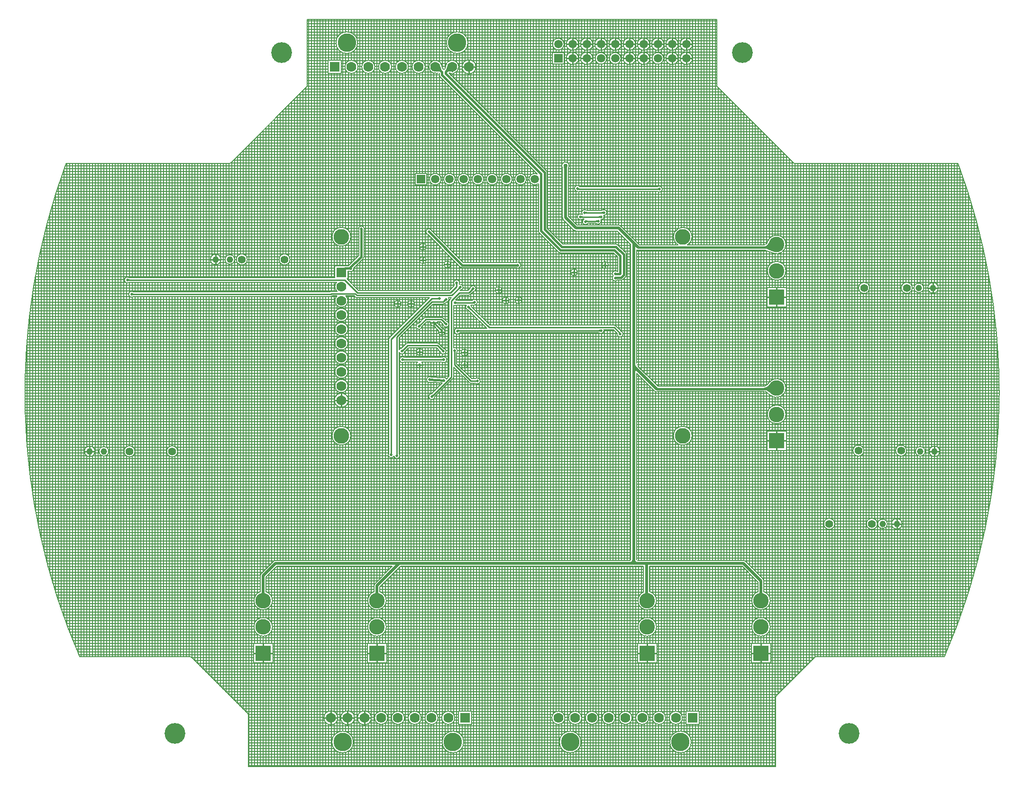
<source format=gbl>
G04*
G04 #@! TF.GenerationSoftware,Altium Limited,Altium Designer,20.0.9 (164)*
G04*
G04 Layer_Physical_Order=2*
G04 Layer_Color=16711680*
%FSLAX25Y25*%
%MOIN*%
G70*
G01*
G75*
%ADD17C,0.02000*%
%ADD18C,0.01000*%
%ADD19C,0.00800*%
%ADD46C,0.01500*%
%ADD50C,0.04600*%
%ADD51R,0.07000X0.07000*%
%ADD52C,0.07000*%
%ADD53C,0.13000*%
%ADD54C,0.14600*%
%ADD55R,0.05906X0.05906*%
%ADD56C,0.05906*%
%ADD57C,0.05512*%
%ADD58C,0.11000*%
%ADD59R,0.10925X0.10925*%
%ADD60C,0.10925*%
%ADD61C,0.02000*%
%ADD62C,0.03000*%
G36*
X214894Y314316D02*
X215043Y314190D01*
X215113Y314139D01*
X215182Y314096D01*
X215248Y314061D01*
X215312Y314034D01*
X215373Y314015D01*
X215433Y314003D01*
X215490Y314000D01*
X214500Y313010D01*
X214497Y313067D01*
X214485Y313126D01*
X214466Y313188D01*
X214439Y313252D01*
X214404Y313318D01*
X214361Y313387D01*
X214310Y313457D01*
X214251Y313530D01*
X214110Y313683D01*
X214817Y314390D01*
X214894Y314316D01*
D02*
G37*
G36*
X208003Y313933D02*
X208015Y313874D01*
X208034Y313812D01*
X208061Y313748D01*
X208096Y313682D01*
X208139Y313613D01*
X208190Y313543D01*
X208249Y313470D01*
X208390Y313317D01*
X207683Y312610D01*
X207606Y312684D01*
X207457Y312810D01*
X207387Y312861D01*
X207318Y312904D01*
X207252Y312939D01*
X207188Y312966D01*
X207126Y312985D01*
X207067Y312997D01*
X207010Y313000D01*
X208000Y313990D01*
X208003Y313933D01*
D02*
G37*
G36*
X197890Y312183D02*
X197816Y312106D01*
X197690Y311957D01*
X197639Y311887D01*
X197596Y311818D01*
X197561Y311752D01*
X197534Y311688D01*
X197515Y311627D01*
X197503Y311567D01*
X197500Y311510D01*
X196510Y312500D01*
X196567Y312503D01*
X196626Y312515D01*
X196688Y312534D01*
X196752Y312561D01*
X196818Y312596D01*
X196887Y312639D01*
X196957Y312690D01*
X197030Y312749D01*
X197183Y312890D01*
X197890Y312183D01*
D02*
G37*
G36*
X213091Y308306D02*
X211800Y308214D01*
X211823Y308244D01*
X211834Y308280D01*
X211835Y308321D01*
X211824Y308368D01*
X211803Y308420D01*
X211771Y308478D01*
X211727Y308541D01*
X211672Y308609D01*
X211607Y308683D01*
X211530Y308763D01*
X212429Y309278D01*
X213091Y308306D01*
D02*
G37*
G36*
X213286Y287300D02*
X213243Y287338D01*
X213193Y287372D01*
X213136Y287402D01*
X213071Y287428D01*
X213000Y287450D01*
X212921Y287468D01*
X212835Y287482D01*
X212742Y287492D01*
X212534Y287500D01*
Y288500D01*
X212642Y288502D01*
X212835Y288518D01*
X212921Y288532D01*
X213000Y288550D01*
X213071Y288572D01*
X213136Y288598D01*
X213193Y288628D01*
X213243Y288662D01*
X213286Y288700D01*
Y287300D01*
D02*
G37*
G36*
X185757Y288662D02*
X185807Y288628D01*
X185864Y288598D01*
X185928Y288572D01*
X186000Y288550D01*
X186079Y288532D01*
X186165Y288518D01*
X186258Y288508D01*
X186466Y288500D01*
Y287500D01*
X186358Y287498D01*
X186165Y287482D01*
X186079Y287468D01*
X186000Y287450D01*
X185928Y287428D01*
X185864Y287402D01*
X185807Y287372D01*
X185757Y287338D01*
X185714Y287300D01*
Y288700D01*
X185757Y288662D01*
D02*
G37*
G36*
X206910Y262592D02*
X206835Y262514D01*
X206708Y262367D01*
X206655Y262297D01*
X206610Y262230D01*
X206572Y262165D01*
X206542Y262103D01*
X206520Y262043D01*
X206505Y261986D01*
X206498Y261931D01*
X205589Y262996D01*
X205647Y262995D01*
X205707Y263003D01*
X205770Y263018D01*
X205835Y263043D01*
X205901Y263075D01*
X205970Y263116D01*
X206042Y263165D01*
X206115Y263223D01*
X206190Y263289D01*
X206268Y263364D01*
X206910Y262592D01*
D02*
G37*
G36*
X177502Y222358D02*
X177518Y222165D01*
X177532Y222079D01*
X177550Y222000D01*
X177572Y221929D01*
X177598Y221864D01*
X177628Y221807D01*
X177662Y221757D01*
X177700Y221714D01*
X176300D01*
X176338Y221757D01*
X176372Y221807D01*
X176402Y221864D01*
X176428Y221929D01*
X176450Y222000D01*
X176468Y222079D01*
X176482Y222165D01*
X176492Y222258D01*
X176500Y222466D01*
X177500D01*
X177502Y222358D01*
D02*
G37*
G36*
X181502Y221858D02*
X181518Y221665D01*
X181532Y221579D01*
X181550Y221500D01*
X181572Y221428D01*
X181598Y221364D01*
X181628Y221307D01*
X181662Y221257D01*
X181700Y221214D01*
X180300D01*
X180338Y221257D01*
X180372Y221307D01*
X180402Y221364D01*
X180428Y221428D01*
X180450Y221500D01*
X180468Y221579D01*
X180482Y221665D01*
X180492Y221758D01*
X180500Y221966D01*
X181500D01*
X181502Y221858D01*
D02*
G37*
G36*
X-4034Y333500D02*
X-4142Y333498D01*
X-4335Y333482D01*
X-4421Y333468D01*
X-4500Y333450D01*
X-4572Y333428D01*
X-4636Y333402D01*
X-4693Y333372D01*
X-4743Y333338D01*
X-4786Y333300D01*
Y334700D01*
X-4743Y334662D01*
X-4693Y334628D01*
X-4636Y334598D01*
X-4572Y334572D01*
X-4500Y334550D01*
X-4421Y334532D01*
X-4335Y334518D01*
X-4242Y334508D01*
X-4034Y334500D01*
Y333500D01*
D02*
G37*
G36*
X-6983Y343600D02*
X-7091Y343598D01*
X-7283Y343580D01*
X-7368Y343564D01*
X-7445Y343544D01*
X-7515Y343519D01*
X-7577Y343490D01*
X-7632Y343456D01*
X-7680Y343418D01*
X-7719Y343375D01*
X-7859Y344768D01*
X-7816Y344736D01*
X-7765Y344707D01*
X-7707Y344682D01*
X-7641Y344660D01*
X-7569Y344642D01*
X-7489Y344627D01*
X-7403Y344615D01*
X-7208Y344602D01*
X-7100Y344600D01*
X-6983Y343600D01*
D02*
G37*
G36*
X146988Y351500D02*
X146701Y351493D01*
X146445Y351470D01*
X146219Y351432D01*
X146022Y351380D01*
X145856Y351312D01*
X145720Y351230D01*
X145614Y351132D01*
X145538Y351020D01*
X145492Y350892D01*
X145476Y350750D01*
X145488Y352988D01*
X146988Y353000D01*
Y351500D01*
D02*
G37*
G36*
X209534Y331500D02*
X209642Y331502D01*
X209835Y331518D01*
X209921Y331532D01*
X210000Y331550D01*
X210071Y331572D01*
X210136Y331598D01*
X210193Y331628D01*
X210243Y331662D01*
X210286Y331700D01*
Y330300D01*
X210243Y330338D01*
X210193Y330372D01*
X210136Y330402D01*
X210071Y330428D01*
X210000Y330450D01*
X209921Y330468D01*
X209835Y330482D01*
X209742Y330492D01*
X209534Y330500D01*
Y331500D01*
D02*
G37*
G36*
X212118Y490100D02*
X211898Y490293D01*
X211657Y490455D01*
X211394Y490585D01*
X211111Y490684D01*
X210806Y490751D01*
X210481Y490786D01*
X210134Y490789D01*
X209766Y490761D01*
X209377Y490701D01*
X208967Y490609D01*
X211508Y494799D01*
X211630Y494303D01*
X212021Y493026D01*
X212160Y492671D01*
X212449Y492067D01*
X212599Y491819D01*
X212753Y491605D01*
X212912Y491427D01*
X212118Y490100D01*
D02*
G37*
G36*
X214087Y329926D02*
X214162Y330003D01*
X214290Y330150D01*
X214343Y330220D01*
X214388Y330287D01*
X214426Y330352D01*
X214457Y330413D01*
X214480Y330472D01*
X214495Y330529D01*
X214503Y330583D01*
X215397Y329505D01*
X215339Y329507D01*
X215278Y329500D01*
X215216Y329485D01*
X215151Y329461D01*
X215084Y329429D01*
X215015Y329389D01*
X214944Y329340D01*
X214871Y329282D01*
X214795Y329216D01*
X214718Y329142D01*
X214087Y329926D01*
D02*
G37*
G36*
X223466Y327500D02*
X223358Y327498D01*
X223165Y327482D01*
X223079Y327468D01*
X223000Y327450D01*
X222929Y327428D01*
X222864Y327402D01*
X222807Y327372D01*
X222757Y327338D01*
X222714Y327300D01*
Y328700D01*
X222757Y328662D01*
X222807Y328628D01*
X222864Y328598D01*
X222929Y328572D01*
X223000Y328550D01*
X223079Y328532D01*
X223165Y328518D01*
X223258Y328508D01*
X223466Y328500D01*
Y327500D01*
D02*
G37*
G36*
X222500Y340534D02*
X222498Y340642D01*
X222482Y340835D01*
X222468Y340921D01*
X222450Y341000D01*
X222428Y341072D01*
X222402Y341136D01*
X222372Y341193D01*
X222338Y341243D01*
X222300Y341286D01*
X223700D01*
X223662Y341243D01*
X223628Y341193D01*
X223598Y341136D01*
X223572Y341072D01*
X223550Y341000D01*
X223532Y340921D01*
X223518Y340835D01*
X223508Y340742D01*
X223500Y340534D01*
X222500D01*
D02*
G37*
G36*
X215088Y491427D02*
X215247Y491605D01*
X215401Y491819D01*
X215551Y492067D01*
X215698Y492351D01*
X215840Y492671D01*
X216113Y493416D01*
X216243Y493842D01*
X216492Y494799D01*
X219033Y490609D01*
X218623Y490701D01*
X218234Y490761D01*
X217866Y490789D01*
X217519Y490786D01*
X217194Y490751D01*
X216889Y490684D01*
X216606Y490585D01*
X216343Y490455D01*
X216102Y490293D01*
X215882Y490100D01*
X215088Y491427D01*
D02*
G37*
G36*
X219400Y491941D02*
X219369Y493470D01*
X220431D01*
X220425Y493449D01*
X220420Y493399D01*
X220411Y493211D01*
X220400Y491941D01*
X219400D01*
D02*
G37*
G36*
X225100Y308000D02*
X224992Y307997D01*
X224893Y307990D01*
X224805Y307978D01*
X224727Y307960D01*
X224658Y307938D01*
X224600Y307910D01*
X224552Y307878D01*
X224514Y307840D01*
X224486Y307798D01*
X224468Y307751D01*
X223812Y308950D01*
X224966Y309000D01*
X225100Y308000D01*
D02*
G37*
G36*
X232128Y323665D02*
X232050Y323740D01*
X231902Y323865D01*
X231832Y323916D01*
X231763Y323959D01*
X231697Y323994D01*
X231633Y324021D01*
X231571Y324040D01*
X231512Y324052D01*
X231455Y324055D01*
X232445Y325045D01*
X232448Y324988D01*
X232460Y324929D01*
X232479Y324867D01*
X232506Y324803D01*
X232541Y324737D01*
X232584Y324668D01*
X232635Y324598D01*
X232694Y324525D01*
X232835Y324372D01*
X232128Y323665D01*
D02*
G37*
G36*
X233900Y328500D02*
X234008Y328502D01*
X234107Y328510D01*
X234195Y328522D01*
X234273Y328540D01*
X234342Y328562D01*
X234400Y328590D01*
X234448Y328622D01*
X234486Y328660D01*
X234514Y328702D01*
X234531Y328749D01*
X235189Y327550D01*
X234034Y327500D01*
X233900Y328500D01*
D02*
G37*
G36*
X224110Y338317D02*
X224184Y338394D01*
X224310Y338543D01*
X224361Y338613D01*
X224404Y338682D01*
X224439Y338748D01*
X224466Y338812D01*
X224485Y338874D01*
X224497Y338933D01*
X224500Y338990D01*
X225490Y338000D01*
X225433Y337997D01*
X225374Y337985D01*
X225312Y337966D01*
X225248Y337939D01*
X225182Y337904D01*
X225113Y337861D01*
X225043Y337810D01*
X224970Y337751D01*
X224817Y337610D01*
X224110Y338317D01*
D02*
G37*
G36*
X233110Y337317D02*
X233185Y337394D01*
X233310Y337543D01*
X233361Y337613D01*
X233404Y337682D01*
X233439Y337748D01*
X233466Y337812D01*
X233485Y337874D01*
X233497Y337933D01*
X233500Y337990D01*
X234490Y337000D01*
X234433Y336997D01*
X234373Y336985D01*
X234312Y336966D01*
X234248Y336939D01*
X234182Y336904D01*
X234113Y336861D01*
X234043Y336810D01*
X233970Y336751D01*
X233817Y336610D01*
X233110Y337317D01*
D02*
G37*
G36*
X350500Y145672D02*
X350120Y145692D01*
X349780Y145752D01*
X349480Y145852D01*
X349220Y145992D01*
X349000Y146172D01*
X348820Y146392D01*
X348680Y146652D01*
X348580Y146952D01*
X348520Y147292D01*
X348500Y147672D01*
X346500D01*
X346480Y147292D01*
X346420Y146952D01*
X346320Y146652D01*
X346180Y146392D01*
X346000Y146172D01*
X345780Y145992D01*
X345520Y145852D01*
X345220Y145752D01*
X344880Y145692D01*
X344500Y145672D01*
X347500Y143672D01*
D01*
D01*
D01*
D01*
D01*
D01*
D01*
D01*
D01*
D01*
X350500Y145672D01*
D02*
G37*
G36*
X439265Y268254D02*
X439651Y268286D01*
X440051Y268382D01*
X440465Y268542D01*
X440893Y268766D01*
X441336Y269054D01*
X441793Y269407D01*
X442264Y269823D01*
X442749Y270303D01*
X443763Y271456D01*
X444468Y263841D01*
X443799Y264394D01*
X442008Y265705D01*
X441484Y266026D01*
X440996Y266288D01*
X440544Y266492D01*
X440128Y266637D01*
X439749Y266725D01*
X439406Y266754D01*
X439265Y268254D01*
D02*
G37*
G36*
X346500Y283500D02*
D01*
D01*
D01*
D01*
D01*
D01*
D01*
D01*
D01*
D01*
X348500Y279086D01*
X348514Y279452D01*
X348557Y279749D01*
X348627Y279978D01*
X348726Y280139D01*
X348853Y280232D01*
X349009Y280257D01*
X349193Y280213D01*
X349405Y280101D01*
X349645Y279920D01*
X349914Y279672D01*
Y282500D01*
X349645Y282789D01*
X349405Y283089D01*
X349193Y283401D01*
X349009Y283725D01*
X348853Y284061D01*
X348726Y284408D01*
X348627Y284767D01*
X348557Y285138D01*
X348514Y285520D01*
X348500Y285914D01*
X346500Y283500D01*
D02*
G37*
G36*
X323034Y309000D02*
X323142Y309002D01*
X323335Y309018D01*
X323421Y309032D01*
X323500Y309050D01*
X323571Y309072D01*
X323636Y309098D01*
X323693Y309128D01*
X323743Y309162D01*
X323786Y309200D01*
Y307800D01*
X323743Y307838D01*
X323693Y307872D01*
X323636Y307902D01*
X323571Y307928D01*
X323500Y307950D01*
X323421Y307968D01*
X323335Y307982D01*
X323242Y307992D01*
X323034Y308000D01*
Y309000D01*
D02*
G37*
G36*
X337811Y307396D02*
X337891Y307317D01*
X338284Y306971D01*
X338317Y306951D01*
X338344Y306939D01*
X337068Y306363D01*
X337084Y306416D01*
X337089Y306472D01*
X337084Y306531D01*
X337070Y306593D01*
X337045Y306657D01*
X337011Y306725D01*
X336966Y306794D01*
X336912Y306867D01*
X336847Y306942D01*
X336773Y307020D01*
X337811Y307396D01*
D02*
G37*
G36*
X315100Y385000D02*
X314992Y384998D01*
X314893Y384990D01*
X314805Y384978D01*
X314727Y384960D01*
X314658Y384938D01*
X314600Y384910D01*
X314552Y384878D01*
X314514Y384840D01*
X314486Y384798D01*
X314469Y384751D01*
X313811Y385950D01*
X314966Y386000D01*
X315100Y385000D01*
D02*
G37*
G36*
X311466Y388000D02*
X311358Y387998D01*
X311165Y387982D01*
X311079Y387968D01*
X311000Y387950D01*
X310929Y387928D01*
X310864Y387902D01*
X310807Y387872D01*
X310757Y387838D01*
X310714Y387800D01*
Y389200D01*
X310757Y389162D01*
X310807Y389128D01*
X310864Y389098D01*
X310929Y389072D01*
X311000Y389050D01*
X311079Y389032D01*
X311165Y389018D01*
X311258Y389008D01*
X311466Y389000D01*
Y388000D01*
D02*
G37*
G36*
X314466Y391000D02*
X314358Y390998D01*
X314165Y390982D01*
X314079Y390968D01*
X314000Y390950D01*
X313929Y390928D01*
X313864Y390902D01*
X313807Y390872D01*
X313757Y390838D01*
X313714Y390800D01*
Y392200D01*
X313757Y392162D01*
X313807Y392128D01*
X313864Y392098D01*
X313929Y392072D01*
X314000Y392050D01*
X314079Y392032D01*
X314165Y392018D01*
X314258Y392008D01*
X314466Y392000D01*
Y391000D01*
D02*
G37*
G36*
X309466Y407500D02*
X308312Y407550D01*
X308968Y408749D01*
X308986Y408702D01*
X309014Y408660D01*
X309052Y408622D01*
X309100Y408590D01*
X309158Y408562D01*
X309227Y408540D01*
X309305Y408522D01*
X309393Y408510D01*
X309492Y408502D01*
X309600Y408500D01*
X309466Y407500D01*
D02*
G37*
G36*
X298500Y422482D02*
X298450Y423429D01*
X300550D01*
X300540Y423411D01*
X300532Y423375D01*
X300524Y423323D01*
X300513Y423168D01*
X300500Y422653D01*
X300500Y422482D01*
X298500D01*
D02*
G37*
G36*
X321034Y386000D02*
X321142Y386002D01*
X321335Y386018D01*
X321421Y386032D01*
X321500Y386050D01*
X321571Y386072D01*
X321636Y386098D01*
X321693Y386128D01*
X321743Y386162D01*
X321786Y386200D01*
Y384800D01*
X321743Y384838D01*
X321693Y384872D01*
X321636Y384902D01*
X321571Y384928D01*
X321500Y384950D01*
X321421Y384968D01*
X321335Y384982D01*
X321242Y384992D01*
X321034Y385000D01*
Y386000D01*
D02*
G37*
G36*
X323034Y389000D02*
X323142Y389002D01*
X323335Y389018D01*
X323421Y389032D01*
X323500Y389050D01*
X323571Y389072D01*
X323636Y389098D01*
X323693Y389128D01*
X323743Y389162D01*
X323786Y389200D01*
Y387800D01*
X323743Y387838D01*
X323693Y387872D01*
X323636Y387902D01*
X323571Y387928D01*
X323500Y387950D01*
X323421Y387968D01*
X323335Y387982D01*
X323242Y387992D01*
X323034Y388000D01*
Y389000D01*
D02*
G37*
G36*
X325034Y392000D02*
X325142Y392002D01*
X325335Y392018D01*
X325421Y392032D01*
X325500Y392050D01*
X325571Y392072D01*
X325636Y392098D01*
X325693Y392128D01*
X325743Y392162D01*
X325786Y392200D01*
Y390800D01*
X325743Y390838D01*
X325693Y390872D01*
X325636Y390902D01*
X325571Y390928D01*
X325500Y390950D01*
X325421Y390968D01*
X325335Y390982D01*
X325242Y390992D01*
X325034Y391000D01*
Y392000D01*
D02*
G37*
G36*
X364034Y408500D02*
X364142Y408502D01*
X364335Y408518D01*
X364421Y408532D01*
X364500Y408550D01*
X364571Y408572D01*
X364636Y408598D01*
X364693Y408628D01*
X364743Y408662D01*
X364786Y408700D01*
Y407300D01*
X364743Y407338D01*
X364693Y407372D01*
X364636Y407402D01*
X364571Y407428D01*
X364500Y407450D01*
X364421Y407468D01*
X364335Y407482D01*
X364242Y407492D01*
X364034Y407500D01*
Y408500D01*
D02*
G37*
G36*
X439407Y367750D02*
X439826Y367784D01*
X440232Y367885D01*
X440624Y368054D01*
X441001Y368291D01*
X441364Y368595D01*
X441713Y368967D01*
X442048Y369406D01*
X442368Y369913D01*
X442674Y370488D01*
X442967Y371130D01*
X445778Y364018D01*
X440007Y366250D01*
X439407Y367750D01*
D02*
G37*
D17*
X437000Y118508D02*
Y132343D01*
X424672Y144672D02*
X437000Y132343D01*
X356500Y144672D02*
X424672D01*
X347500D02*
X356500D01*
Y119008D02*
Y144672D01*
Y119008D02*
X357000Y118508D01*
X95672Y144672D02*
X182672D01*
X167000Y129000D02*
X182672Y144672D01*
X167000Y118508D02*
Y129000D01*
X87000Y118508D02*
Y136000D01*
X95672Y144672D01*
X182672D02*
X347500D01*
X336908Y380600D02*
X350508Y367000D01*
X347500Y144672D02*
Y283500D01*
Y369000D01*
Y283500D02*
X363496Y267504D01*
X306900Y380600D02*
X336908D01*
X299500Y388000D02*
X306900Y380600D01*
X299500Y388000D02*
Y424500D01*
D18*
X384500Y510000D02*
X388453D01*
X384500D02*
Y513953D01*
Y506047D02*
Y510000D01*
X380547D02*
X384500D01*
Y500000D02*
Y503953D01*
X380547Y500000D02*
X384500D01*
X388453D01*
X374500Y510000D02*
X378453D01*
X374500D02*
Y513953D01*
Y506047D02*
Y510000D01*
X370547D02*
X374500D01*
X364500D02*
Y513953D01*
X370547Y500000D02*
X374500D01*
X378453D01*
X374500D02*
Y503953D01*
X384500Y496047D02*
Y500000D01*
X374500Y496047D02*
Y500000D01*
X364500Y506047D02*
Y510000D01*
X360547D02*
X364500D01*
X354500D02*
Y513953D01*
Y506047D02*
Y510000D01*
X350547D02*
X354500D01*
X364500D02*
X368453D01*
X354500D02*
X358453D01*
X354500Y500000D02*
X358453D01*
X354500D02*
Y503953D01*
X344500Y510000D02*
X348453D01*
X344500D02*
Y513953D01*
Y506047D02*
Y510000D01*
X340547D02*
X344500D01*
X334500D02*
X338453D01*
X350547Y500000D02*
X354500D01*
X344500D02*
Y503953D01*
X354500Y496047D02*
Y500000D01*
X340547D02*
X344500D01*
X348453D01*
X344500Y496047D02*
Y500000D01*
X558000Y338500D02*
Y341800D01*
Y338500D02*
X561300D01*
X554700D02*
X558000D01*
Y335200D02*
Y338500D01*
X448000Y332000D02*
X454463D01*
X448000D02*
Y338462D01*
X441537Y332000D02*
X448000D01*
Y325537D02*
Y332000D01*
X334500Y510000D02*
Y513953D01*
X324500Y510000D02*
Y513953D01*
X334500Y506047D02*
Y510000D01*
X330547D02*
X334500D01*
X320547D02*
X324500D01*
X328453D01*
X314500D02*
X318453D01*
X324500Y506047D02*
Y510000D01*
X314500D02*
Y513953D01*
X304500Y510000D02*
Y513953D01*
X314500Y506047D02*
Y510000D01*
X310547D02*
X314500D01*
X300547D02*
X304500D01*
X308453D01*
X304500Y506047D02*
Y510000D01*
X314500Y500000D02*
Y503953D01*
Y500000D02*
X318453D01*
X314500Y496047D02*
Y500000D01*
X310547D02*
X314500D01*
X304500D02*
X308453D01*
X304500D02*
Y503953D01*
Y496047D02*
Y500000D01*
X300547D02*
X304500D01*
X231700Y494000D02*
X236200D01*
X231700D02*
Y498500D01*
Y489500D02*
Y494000D01*
X325377Y354500D02*
X327378D01*
X329378D01*
X327378D02*
Y356500D01*
Y352500D02*
Y354500D01*
X305505Y349500D02*
X307505D01*
X305505D02*
Y351500D01*
Y347500D02*
Y349500D01*
X303505D02*
X305505D01*
X252500Y337000D02*
X254500D01*
X252500D02*
Y339000D01*
Y335000D02*
Y337000D01*
X250500D02*
X252500D01*
X266500Y329870D02*
Y331870D01*
X264500Y329870D02*
X266500D01*
X268500D01*
X266500Y327870D02*
Y329870D01*
X257500Y329685D02*
Y331685D01*
Y329685D02*
X259500D01*
X255500D02*
X257500D01*
Y327685D02*
Y329685D01*
X559000Y223500D02*
Y226800D01*
X448000Y231000D02*
X454463D01*
X448000D02*
Y237462D01*
Y224537D02*
Y231000D01*
X441537D02*
X448000D01*
X559000Y223500D02*
X562300D01*
X555700D02*
X559000D01*
Y220200D02*
Y223500D01*
X532500Y172500D02*
X535800D01*
X532500Y169200D02*
Y172500D01*
Y175800D01*
X529200Y172500D02*
X532500D01*
X437000Y81500D02*
Y87963D01*
Y81500D02*
X443463D01*
X437000Y75037D02*
Y81500D01*
X430537D02*
X437000D01*
X357000D02*
X363463D01*
X357000D02*
Y87963D01*
Y75037D02*
Y81500D01*
X350537D02*
X357000D01*
X227200Y494000D02*
X231700D01*
X199185Y367500D02*
Y369500D01*
Y365500D02*
Y367500D01*
X197185D02*
X199185D01*
X216500Y353000D02*
Y355000D01*
Y357000D01*
Y355000D02*
X218500D01*
X214500D02*
X216500D01*
X212500Y307500D02*
X214500D01*
X212500Y305500D02*
Y307500D01*
X199185Y367500D02*
X201185D01*
X199185Y358000D02*
X201185D01*
X199185D02*
Y360000D01*
Y356000D02*
Y358000D01*
X197185D02*
X199185D01*
X191000Y327315D02*
X193000D01*
X212500Y307500D02*
Y309500D01*
X207000Y314000D02*
X209000D01*
X210500Y307500D02*
X212500D01*
X207000Y312000D02*
Y314000D01*
X205000D02*
X207000D01*
X53559Y358500D02*
X56859D01*
X50259D02*
X53559D01*
Y361800D01*
X191000Y327315D02*
Y329315D01*
X189000Y327315D02*
X191000D01*
Y325315D02*
Y327315D01*
X181500D02*
X183500D01*
X181500D02*
Y329315D01*
Y325315D02*
Y327315D01*
X179500D02*
X181500D01*
X53559Y355200D02*
Y358500D01*
X228500Y293000D02*
X230500D01*
X228500D02*
Y295000D01*
X226500Y293000D02*
X228500D01*
Y291000D02*
Y293000D01*
Y284500D02*
Y286500D01*
X226500Y284500D02*
X228500D01*
X230500D01*
X228500Y282500D02*
Y284500D01*
X197000D02*
X199000D01*
X197000Y282500D02*
Y284500D01*
X195000Y293500D02*
X197000D01*
X199000D01*
X197000D02*
Y295500D01*
Y291500D02*
Y293500D01*
X195000Y284500D02*
X197000D01*
X167000Y81500D02*
X173463D01*
X142000Y259500D02*
X146500D01*
X142000D02*
Y264000D01*
Y255000D02*
Y259500D01*
X137500D02*
X142000D01*
X-35000Y223500D02*
Y226800D01*
X-38300Y223500D02*
X-35000D01*
X-31700D01*
X-35000Y220200D02*
Y223500D01*
X167000Y75037D02*
Y81500D01*
Y87963D01*
X160537Y81500D02*
X167000D01*
X158150Y36000D02*
Y40500D01*
X153650Y36000D02*
X158150D01*
X146350D02*
X150850D01*
X158150D02*
X162650D01*
X146350D02*
Y40500D01*
X141850Y36000D02*
X146350D01*
X134550D02*
Y40500D01*
Y36000D02*
X139050D01*
X130050D02*
X134550D01*
X158150Y31500D02*
Y36000D01*
X146350Y31500D02*
Y36000D01*
X134550Y31500D02*
Y36000D01*
X87000Y81500D02*
X93463D01*
X80537D02*
X87000D01*
Y87963D01*
Y75037D02*
Y81500D01*
X188500Y298000D02*
X209500D01*
X213500Y294000D01*
X221500Y284500D02*
Y294500D01*
X233000Y273000D02*
X237500D01*
X221500Y284500D02*
X233000Y273000D01*
X152896Y333200D02*
X219700D01*
X153400Y335100D02*
X218600D01*
X144400Y344100D02*
X153400Y335100D01*
X218600D02*
X223000Y339500D01*
Y342000D01*
X151596Y334500D02*
X152896Y333200D01*
X219700D02*
X225500Y339000D01*
X135000Y334500D02*
X151596D01*
X219900Y490600D02*
Y494000D01*
X313000Y391500D02*
X326500D01*
X310000Y388500D02*
X324500D01*
X314000Y385500D02*
X322500D01*
X313500Y385000D02*
X314000Y385500D01*
X-5300Y334000D02*
Y334200D01*
Y334000D02*
X134500D01*
X135000Y334500D01*
X-8400Y344100D02*
X144400D01*
X-8500Y344000D02*
X-8400Y344100D01*
X181000Y220500D02*
Y304096D01*
X215500Y330500D02*
X215625Y330375D01*
X181000Y304096D02*
X205702Y328798D01*
X177000Y302500D02*
X205500Y331000D01*
X177000Y221000D02*
Y302500D01*
X205702Y328798D02*
X213667D01*
X207000Y314000D02*
X212500Y308500D01*
X201200Y316200D02*
X212300D01*
X184500Y294000D02*
X188500Y298000D01*
X219300Y275689D02*
Y329300D01*
X205611Y262000D02*
X219300Y275689D01*
X205500Y262000D02*
X205611D01*
X185000Y288000D02*
X214000D01*
X212500Y307500D02*
Y308500D01*
X219300Y329300D02*
X225000Y335000D01*
X212300Y316200D02*
X215500Y313000D01*
X196500Y311500D02*
X201200Y316200D01*
X213667Y328798D02*
X215369Y330500D01*
X215500D01*
X205500Y331000D02*
X211000D01*
X245800Y310700D02*
X333800D01*
X231445Y325055D02*
X245800Y310700D01*
X333800D02*
X338000Y306500D01*
Y306000D02*
Y306500D01*
X224000Y308500D02*
X324500D01*
X223500Y308000D02*
X224000Y308500D01*
X225000Y335000D02*
X231500D01*
X235229Y328500D02*
X235500D01*
X234729Y328000D02*
X235229Y328500D01*
X222000Y328000D02*
X234729D01*
X231500Y335000D02*
X234500Y338000D01*
X308000Y408500D02*
X308271D01*
X308771Y408000D01*
X365500D01*
D19*
X388853Y510000D02*
G03*
X388853Y510000I-4353J0D01*
G01*
X378853D02*
G03*
X378853Y510000I-4353J0D01*
G01*
X405900Y481000D02*
G03*
X406369Y479869I1600J0D01*
G01*
X405900Y481000D02*
G03*
X406370Y479867I1600J0D01*
G01*
X459867Y426370D02*
G03*
X461000Y425900I1133J1130D01*
G01*
X459869Y426369D02*
G03*
X461000Y425900I1131J1131D01*
G01*
X388853Y500000D02*
G03*
X388853Y500000I-4353J0D01*
G01*
X378853D02*
G03*
X378853Y500000I-4353J0D01*
G01*
X368853Y510000D02*
G03*
X368853Y510000I-4353J0D01*
G01*
X358853D02*
G03*
X358853Y510000I-4353J0D01*
G01*
X348853D02*
G03*
X348853Y510000I-4353J0D01*
G01*
X338853D02*
G03*
X338853Y510000I-4353J0D01*
G01*
X368553Y500000D02*
G03*
X368553Y500000I-4053J0D01*
G01*
X358853D02*
G03*
X358853Y500000I-4353J0D01*
G01*
X348853D02*
G03*
X348853Y500000I-4353J0D01*
G01*
X338553D02*
G03*
X338553Y500000I-4053J0D01*
G01*
X454563Y369008D02*
G03*
X442004Y371676I-6563J0D01*
G01*
X445461Y362957D02*
G03*
X454563Y369008I2539J6051D01*
G01*
X367600Y408000D02*
G03*
X364176Y409630I-2100J0D01*
G01*
X364174Y406371D02*
G03*
X367600Y408000I1326J1629D01*
G01*
X388600Y374500D02*
G03*
X378589Y368850I-6600J0D01*
G01*
X385411D02*
G03*
X388600Y374500I-3411J5650D01*
G01*
X561700Y338500D02*
G03*
X561700Y338500I-3700J0D01*
G01*
X551400D02*
G03*
X551400Y338500I-3400J0D01*
G01*
X543356D02*
G03*
X543356Y338500I-3856J0D01*
G01*
X454563Y350504D02*
G03*
X454563Y350504I-6563J0D01*
G01*
X513356Y338500D02*
G03*
X513356Y338500I-3856J0D01*
G01*
X338393Y382085D02*
G03*
X336908Y382700I-1485J-1485D01*
G01*
X338397Y382081D02*
G03*
X336908Y382700I-1488J-1481D01*
G01*
X349600Y365106D02*
G03*
X351502Y365150I908J1894D01*
G01*
X342350Y362035D02*
G03*
X341808Y363344I-1850J0D01*
G01*
X342350Y362035D02*
G03*
X341808Y363344I-1850J0D01*
G01*
X336344Y368808D02*
G03*
X335035Y369350I-1308J-1308D01*
G01*
X336344Y368808D02*
G03*
X335035Y369350I-1308J-1308D01*
G01*
X341808Y346406D02*
G03*
X342350Y347714I-1308J1308D01*
G01*
X341808Y346406D02*
G03*
X342350Y347714I-1308J1308D01*
G01*
X338535Y343900D02*
G03*
X339844Y344442I0J1850D01*
G01*
X338535Y343900D02*
G03*
X339844Y344442I0J1850D01*
G01*
X328853Y510000D02*
G03*
X328853Y510000I-4353J0D01*
G01*
X318853D02*
G03*
X318853Y510000I-4353J0D01*
G01*
X308853D02*
G03*
X308853Y510000I-4353J0D01*
G01*
X328553Y500000D02*
G03*
X328553Y500000I-4053J0D01*
G01*
X318853D02*
G03*
X318853Y500000I-4353J0D01*
G01*
X308853D02*
G03*
X308853Y500000I-4353J0D01*
G01*
X301631Y423010D02*
G03*
X302100Y424500I-2131J1490D01*
G01*
X298553Y510000D02*
G03*
X298553Y510000I-4053J0D01*
G01*
X302100Y424500D02*
G03*
X297347Y423042I-2600J0D01*
G01*
X286653Y419733D02*
G03*
X286111Y421041I-1850J0D01*
G01*
X286653Y419733D02*
G03*
X286111Y421041I-1850J0D01*
G01*
X279709Y418675D02*
G03*
X280453Y411774I-1709J-3675D01*
G01*
X272053Y415000D02*
G03*
X272053Y415000I-4053J0D01*
G01*
X262053D02*
G03*
X262053Y415000I-4053J0D01*
G01*
X242053D02*
G03*
X242053Y415000I-4053J0D01*
G01*
X252053D02*
G03*
X252053Y415000I-4053J0D01*
G01*
X328600Y391500D02*
G03*
X325176Y393130I-2100J0D01*
G01*
X326396Y389403D02*
G03*
X328600Y391500I104J2097D01*
G01*
X314326Y393129D02*
G03*
X311413Y390124I-1326J-1629D01*
G01*
X326600Y388500D02*
G03*
X326396Y389403I-2100J0D01*
G01*
X324396Y386403D02*
G03*
X326600Y388500I104J2097D01*
G01*
X324600Y385500D02*
G03*
X324396Y386403I-2100J0D01*
G01*
X321174Y383871D02*
G03*
X324600Y385500I1326J1629D01*
G01*
X312606Y386900D02*
G03*
X315289Y383900I894J-1900D01*
G01*
X311326Y390129D02*
G03*
X311324Y386870I-1326J-1629D01*
G01*
X309789Y409600D02*
G03*
X308331Y406426I-1789J-1100D01*
G01*
X305412Y379119D02*
G03*
X306900Y378500I1488J1481D01*
G01*
X305415Y379115D02*
G03*
X306900Y378500I1485J1485D01*
G01*
X297400Y388000D02*
G03*
X298015Y386515I2100J0D01*
G01*
X297400Y388000D02*
G03*
X298019Y386511I2100J0D01*
G01*
X335860Y350100D02*
G03*
X333030Y347000I-1360J-1600D01*
G01*
D02*
G03*
X335860Y343900I1470J-1500D01*
G01*
X329778Y354500D02*
G03*
X329778Y354500I-2400J0D01*
G01*
X294656Y363692D02*
G03*
X295965Y363150I1308J1308D01*
G01*
X294656Y363692D02*
G03*
X295965Y363150I1308J1308D01*
G01*
X307905Y349500D02*
G03*
X307905Y349500I-2400J0D01*
G01*
X280453Y378662D02*
G03*
X280995Y377354I1850J0D01*
G01*
X280453Y378662D02*
G03*
X280995Y377354I1850J0D01*
G01*
X268100Y354500D02*
G03*
X265006Y356350I-2100J0D01*
G01*
Y352650D02*
G03*
X268100Y354500I994J1850D01*
G01*
X254900Y337000D02*
G03*
X254900Y337000I-2400J0D01*
G01*
X236600Y338000D02*
G03*
X232411Y338217I-2100J0D01*
G01*
X234714Y335911D02*
G03*
X236600Y338000I-214J2089D01*
G01*
X268900Y329870D02*
G03*
X268900Y329870I-2400J0D01*
G01*
X259900Y329685D02*
G03*
X259900Y329685I-2400J0D01*
G01*
X235169Y326426D02*
G03*
X237600Y328500I331J2074D01*
G01*
X231500Y333400D02*
G03*
X232633Y333870I0J1600D01*
G01*
X237600Y328500D02*
G03*
X233711Y329600I-2100J0D01*
G01*
X231500Y333400D02*
G03*
X232631Y333869I0J1600D01*
G01*
X233534Y325270D02*
G03*
X233058Y326400I-2089J-214D01*
G01*
X604500Y264500D02*
G03*
X575617Y425900I-465400J0D01*
G01*
X562700Y223500D02*
G03*
X562700Y223500I-3700J0D01*
G01*
X539356Y224000D02*
G03*
X539356Y224000I-3856J0D01*
G01*
X552400Y223500D02*
G03*
X552400Y223500I-3400J0D01*
G01*
X509356Y224000D02*
G03*
X509356Y224000I-3856J0D01*
G01*
X565977Y79100D02*
G03*
X604500Y264500I-426877J185400D01*
G01*
X454563Y268008D02*
G03*
X442996Y272254I-6563J0D01*
G01*
X443850Y262924D02*
G03*
X454563Y268008I4150J5083D01*
G01*
Y249504D02*
G03*
X454563Y249504I-6563J0D01*
G01*
X536200Y172500D02*
G03*
X536200Y172500I-3700J0D01*
G01*
X518856D02*
G03*
X518856Y172500I-3856J0D01*
G01*
X525900D02*
G03*
X525900Y172500I-3400J0D01*
G01*
X488856D02*
G03*
X488856Y172500I-3856J0D01*
G01*
X443563Y118508D02*
G03*
X439100Y124725I-6563J0D01*
G01*
Y132343D02*
G03*
X438481Y133832I-2100J0D01*
G01*
X439100Y132343D02*
G03*
X438485Y133828I-2100J0D01*
G01*
X476000Y79100D02*
G03*
X474869Y78631I0J-1600D01*
G01*
X476000Y79100D02*
G03*
X474867Y78630I0J-1600D01*
G01*
X447870Y51633D02*
G03*
X447400Y50500I1130J-1133D01*
G01*
X447869Y51631D02*
G03*
X447400Y50500I1131J-1131D01*
G01*
X426157Y146157D02*
G03*
X424672Y146772I-1485J-1485D01*
G01*
X426160Y146153D02*
G03*
X424672Y146772I-1488J-1481D01*
G01*
X434900Y124725D02*
G03*
X443563Y118508I2100J-6217D01*
G01*
Y100004D02*
G03*
X443563Y100004I-6563J0D01*
G01*
X362011Y266019D02*
G03*
X364490Y265654I1485J1485D01*
G01*
X388600Y234500D02*
G03*
X388600Y234500I-6600J0D01*
G01*
X334933Y311830D02*
G03*
X333800Y312300I-1133J-1130D01*
G01*
X334931Y311831D02*
G03*
X333800Y312300I-1131J-1131D01*
G01*
X326600Y308500D02*
G03*
X326513Y309100I-2100J0D01*
G01*
X340100Y306000D02*
G03*
X338968Y307863I-2100J0D01*
G01*
X335922Y306302D02*
G03*
X340100Y306000I2078J-302D01*
G01*
X323174Y306871D02*
G03*
X326600Y308500I1326J1629D01*
G01*
X239600Y273000D02*
G03*
X236140Y274600I-2100J0D01*
G01*
Y271400D02*
G03*
X239600Y273000I1360J1600D01*
G01*
X231869Y271869D02*
G03*
X233000Y271400I1131J1131D01*
G01*
X231867Y271870D02*
G03*
X233000Y271400I1133J1130D01*
G01*
X363563Y118508D02*
G03*
X358600Y124872I-6563J0D01*
G01*
X354400Y124533D02*
G03*
X363563Y118508I2600J-6026D01*
G01*
Y100004D02*
G03*
X363563Y100004I-6563J0D01*
G01*
X381750Y36000D02*
G03*
X381750Y36000I-4600J0D01*
G01*
X388050Y19000D02*
G03*
X388050Y19000I-7600J0D01*
G01*
X369950Y36000D02*
G03*
X369950Y36000I-4600J0D01*
G01*
X358150D02*
G03*
X358150Y36000I-4600J0D01*
G01*
X334550D02*
G03*
X334550Y36000I-4600J0D01*
G01*
X346350D02*
G03*
X346350Y36000I-4600J0D01*
G01*
X322750D02*
G03*
X322750Y36000I-4600J0D01*
G01*
X310950D02*
G03*
X310950Y36000I-4600J0D01*
G01*
X299150D02*
G03*
X299150Y36000I-4600J0D01*
G01*
X310450Y19000D02*
G03*
X310450Y19000I-7600J0D01*
G01*
X231000Y511000D02*
G03*
X231000Y511000I-7600J0D01*
G01*
X236600Y494000D02*
G03*
X236600Y494000I-4900J0D01*
G01*
X224500D02*
G03*
X215453Y495176I-4600J0D01*
G01*
X221120Y489565D02*
G03*
X224500Y494000I-1220J4435D01*
G01*
X218708Y489533D02*
G03*
X221120Y489565I1192J1068D01*
G01*
X210900Y488250D02*
G03*
X211442Y486942I1850J0D01*
G01*
X210900Y488250D02*
G03*
X211442Y486942I1850J0D01*
G01*
X232053Y415000D02*
G03*
X232053Y415000I-4053J0D01*
G01*
X222053D02*
G03*
X222053Y415000I-4053J0D01*
G01*
X212053D02*
G03*
X212053Y415000I-4053J0D01*
G01*
X200900Y494000D02*
G03*
X200900Y494000I-4600J0D01*
G01*
X212549Y495169D02*
G03*
X209110Y489512I-4449J-1169D01*
G01*
X205511Y378606D02*
G03*
X202894Y375989I-2011J-605D01*
G01*
X201585Y367500D02*
G03*
X201585Y367500I-2400J0D01*
G01*
X225692Y353192D02*
G03*
X227000Y352650I1308J1308D01*
G01*
X225692Y353192D02*
G03*
X227000Y352650I1308J1308D01*
G01*
X224844Y340995D02*
G03*
X225100Y342000I-1844J1005D01*
G01*
D02*
G03*
X221370Y340676I-2100J0D01*
G01*
X225714Y336911D02*
G03*
X227600Y339000I-214J2089D01*
G01*
D02*
G03*
X224844Y340995I-2100J0D01*
G01*
X218900Y355000D02*
G03*
X218900Y355000I-2400J0D01*
G01*
X223326Y329629D02*
G03*
X222336Y330073I-1326J-1629D01*
G01*
X218170Y330433D02*
G03*
X217700Y329300I1130J-1133D01*
G01*
X218169Y330431D02*
G03*
X217700Y329300I1131J-1131D01*
G01*
X217600Y330500D02*
G03*
X217289Y331600I-2100J0D01*
G01*
X229832Y326400D02*
G03*
X231228Y322966I1613J-1345D01*
G01*
X220900Y326211D02*
G03*
X223324Y326370I1100J1789D01*
G01*
X223767Y310083D02*
G03*
X225289Y306900I-267J-2083D01*
G01*
X215567Y328401D02*
G03*
X217600Y330500I-67J2099D01*
G01*
Y313000D02*
G03*
X215717Y315089I-2100J0D01*
G01*
X213667Y327198D02*
G03*
X214799Y327668I0J1600D01*
G01*
X213667Y327198D02*
G03*
X214798Y327667I0J1600D01*
G01*
X213411Y312786D02*
G03*
X217600Y313000I2089J214D01*
G01*
X214900Y307500D02*
G03*
X213662Y309600I-2400J0D01*
G01*
X201585Y358000D02*
G03*
X201585Y358000I-2400J0D01*
G01*
X193400Y327315D02*
G03*
X193400Y327315I-2400J0D01*
G01*
X213431Y317331D02*
G03*
X212300Y317800I-1131J-1131D01*
G01*
X213433Y317330D02*
G03*
X212300Y317800I-1133J-1130D01*
G01*
X209400Y314000D02*
G03*
X209324Y314600I-2400J0D01*
G01*
X204676D02*
G03*
X207134Y311604I2324J-600D01*
G01*
X210293Y308444D02*
G03*
X214900Y307500I2207J-944D01*
G01*
X210631Y299131D02*
G03*
X209500Y299600I-1131J-1131D01*
G01*
X210633Y299130D02*
G03*
X209500Y299600I-1133J-1130D01*
G01*
X201200Y317800D02*
G03*
X200067Y317330I0J-1600D01*
G01*
X201200Y317800D02*
G03*
X200069Y317331I0J-1600D01*
G01*
X196286Y313589D02*
G03*
X198589Y311283I214J-2089D01*
G01*
X153400Y511000D02*
G03*
X153400Y511000I-7600J0D01*
G01*
X153700Y494000D02*
G03*
X153700Y494000I-4600J0D01*
G01*
X189100D02*
G03*
X189100Y494000I-4600J0D01*
G01*
X165500D02*
G03*
X165500Y494000I-4600J0D01*
G01*
X177300D02*
G03*
X177300Y494000I-4600J0D01*
G01*
X158150Y379950D02*
G03*
X154150Y379056I-2100J0D01*
G01*
X157850Y378868D02*
G03*
X158150Y379950I-1800J1082D01*
G01*
X157308Y359192D02*
G03*
X157850Y360500I-1308J1308D01*
G01*
X157308Y359192D02*
G03*
X157850Y360500I-1308J1308D01*
G01*
X148600Y374500D02*
G03*
X148600Y374500I-6600J0D01*
G01*
X117630Y479867D02*
G03*
X118100Y481000I-1130J1133D01*
G01*
X117631Y479869D02*
G03*
X118100Y481000I-1131J1131D01*
G01*
X63000Y425900D02*
G03*
X64133Y426370I0J1600D01*
G01*
X63000Y425900D02*
G03*
X64131Y426369I0J1600D01*
G01*
X105856Y358500D02*
G03*
X105856Y358500I-3856J0D01*
G01*
X66959D02*
G03*
X66959Y358500I-3400J0D01*
G01*
X57259D02*
G03*
X57259Y358500I-3700J0D01*
G01*
X75856D02*
G03*
X75856Y358500I-3856J0D01*
G01*
X150600Y352000D02*
G03*
X150554Y352438I-2100J0D01*
G01*
X147140Y350400D02*
G03*
X150600Y352000I1360J1600D01*
G01*
X151763Y332070D02*
G03*
X152896Y331600I1133J1130D01*
G01*
X151765Y332069D02*
G03*
X152896Y331600I1131J1131D01*
G01*
X146600Y329500D02*
G03*
X145098Y332900I-4600J0D01*
G01*
X138513Y342500D02*
G03*
X138902Y336100I3487J-3000D01*
G01*
X135000D02*
G03*
X133867Y335630I0J-1600D01*
G01*
X135000Y336100D02*
G03*
X133869Y335631I0J-1600D01*
G01*
X134500Y332400D02*
G03*
X135633Y332870I0J1600D01*
G01*
X134500Y332400D02*
G03*
X135631Y332869I0J1600D01*
G01*
X183900Y327315D02*
G03*
X183900Y327315I-2400J0D01*
G01*
X188500Y299600D02*
G03*
X187369Y299131I0J-1600D01*
G01*
X188500Y299600D02*
G03*
X187367Y299130I0J-1600D01*
G01*
X138902Y332900D02*
G03*
X146600Y329500I3098J-3400D01*
G01*
Y319500D02*
G03*
X146600Y319500I-4600J0D01*
G01*
X175870Y303633D02*
G03*
X175400Y302500I1130J-1133D01*
G01*
X175869Y303631D02*
G03*
X175400Y302500I1131J-1131D01*
G01*
X146600Y309500D02*
G03*
X146600Y309500I-4600J0D01*
G01*
Y299500D02*
G03*
X146600Y299500I-4600J0D01*
G01*
X-7319Y345737D02*
G03*
X-7057Y342475I-1181J-1737D01*
G01*
X-4174Y335629D02*
G03*
X-4176Y332370I-1326J-1629D01*
G01*
X223600Y294500D02*
G03*
X220900Y296513I-2100J0D01*
G01*
X223100Y293140D02*
G03*
X223600Y294500I-1600J1360D01*
G01*
X230900Y293000D02*
G03*
X230900Y293000I-2400J0D01*
G01*
Y284500D02*
G03*
X230900Y284500I-2400J0D01*
G01*
X215600Y294000D02*
G03*
X213670Y296093I-2100J0D01*
G01*
X211407Y293830D02*
G03*
X215600Y294000I2093J170D01*
G01*
X216100Y288000D02*
G03*
X212676Y289630I-2100J0D01*
G01*
X212674Y286371D02*
G03*
X216100Y288000I1326J1629D01*
G01*
X199400Y284500D02*
G03*
X198466Y286400I-2400J0D01*
G01*
X220431Y274557D02*
G03*
X220900Y275689I-1131J1131D01*
G01*
X220430Y274556D02*
G03*
X220900Y275689I-1130J1133D01*
G01*
X215847Y274499D02*
G03*
X213100Y275397I-1847J-999D01*
G01*
X205085Y275798D02*
G03*
X204900Y272103I-1085J-1798D01*
G01*
X205412Y264098D02*
G03*
X207570Y261648I88J-2098D01*
G01*
X199400Y293500D02*
G03*
X199400Y293500I-2400J0D01*
G01*
X195534Y286400D02*
G03*
X199400Y284500I1466J-1900D01*
G01*
X184330Y296093D02*
G03*
X182600Y294894I170J-2093D01*
G01*
X186326Y289629D02*
G03*
X186324Y286370I-1326J-1629D01*
G01*
X182600Y293106D02*
G03*
X186593Y293830I1900J894D01*
G01*
X183100Y220500D02*
G03*
X182630Y221824I-2100J0D01*
G01*
X178927Y220165D02*
G03*
X183100Y220500I2073J335D01*
G01*
X175371Y222326D02*
G03*
X178927Y220165I1629J-1326D01*
G01*
X221750Y36000D02*
G03*
X221750Y36000I-4600J0D01*
G01*
X228050Y19000D02*
G03*
X228050Y19000I-7600J0D01*
G01*
X209950Y36000D02*
G03*
X209950Y36000I-4600J0D01*
G01*
X186350D02*
G03*
X186350Y36000I-4600J0D01*
G01*
X198150D02*
G03*
X198150Y36000I-4600J0D01*
G01*
X173563Y118508D02*
G03*
X169100Y124725I-6563J0D01*
G01*
X164900D02*
G03*
X173563Y118508I2100J-6217D01*
G01*
Y100004D02*
G03*
X173563Y100004I-6563J0D01*
G01*
X174550Y36000D02*
G03*
X174550Y36000I-4600J0D01*
G01*
X146600Y289500D02*
G03*
X146600Y289500I-4600J0D01*
G01*
Y279500D02*
G03*
X146600Y279500I-4600J0D01*
G01*
Y269500D02*
G03*
X146600Y269500I-4600J0D01*
G01*
X146900Y259500D02*
G03*
X146900Y259500I-4900J0D01*
G01*
X148600Y234500D02*
G03*
X148600Y234500I-6600J0D01*
G01*
X95672Y146772D02*
G03*
X94187Y146157I0J-2100D01*
G01*
X95672Y146772D02*
G03*
X94183Y146153I0J-2100D01*
G01*
X-21600Y223500D02*
G03*
X-21600Y223500I-3400J0D01*
G01*
X-31300D02*
G03*
X-31300Y223500I-3700J0D01*
G01*
X26856D02*
G03*
X26856Y223500I-3856J0D01*
G01*
X-3144D02*
G03*
X-3144Y223500I-3856J0D01*
G01*
X-51617Y425900D02*
G03*
X-41977Y79100I436517J-161400D01*
G01*
X165519Y130489D02*
G03*
X164900Y129000I1481J-1488D01*
G01*
X165515Y130485D02*
G03*
X164900Y129000I1485J-1485D01*
G01*
X163050Y36000D02*
G03*
X163050Y36000I-4900J0D01*
G01*
X151250D02*
G03*
X151250Y36000I-4900J0D01*
G01*
X150450Y19000D02*
G03*
X150450Y19000I-7600J0D01*
G01*
X139450Y36000D02*
G03*
X139450Y36000I-4900J0D01*
G01*
X93563Y118508D02*
G03*
X89100Y124725I-6563J0D01*
G01*
X84900D02*
G03*
X93563Y118508I2100J-6217D01*
G01*
X85519Y137488D02*
G03*
X84900Y136000I1481J-1488D01*
G01*
X85515Y137485D02*
G03*
X84900Y136000I1485J-1485D01*
G01*
X93563Y100004D02*
G03*
X93563Y100004I-6563J0D01*
G01*
X36631Y78631D02*
G03*
X35500Y79100I-1131J-1131D01*
G01*
X76600Y38000D02*
G03*
X76130Y39133I-1600J0D01*
G01*
X76600Y38000D02*
G03*
X76131Y39131I-1600J0D01*
G01*
X36633Y78630D02*
G03*
X35500Y79100I-1133J-1130D01*
G01*
X388063Y512500D02*
X405900D01*
X388824Y510500D02*
X405900D01*
X385000Y514324D02*
Y527400D01*
X387000Y513563D02*
Y527400D01*
X388586Y508500D02*
X405900D01*
X383000Y514086D02*
Y527400D01*
X381000Y512588D02*
Y527400D01*
X378063Y512500D02*
X380937D01*
X381000Y502588D02*
Y507412D01*
X378586Y508500D02*
X380414D01*
X387088Y506500D02*
X405900D01*
X388063Y502500D02*
X405900D01*
X387000Y503563D02*
Y506437D01*
X385000Y504324D02*
Y505676D01*
X388824Y500500D02*
X405900D01*
X388586Y498500D02*
X405900D01*
X377088Y506500D02*
X381912D01*
X383000Y504086D02*
Y505914D01*
X378063Y502500D02*
X380937D01*
X378824Y500500D02*
X380176D01*
X378586Y498500D02*
X380414D01*
X375000Y514324D02*
Y527400D01*
X377000Y513563D02*
Y527400D01*
X371000Y512588D02*
Y527400D01*
X373000Y514086D02*
Y527400D01*
X378824Y510500D02*
X380176D01*
X368063Y512500D02*
X370937D01*
X368824Y510500D02*
X370176D01*
X365000Y514324D02*
Y527400D01*
X367000Y513563D02*
Y527400D01*
X377000Y503563D02*
Y506437D01*
X375000Y504324D02*
Y505676D01*
X371000Y502588D02*
Y507412D01*
X373000Y504086D02*
Y505914D01*
X368586Y508500D02*
X370414D01*
X367088Y506500D02*
X371912D01*
X367000Y503190D02*
Y506437D01*
X365000Y504022D02*
Y505676D01*
X367690Y502500D02*
X370937D01*
X368265Y498500D02*
X370414D01*
X368522Y500500D02*
X370176D01*
X419000Y368850D02*
Y467237D01*
X421000Y368850D02*
Y465237D01*
X415000Y368850D02*
Y471237D01*
X417000Y368850D02*
Y469237D01*
X427000Y368850D02*
Y459237D01*
X429000Y368850D02*
Y457237D01*
X423000Y368850D02*
Y463237D01*
X425000Y368850D02*
Y461237D01*
X406370Y479867D02*
X459867Y426370D01*
X411000Y368850D02*
Y475237D01*
X409000Y368850D02*
Y477237D01*
X413000Y368850D02*
Y473237D01*
X407000Y368850D02*
Y479237D01*
X447000Y375494D02*
Y439237D01*
X449000Y375494D02*
Y437237D01*
X451000Y374845D02*
Y435237D01*
X453000Y373259D02*
Y433237D01*
X445000Y374845D02*
Y441237D01*
X441000Y369882D02*
Y445237D01*
X443000Y373259D02*
Y443237D01*
X437000Y368850D02*
Y449237D01*
X439000Y368850D02*
Y447237D01*
X433000Y368850D02*
Y453237D01*
X435000Y368850D02*
Y451237D01*
X431000Y368850D02*
Y455237D01*
X405000Y368850D02*
Y527400D01*
X405900Y481000D02*
Y527400D01*
X401000Y368850D02*
Y527400D01*
X403000Y368850D02*
Y527400D01*
X397000Y368850D02*
Y527400D01*
X399000Y368850D02*
Y527400D01*
X393000Y368850D02*
Y527400D01*
X395000Y368850D02*
Y527400D01*
X379000Y380379D02*
Y527400D01*
X389000Y368850D02*
Y527400D01*
X391000Y368850D02*
Y527400D01*
X369000Y368850D02*
Y527400D01*
X387088Y496500D02*
X405900D01*
X383000Y381024D02*
Y495914D01*
X381000Y381024D02*
Y497412D01*
X377088Y496500D02*
X381912D01*
X387000Y378808D02*
Y496437D01*
X385000Y380379D02*
Y495676D01*
X377000Y378808D02*
Y496437D01*
X366543Y496500D02*
X371912D01*
X367000Y409470D02*
Y496810D01*
X365000Y410040D02*
Y495978D01*
X373000Y368850D02*
Y495914D01*
X375000Y368850D02*
Y495676D01*
X371000Y368850D02*
Y497412D01*
X361000Y512588D02*
Y527400D01*
X363000Y514086D02*
Y527400D01*
X357000Y513563D02*
Y527400D01*
X358063Y512500D02*
X360937D01*
X358824Y510500D02*
X360176D01*
X355000Y514324D02*
Y527400D01*
X351000Y512588D02*
Y527400D01*
X353000Y514086D02*
Y527400D01*
X363000Y503765D02*
Y505914D01*
X358586Y508500D02*
X360414D01*
X357088Y506500D02*
X361912D01*
X361000Y502043D02*
Y507412D01*
X358063Y502500D02*
X361310D01*
X358824Y500500D02*
X360478D01*
X355000Y504324D02*
Y505676D01*
X347088Y506500D02*
X351912D01*
X353000Y504086D02*
Y505914D01*
X357000Y503563D02*
Y506437D01*
X347000Y513563D02*
Y527400D01*
X348063Y512500D02*
X350937D01*
X343000Y514086D02*
Y527400D01*
X345000Y514324D02*
Y527400D01*
X348824Y510500D02*
X350176D01*
X341000Y512588D02*
Y527400D01*
X338063Y512500D02*
X340937D01*
X337000Y513563D02*
Y527400D01*
X338824Y510500D02*
X340176D01*
X348586Y508500D02*
X350414D01*
X347000Y503563D02*
Y506437D01*
X343000Y504086D02*
Y505914D01*
X345000Y504324D02*
Y505676D01*
X351000Y502588D02*
Y507412D01*
X348063Y502500D02*
X350937D01*
X348824Y500500D02*
X350176D01*
X338586Y508500D02*
X340414D01*
X337088Y506500D02*
X341912D01*
X337000Y503190D02*
Y506437D01*
X341000Y502588D02*
Y507412D01*
X337690Y502500D02*
X340937D01*
X338522Y500500D02*
X340176D01*
X242652Y464500D02*
X421737D01*
X244652Y462500D02*
X423737D01*
X240652Y466500D02*
X419737D01*
X250652Y456500D02*
X429737D01*
X252652Y454500D02*
X431737D01*
X246652Y460500D02*
X425737D01*
X248652Y458500D02*
X427737D01*
X235129Y490500D02*
X405900D01*
X232652Y474500D02*
X411737D01*
X236574Y494500D02*
X405900D01*
X236365Y492500D02*
X405900D01*
X236652Y470500D02*
X415737D01*
X238652Y468500D02*
X417737D01*
X234652Y472500D02*
X413737D01*
X272652Y434500D02*
X451737D01*
X274652Y432500D02*
X453737D01*
X268652Y438500D02*
X447737D01*
X270652Y436500D02*
X449737D01*
X278652Y428500D02*
X457737D01*
X301161Y426500D02*
X459737D01*
X276652Y430500D02*
X455737D01*
X258652Y448500D02*
X437737D01*
X260652Y446500D02*
X439737D01*
X254652Y452500D02*
X433737D01*
X256652Y450500D02*
X435737D01*
X264652Y442500D02*
X443737D01*
X266652Y440500D02*
X445737D01*
X262652Y444500D02*
X441737D01*
X358586Y498500D02*
X360735D01*
X348586D02*
X350414D01*
X359000Y409600D02*
Y527400D01*
X349000Y409600D02*
Y527400D01*
X338265Y498500D02*
X340414D01*
X339000Y409600D02*
Y527400D01*
X357088Y496500D02*
X362457D01*
X363000Y409600D02*
Y496235D01*
X361000Y409600D02*
Y497957D01*
X357000Y409600D02*
Y496437D01*
X353000Y409600D02*
Y495914D01*
X355000Y409600D02*
Y495676D01*
X351000Y409600D02*
Y497412D01*
X347088Y496500D02*
X351912D01*
X347000Y409600D02*
Y496437D01*
X336543Y496500D02*
X341912D01*
X345000Y409600D02*
Y495676D01*
X341000Y409600D02*
Y497412D01*
X343000Y409600D02*
Y495914D01*
X337000Y409600D02*
Y496810D01*
X453556Y372500D02*
X591795D01*
X454391Y370500D02*
X592268D01*
X461000Y425900D02*
X575617D01*
X451592Y374500D02*
X591314D01*
X454543Y368500D02*
X592731D01*
X454065Y366500D02*
X593185D01*
X384750Y380500D02*
X589812D01*
X387250Y378500D02*
X590322D01*
X367540Y408500D02*
X581662D01*
X366970Y406500D02*
X582308D01*
X388290Y376500D02*
X590822D01*
X439742Y365150D02*
X445373Y362972D01*
X388600Y374500D02*
X444408D01*
X453206Y354500D02*
X595715D01*
X454252Y352500D02*
X596105D01*
X453000Y354755D02*
Y364757D01*
X452769Y364500D02*
X593630D01*
X454249Y348500D02*
X596857D01*
X453200Y346500D02*
X597219D01*
X454563Y350500D02*
X596485D01*
X448845Y362500D02*
X594065D01*
X450667Y356500D02*
X595316D01*
X447000Y356990D02*
Y362522D01*
X449000Y356990D02*
Y362522D01*
X451000Y356341D02*
Y363171D01*
X450650Y344500D02*
X597573D01*
X445000Y356341D02*
Y363116D01*
X388290Y372500D02*
X442444D01*
X441668Y370984D02*
X441946Y371595D01*
X367000Y368850D02*
Y406530D01*
X365000Y368850D02*
Y405960D01*
X355000Y368850D02*
Y406400D01*
X357000Y368850D02*
Y406400D01*
X351000Y369478D02*
Y406400D01*
X353000Y368850D02*
Y406400D01*
X361000Y368850D02*
Y406400D01*
X363000Y368850D02*
Y406400D01*
X359000Y368850D02*
Y406400D01*
X441398Y370478D02*
X441668Y370984D01*
X441126Y370047D02*
X441398Y370478D01*
X440856Y369692D02*
X441126Y370047D01*
X440592Y369411D02*
X440856Y369692D01*
X440340Y369200D02*
X440592Y369411D01*
X443000Y354755D02*
Y363890D01*
X439317Y368868D02*
X439644Y368894D01*
X387250Y370500D02*
X441410D01*
X385411Y368850D02*
X439254D01*
X349978Y370500D02*
X376750D01*
X387000Y368850D02*
Y370192D01*
X351628Y368850D02*
X378589D01*
X351502Y365150D02*
X439742D01*
X377000Y368850D02*
Y370192D01*
X559000Y342062D02*
Y425900D01*
X561000Y340666D02*
Y425900D01*
X555000Y340666D02*
Y425900D01*
X557000Y342062D02*
Y425900D01*
X561113Y340500D02*
X598253D01*
X551000Y340100D02*
Y425900D01*
X549000Y341750D02*
Y425900D01*
X550749Y340500D02*
X554887D01*
X547000Y341750D02*
Y425900D01*
X542797Y340500D02*
X545251D01*
X545000Y340100D02*
Y425900D01*
X561700Y338500D02*
X598579D01*
X551400D02*
X554300D01*
X561113Y336500D02*
X598897D01*
X550749D02*
X554887D01*
X454863Y334500D02*
X599206D01*
X454863Y332500D02*
X599505D01*
X543356Y338500D02*
X544600D01*
X542797Y336500D02*
X545251D01*
X454863Y328500D02*
X600078D01*
X454863Y326500D02*
X600352D01*
X454863Y330500D02*
X599796D01*
X539000Y342323D02*
Y425900D01*
X541000Y342052D02*
Y425900D01*
X509000Y342323D02*
Y425900D01*
X511000Y342052D02*
Y425900D01*
X537000Y341436D02*
Y425900D01*
X543000Y340118D02*
Y425900D01*
X507000Y341436D02*
Y425900D01*
X513000Y340118D02*
Y425900D01*
X447000Y338862D02*
Y344018D01*
X443000Y338862D02*
Y346253D01*
X445000Y338862D02*
Y344667D01*
X453000Y338862D02*
Y346253D01*
X451000Y338862D02*
Y344667D01*
X449000Y338862D02*
Y344018D01*
X512797Y340500D02*
X536203D01*
X513356Y338500D02*
X535644D01*
X454863D02*
X505644D01*
X454863Y336500D02*
X506203D01*
X512797D02*
X536203D01*
X454863Y325137D02*
Y338862D01*
X441137D02*
X454863D01*
X441137Y325137D02*
X454863D01*
X441137D02*
Y338862D01*
X301600Y420500D02*
X577576D01*
X301600Y416500D02*
X578979D01*
X302100Y424500D02*
X576132D01*
X301622Y422500D02*
X576859D01*
X301600Y414500D02*
X579665D01*
X308640Y410500D02*
X581006D01*
X309789Y409600D02*
X363915D01*
X309550Y406400D02*
X363904D01*
X301600Y404500D02*
X582944D01*
X301600Y402500D02*
X583569D01*
X301600Y418500D02*
X578282D01*
X301600Y412500D02*
X580340D01*
X301600Y398500D02*
X584792D01*
X301600Y396500D02*
X585388D01*
X301600Y400500D02*
X584186D01*
X339978Y380500D02*
X379251D01*
X341978Y378500D02*
X376750D01*
X343978Y376500D02*
X375710D01*
X345978Y374500D02*
X375400D01*
X349600Y364500D02*
X441422D01*
X349600Y362500D02*
X447155D01*
X347978Y372500D02*
X375710D01*
X328347Y390500D02*
X587119D01*
X326600Y388500D02*
X587677D01*
X301600Y394500D02*
X585975D01*
X328347Y392500D02*
X586552D01*
X324347Y384500D02*
X588763D01*
X337802Y382500D02*
X589292D01*
X325140Y386500D02*
X588225D01*
X343000Y377478D02*
Y406400D01*
X345000Y375478D02*
Y406400D01*
X339000Y381478D02*
Y406400D01*
X341000Y379478D02*
Y406400D01*
X349000Y371478D02*
Y406400D01*
X338397Y382081D02*
X351628Y368850D01*
X347000Y373478D02*
Y406400D01*
X339000Y366152D02*
Y375538D01*
X337000Y382698D02*
Y406400D01*
X307770Y382700D02*
X336908D01*
X336038Y378500D02*
X345404Y369134D01*
X290616Y376500D02*
X338038D01*
X337000Y368152D02*
Y377538D01*
X338652Y366500D02*
X345400D01*
X341000Y364152D02*
Y373538D01*
X340652Y364500D02*
X345400D01*
X342291Y362500D02*
X345400D01*
X294616Y372500D02*
X342038D01*
X296616Y370500D02*
X344038D01*
X292616Y374500D02*
X340038D01*
X336344Y368808D02*
X341808Y363344D01*
X336652Y368500D02*
X345400D01*
X349600Y360500D02*
X594491D01*
X349600Y358500D02*
X594908D01*
X349600Y356500D02*
X445333D01*
X349600Y354500D02*
X442794D01*
X349600Y344500D02*
X445350D01*
X349600Y340500D02*
X506203D01*
X349600Y352500D02*
X441748D01*
X349600Y350500D02*
X441437D01*
X342350Y352500D02*
X345400D01*
X349600Y348500D02*
X441751D01*
X342350Y356500D02*
X345400D01*
X342350Y354500D02*
X345400D01*
X349600Y346500D02*
X442800D01*
X349600Y342500D02*
X597917D01*
X339902Y344500D02*
X345400D01*
X349600Y320500D02*
X601119D01*
X349600Y318500D02*
X601357D01*
X349600Y324500D02*
X600616D01*
X349600Y322500D02*
X600872D01*
X349600Y314500D02*
X601806D01*
X349600Y312500D02*
X602018D01*
X349600Y316500D02*
X601586D01*
X349600Y334500D02*
X441137D01*
X349600Y332500D02*
X441137D01*
X349600Y338500D02*
X441137D01*
X349600Y336500D02*
X441137D01*
X349600Y328500D02*
X441137D01*
X349600Y326500D02*
X441137D01*
X349600Y330500D02*
X441137D01*
X342350Y350500D02*
X345400D01*
X342350Y348500D02*
X345400D01*
X342350Y360500D02*
X345400D01*
X342350Y358500D02*
X345400D01*
X342350Y347714D02*
Y362035D01*
X341896Y346500D02*
X345400D01*
X328704Y352500D02*
X336150D01*
X333234Y363150D02*
X336150Y360234D01*
X328704Y356500D02*
X336150D01*
X339844Y344442D02*
X341808Y346406D01*
X254847Y336500D02*
X345400D01*
X268816Y330500D02*
X345400D01*
X335860Y343900D02*
X338535D01*
X254374Y338500D02*
X345400D01*
X244263Y314500D02*
X345400D01*
X246263Y312500D02*
X345400D01*
X268471Y328500D02*
X345400D01*
X234263Y324500D02*
X345400D01*
X236263Y322500D02*
X345400D01*
X233263Y334500D02*
X345400D01*
X236140Y326500D02*
X345400D01*
X240263Y318500D02*
X345400D01*
X242263Y316500D02*
X345400D01*
X238263Y320500D02*
X345400D01*
X333000Y514086D02*
Y527400D01*
X335000Y514324D02*
Y527400D01*
X325000Y514324D02*
Y527400D01*
X327000Y513563D02*
Y527400D01*
X331000Y512588D02*
Y527400D01*
X328063Y512500D02*
X330937D01*
X328824Y510500D02*
X330176D01*
X321000Y512588D02*
Y527400D01*
X323000Y514086D02*
Y527400D01*
X318063Y512500D02*
X320937D01*
X318824Y510500D02*
X320176D01*
X328586Y508500D02*
X330414D01*
X327088Y506500D02*
X331912D01*
X333000Y503765D02*
Y505914D01*
X335000Y504022D02*
Y505676D01*
X325000Y504022D02*
Y505676D01*
X318586Y508500D02*
X320414D01*
X323000Y503765D02*
Y505914D01*
X317088Y506500D02*
X321912D01*
X315000Y514324D02*
Y527400D01*
X317000Y513563D02*
Y527400D01*
X307000Y513563D02*
Y527400D01*
X313000Y514086D02*
Y527400D01*
X311000Y512588D02*
Y527400D01*
X308063Y512500D02*
X310937D01*
X308824Y510500D02*
X310176D01*
X303000Y514086D02*
Y527400D01*
X305000Y514324D02*
Y527400D01*
X301000Y512588D02*
Y527400D01*
X297690Y512500D02*
X300937D01*
X298522Y510500D02*
X300176D01*
X308586Y508500D02*
X310414D01*
X307088Y506500D02*
X311912D01*
X317000Y503563D02*
Y506437D01*
X315000Y504324D02*
Y505676D01*
X313000Y504086D02*
Y505914D01*
X298265Y508500D02*
X300414D01*
X307000Y503563D02*
Y506437D01*
X305000Y504324D02*
Y505676D01*
X303000Y504086D02*
Y505914D01*
X331000Y502043D02*
Y507412D01*
X327690Y502500D02*
X331310D01*
X321000Y502043D02*
Y507412D01*
X327000Y503190D02*
Y506437D01*
X329000Y409600D02*
Y527400D01*
X328522Y500500D02*
X330478D01*
X319000Y409600D02*
Y527400D01*
X318063Y502500D02*
X321310D01*
X318824Y500500D02*
X320478D01*
X333000Y409600D02*
Y496235D01*
X335000Y409600D02*
Y495978D01*
X328265Y498500D02*
X330735D01*
X326543Y496500D02*
X332457D01*
X331000Y409600D02*
Y497957D01*
X327000Y409600D02*
Y496810D01*
X325000Y409600D02*
Y495978D01*
X317088Y496500D02*
X322457D01*
X323000Y409600D02*
Y496235D01*
X318586Y498500D02*
X320735D01*
X321000Y409600D02*
Y497957D01*
X317000Y409600D02*
Y496437D01*
X315000Y409600D02*
Y495676D01*
X313000Y409600D02*
Y495914D01*
X311000Y502588D02*
Y507412D01*
X308063Y502500D02*
X310937D01*
X301000Y502588D02*
Y507412D01*
X308824Y500500D02*
X310176D01*
X309000Y410347D02*
Y527400D01*
X298553Y502500D02*
X300937D01*
X298553Y500500D02*
X300176D01*
X298553Y498500D02*
X300414D01*
X299000Y427051D02*
Y527400D01*
X298553Y495947D02*
Y504053D01*
X308586Y498500D02*
X310414D01*
X307088Y496500D02*
X311912D01*
X307000Y410347D02*
Y496437D01*
X311000Y409600D02*
Y497412D01*
X305000Y385470D02*
Y495676D01*
X303000Y387470D02*
Y495914D01*
X298553Y496500D02*
X301912D01*
X301622Y422638D02*
X301631Y423010D01*
X301000Y426624D02*
Y497412D01*
X297000Y425214D02*
Y495947D01*
X301600Y388870D02*
Y422372D01*
X297400Y388000D02*
Y422344D01*
X297347Y423042D02*
X297380Y422423D01*
X295000Y514022D02*
Y527400D01*
X297000Y513190D02*
Y527400D01*
X291000Y512043D02*
Y527400D01*
X293000Y513765D02*
Y527400D01*
X296543Y506500D02*
X301912D01*
X291000Y504053D02*
Y507957D01*
X297000Y504053D02*
Y506810D01*
X279000Y428152D02*
Y527400D01*
X230983Y510500D02*
X290478D01*
X275000Y432152D02*
Y527400D01*
X277000Y430152D02*
Y527400D01*
X283000Y424152D02*
Y527400D01*
X285000Y422152D02*
Y527400D01*
X281000Y426152D02*
Y527400D01*
X290447Y504053D02*
X298553D01*
X290447Y495947D02*
X298553D01*
X293000Y504053D02*
Y506235D01*
X295000Y504053D02*
Y505978D01*
X286486Y420500D02*
X297400D01*
X290447Y495947D02*
Y504053D01*
X280652Y426500D02*
X297839D01*
X282652Y424500D02*
X296900D01*
X233639Y498500D02*
X290447D01*
X235914Y496500D02*
X290447D01*
X284652Y422500D02*
X297376D01*
X263000Y444152D02*
Y527400D01*
X265000Y442152D02*
Y527400D01*
X259000Y448152D02*
Y527400D01*
X261000Y446152D02*
Y527400D01*
X271000Y436152D02*
Y527400D01*
X273000Y434152D02*
Y527400D01*
X267000Y440152D02*
Y527400D01*
X269000Y438152D02*
Y527400D01*
X249000Y458152D02*
Y527400D01*
X251000Y456152D02*
Y527400D01*
X245000Y462152D02*
Y527400D01*
X247000Y460152D02*
Y527400D01*
X255000Y452152D02*
Y527400D01*
X257000Y450152D02*
Y527400D01*
X253000Y454152D02*
Y527400D01*
X235000Y497622D02*
Y527400D01*
X237000Y470152D02*
Y527400D01*
X235000Y472152D02*
Y490378D01*
X233000Y474152D02*
Y489276D01*
X241000Y466152D02*
Y527400D01*
X243000Y464152D02*
Y527400D01*
X239000Y468152D02*
Y527400D01*
X233000Y498724D02*
Y527400D01*
X231000Y511000D02*
Y527400D01*
Y498850D02*
Y511000D01*
Y476152D02*
Y489150D01*
X287000Y380116D02*
Y527400D01*
X289000Y378116D02*
Y527400D01*
X277000Y418927D02*
Y421384D01*
X286653Y380464D02*
Y419733D01*
X295000Y372116D02*
Y495947D01*
X297000Y370116D02*
Y423786D01*
X291000Y376116D02*
Y495947D01*
X293000Y374116D02*
Y495947D01*
X271000Y417725D02*
Y427384D01*
X275000Y417725D02*
Y423384D01*
X267000Y418927D02*
Y431384D01*
X269000Y418927D02*
Y429384D01*
X265000Y417725D02*
Y433384D01*
X273000Y312300D02*
Y425384D01*
X263000Y356350D02*
Y435384D01*
X286653Y416500D02*
X297400D01*
X286653Y414500D02*
X297400D01*
X279000Y418927D02*
Y419384D01*
X286653Y418500D02*
X297400D01*
X286653Y412500D02*
X297400D01*
X272022Y414500D02*
X273978D01*
X270043Y418500D02*
X275957D01*
X271765Y416500D02*
X274235D01*
X260043Y418500D02*
X265957D01*
X261765Y416500D02*
X264235D01*
X261190Y412500D02*
X264810D01*
X262022Y414500D02*
X263978D01*
X255000Y417725D02*
Y443384D01*
X257000Y418927D02*
Y441384D01*
X247000Y418927D02*
Y451384D01*
X249000Y418927D02*
Y449384D01*
X251000Y417725D02*
Y447384D01*
X253000Y356350D02*
Y445384D01*
X245000Y417725D02*
Y453384D01*
X239000Y418927D02*
Y459384D01*
X241000Y417725D02*
Y457384D01*
X231000Y417725D02*
Y467384D01*
X237000Y418927D02*
Y461384D01*
X235000Y417725D02*
Y463384D01*
X243000Y356350D02*
Y455384D01*
X233000Y356350D02*
Y465384D01*
X259000Y418927D02*
Y439384D01*
X261000Y417725D02*
Y437384D01*
X250043Y418500D02*
X255957D01*
X251765Y416500D02*
X254235D01*
X251190Y412500D02*
X254810D01*
X252022Y414500D02*
X253978D01*
X240043Y418500D02*
X245957D01*
X241765Y416500D02*
X244235D01*
X231765D02*
X234235D01*
X242022Y414500D02*
X243978D01*
X232022D02*
X233978D01*
X325000Y393119D02*
Y406400D01*
X327000Y393540D02*
Y406400D01*
X333000Y382700D02*
Y406400D01*
X335000Y382700D02*
Y406400D01*
X329000Y382700D02*
Y406400D01*
X331000Y382700D02*
Y406400D01*
X321000Y393100D02*
Y406400D01*
X323000Y393100D02*
Y406400D01*
X317000Y393100D02*
Y406400D01*
X319000Y393100D02*
Y406400D01*
X315000Y393100D02*
Y406400D01*
X314596Y393100D02*
X324915D01*
X327000Y382700D02*
Y389460D01*
X325000Y382700D02*
Y386460D01*
X323000Y382700D02*
Y383460D01*
X315289Y383900D02*
X320904D01*
X321000Y382700D02*
Y383879D01*
X319000Y382700D02*
Y383900D01*
X317000Y382700D02*
Y383900D01*
X306900Y378500D02*
X336038D01*
X315000Y382700D02*
Y383530D01*
X311000Y392140D02*
Y406400D01*
X313000Y393600D02*
Y406400D01*
X308942D02*
X309418Y406380D01*
X308942Y406400D02*
X309550D01*
X310640Y390500D02*
X311153D01*
X309000Y390347D02*
Y406397D01*
X311000Y390347D02*
Y390860D01*
X301600Y410500D02*
X307360D01*
X301600Y408500D02*
X305900D01*
X301600Y406500D02*
X307360D01*
X301600Y392500D02*
X311153D01*
X301600Y390500D02*
X309360D01*
X307000Y383470D02*
Y406653D01*
X311585Y386900D02*
X312606D01*
X310640Y386500D02*
X312030D01*
X311000Y382700D02*
Y386653D01*
X305970Y384500D02*
X311460D01*
X309000Y382700D02*
Y386653D01*
X301970Y388500D02*
X307900D01*
X303970Y386500D02*
X309360D01*
X301600Y388870D02*
X307770Y382700D01*
X288616Y378500D02*
X306900D01*
X298019Y386511D02*
X305412Y379119D01*
X333000Y369350D02*
Y378500D01*
X335000Y369350D02*
Y378500D01*
X329000Y369350D02*
Y378500D01*
X331000Y369350D02*
Y378500D01*
X327000Y356870D02*
Y363150D01*
X333000Y349970D02*
Y363150D01*
X325000Y369350D02*
Y378500D01*
X327000Y369350D02*
Y378500D01*
X323000Y369350D02*
Y378500D01*
X306900D02*
X336038D01*
X319000Y369350D02*
Y378500D01*
X321000Y369350D02*
Y378500D01*
X297766Y369350D02*
X335035D01*
X295965Y363150D02*
X333234D01*
X325000Y354828D02*
Y363150D01*
X329778Y354500D02*
X336150D01*
X335140Y350500D02*
X336150D01*
X329000Y356269D02*
Y363150D01*
X335000Y350540D02*
Y361384D01*
X336150Y350100D02*
Y360234D01*
X307686Y350500D02*
X333860D01*
X307686Y348500D02*
X332400D01*
X307000Y369350D02*
Y378500D01*
X309000Y369350D02*
Y378500D01*
X303000Y369350D02*
Y381530D01*
X305000Y369350D02*
Y379530D01*
X315000Y369350D02*
Y378500D01*
X317000Y369350D02*
Y378500D01*
X311000Y369350D02*
Y378500D01*
X313000Y369350D02*
Y378500D01*
X299000Y369350D02*
Y385530D01*
X301000Y369350D02*
Y383530D01*
X293000Y312300D02*
Y365348D01*
X295000Y312300D02*
Y363421D01*
X291000Y312300D02*
Y367348D01*
X307000Y351377D02*
Y363150D01*
X309000Y312300D02*
Y363150D01*
X307000Y312300D02*
Y347623D01*
X305000Y312300D02*
Y347154D01*
X303000Y312300D02*
Y363150D01*
X305000Y351846D02*
Y363150D01*
X299000Y312300D02*
Y363150D01*
X301000Y312300D02*
Y363150D01*
X297000Y312300D02*
Y363150D01*
X286653Y406500D02*
X297400D01*
X286653Y404500D02*
X297400D01*
X286653Y410500D02*
X297400D01*
X286653Y408500D02*
X297400D01*
X286653Y392500D02*
X297400D01*
X286653Y390500D02*
X297400D01*
X286653Y402500D02*
X297400D01*
X286653Y400500D02*
X297400D01*
X286653Y396500D02*
X297400D01*
X286653Y394500D02*
X297400D01*
X271190Y412500D02*
X274810D01*
X286653Y398500D02*
X297400D01*
X280453Y378662D02*
Y411774D01*
X267000Y356347D02*
Y411072D01*
X265000Y356350D02*
Y412275D01*
X286653Y384500D02*
X300030D01*
X286653Y382500D02*
X302030D01*
X286653Y388500D02*
X297400D01*
X286653Y386500D02*
X298030D01*
X286653Y380500D02*
X304030D01*
X286653Y380464D02*
X297766Y369350D01*
X280995Y377354D02*
X294656Y363692D01*
X266640Y356500D02*
X326051D01*
X268100Y354500D02*
X324977D01*
X266640Y352500D02*
X326051D01*
X251000Y356350D02*
Y412275D01*
X249000Y356350D02*
Y411072D01*
X245000Y356350D02*
Y412275D01*
X247000Y356350D02*
Y411072D01*
X261000Y356350D02*
Y412275D01*
X259000Y356350D02*
Y411072D01*
X255000Y356350D02*
Y412275D01*
X257000Y356350D02*
Y411072D01*
X241190Y412500D02*
X244810D01*
X241000Y356350D02*
Y412275D01*
X231190Y412500D02*
X234810D01*
X239000Y356350D02*
Y411072D01*
X235000Y356350D02*
Y412275D01*
X237000Y356350D02*
Y411072D01*
X231000Y356350D02*
Y412275D01*
X253000Y339347D02*
Y352650D01*
X251000Y338874D02*
Y352650D01*
X236540Y338500D02*
X250626D01*
X233000Y339470D02*
Y352650D01*
X235000Y340040D02*
Y352650D01*
X235970Y336500D02*
X250153D01*
X231000Y336763D02*
Y352650D01*
X271000Y312300D02*
Y412275D01*
X275000Y312300D02*
Y412275D01*
X269000Y312300D02*
Y411072D01*
X267000Y332217D02*
Y352653D01*
X281000Y312300D02*
Y377348D01*
X285000Y312300D02*
Y373348D01*
X277000Y312300D02*
Y411072D01*
X279000Y312300D02*
Y411072D01*
X259000Y331558D02*
Y352650D01*
X265000Y331744D02*
Y352650D01*
X261000Y312300D02*
Y352650D01*
X263000Y312300D02*
Y352650D01*
X259757Y330500D02*
X264184D01*
X259587Y328500D02*
X264529D01*
X267000Y312300D02*
Y327523D01*
X265000Y312300D02*
Y327996D01*
X259000Y312300D02*
Y327812D01*
X246463Y312300D02*
X333800D01*
X257000D02*
Y327338D01*
X255000Y312300D02*
Y352650D01*
X257000Y332032D02*
Y352650D01*
X245000Y313763D02*
Y352650D01*
X253000Y312300D02*
Y334653D01*
X249000Y312300D02*
Y352650D01*
X251000Y312300D02*
Y335126D01*
X247000Y312300D02*
Y352650D01*
X237000Y329970D02*
Y352650D01*
X235000Y330540D02*
Y335960D01*
X232633Y333870D02*
X234503Y335740D01*
X233000Y329600D02*
Y334237D01*
X241000Y317763D02*
Y352650D01*
X243000Y315763D02*
Y352650D01*
X239000Y319763D02*
Y352650D01*
X236140Y330500D02*
X255243D01*
X237600Y328500D02*
X255413D01*
X233949Y326400D02*
X234558D01*
X237000Y321763D02*
Y327030D01*
X235000Y323763D02*
Y326419D01*
X234082Y326379D02*
X234558Y326400D01*
X231000Y329600D02*
Y333400D01*
X233058Y326400D02*
X233949D01*
X233705Y325058D02*
X246463Y312300D01*
X603000Y227164D02*
Y301836D01*
X561000Y226613D02*
Y336334D01*
X559000Y227200D02*
Y334938D01*
X599000Y193162D02*
Y335838D01*
X601000Y207530D02*
Y321470D01*
X597000Y181285D02*
Y347715D01*
X557000Y226613D02*
Y334938D01*
X454544Y268500D02*
X604483D01*
X454387Y266500D02*
X604496D01*
X452784Y272500D02*
X604431D01*
X454071Y270500D02*
X604461D01*
X453546Y264500D02*
X604500D01*
X451568Y262500D02*
X604496D01*
X452255Y254500D02*
X604393D01*
X454863Y236500D02*
X603657D01*
X454863Y234500D02*
X603532D01*
X454863Y232500D02*
X603399D01*
X561166Y226500D02*
X602946D01*
X562562Y224500D02*
X602778D01*
X453839Y252500D02*
X604345D01*
X454487Y250500D02*
X604289D01*
X454485Y248500D02*
X604225D01*
X453835Y246500D02*
X604152D01*
X452246Y244500D02*
X604070D01*
X454863Y230500D02*
X603256D01*
X454863Y228500D02*
X603106D01*
X537000Y227552D02*
Y335564D01*
X549000Y226900D02*
Y335250D01*
X533000Y226936D02*
Y425900D01*
X535000Y227823D02*
Y425900D01*
X551000Y226250D02*
Y336900D01*
X547000Y226250D02*
Y335250D01*
X515000Y176356D02*
Y425900D01*
X539000Y225618D02*
Y334677D01*
X505000Y227823D02*
Y425900D01*
X453000Y253755D02*
Y263757D01*
X451000Y273845D02*
Y325137D01*
X453000Y272259D02*
Y325137D01*
X507000Y227552D02*
Y335564D01*
X509000Y225618D02*
Y334677D01*
X503000Y226936D02*
Y425900D01*
X550600Y226500D02*
X556834D01*
X552250Y224500D02*
X555438D01*
X538436Y226500D02*
X547400D01*
X539323Y224500D02*
X545750D01*
X509323D02*
X531677D01*
X454863Y226500D02*
X502564D01*
X508436D02*
X532564D01*
X451000Y255341D02*
Y262171D01*
X453000Y237862D02*
Y245253D01*
X454863Y224500D02*
X501677D01*
X454863Y224137D02*
Y237862D01*
X575000Y101441D02*
Y425900D01*
X577000Y106890D02*
Y422110D01*
X571000Y91123D02*
Y425900D01*
X573000Y96191D02*
Y425900D01*
X567000Y81473D02*
Y425900D01*
X569000Y86222D02*
Y425900D01*
X563000Y79100D02*
Y425900D01*
X565000Y79100D02*
Y425900D01*
X525000Y174804D02*
Y425900D01*
X531000Y175882D02*
Y425900D01*
X521000Y175551D02*
Y425900D01*
X523000Y175863D02*
Y425900D01*
X529000Y173700D02*
Y425900D01*
X553000Y79100D02*
Y425900D01*
X527000Y79100D02*
Y425900D01*
X593000Y161680D02*
Y367320D01*
X595000Y170946D02*
Y358054D01*
X589000Y145390D02*
Y383610D01*
X591000Y153219D02*
Y375781D01*
X585000Y131194D02*
Y397806D01*
X587000Y138077D02*
Y390923D01*
X583000Y124679D02*
Y404321D01*
X581000Y118481D02*
Y410519D01*
X579000Y112562D02*
Y416438D01*
X555000Y79100D02*
Y336334D01*
X545000Y79100D02*
Y336900D01*
X543000Y79100D02*
Y336882D01*
X541000Y79100D02*
Y334948D01*
X517000Y175797D02*
Y425900D01*
X519000Y79100D02*
Y425900D01*
X499000Y79100D02*
Y425900D01*
X501000Y79100D02*
Y425900D01*
X495000Y79100D02*
Y425900D01*
X497000Y79100D02*
Y425900D01*
X491000Y79100D02*
Y425900D01*
X493000Y79100D02*
Y425900D01*
X487000Y175797D02*
Y425900D01*
X489000Y79100D02*
Y425900D01*
X483000Y175797D02*
Y425900D01*
X485000Y176356D02*
Y425900D01*
X457000Y60763D02*
Y429237D01*
X459000Y62763D02*
Y427237D01*
X455000Y58763D02*
Y431237D01*
X513000Y175797D02*
Y336882D01*
X511000Y79100D02*
Y334948D01*
X479000Y79100D02*
Y425900D01*
X481000Y79100D02*
Y425900D01*
X475000Y78749D02*
Y425900D01*
X477000Y79100D02*
Y425900D01*
X473000Y76763D02*
Y425900D01*
X469000Y72763D02*
Y425900D01*
X471000Y74763D02*
Y425900D01*
X465000Y68763D02*
Y425900D01*
X467000Y70763D02*
Y425900D01*
X461000Y64763D02*
Y425900D01*
X463000Y66763D02*
Y425900D01*
X453000Y56763D02*
Y224137D01*
X349600Y306500D02*
X602601D01*
X349600Y304500D02*
X602778D01*
X349600Y310500D02*
X602221D01*
X349600Y308500D02*
X602415D01*
X447000Y274494D02*
Y325137D01*
X449000Y274494D02*
Y325137D01*
X443000Y272259D02*
Y325137D01*
X445000Y273845D02*
Y325137D01*
X349600Y298500D02*
X603256D01*
X349600Y296500D02*
X603399D01*
X349600Y302500D02*
X602946D01*
X349600Y300500D02*
X603106D01*
X349600Y292500D02*
X603657D01*
X349600Y290500D02*
X603773D01*
X349600Y294500D02*
X603532D01*
X359470Y274500D02*
X447040D01*
X448960D02*
X604393D01*
X361470Y272500D02*
X443216D01*
X441933Y271073D02*
X442921Y272196D01*
X441383Y264773D02*
X443110Y263509D01*
X441498Y270642D02*
X441933Y271073D01*
X349887Y284500D02*
X604070D01*
X351470Y282500D02*
X604152D01*
X349600Y288500D02*
X603881D01*
X349600Y286500D02*
X603980D01*
X355470Y278500D02*
X604289D01*
X357470Y276500D02*
X604345D01*
X353470Y280500D02*
X604225D01*
X439000Y269354D02*
Y365150D01*
X441000Y270212D02*
Y364663D01*
X435000Y269354D02*
Y365150D01*
X437000Y269354D02*
Y365150D01*
X431000Y269354D02*
Y365150D01*
X433000Y269354D02*
Y365150D01*
X427000Y269354D02*
Y365150D01*
X429000Y269354D02*
Y365150D01*
X417000Y269354D02*
Y365150D01*
X419000Y269354D02*
Y365150D01*
X413000Y269354D02*
Y365150D01*
X415000Y269354D02*
Y365150D01*
X423000Y269354D02*
Y365150D01*
X425000Y269354D02*
Y365150D01*
X421000Y269354D02*
Y365150D01*
X441078Y270272D02*
X441498Y270642D01*
X440687Y269970D02*
X441078Y270272D01*
X440326Y269735D02*
X440687Y269970D01*
X440001Y269565D02*
X440326Y269735D01*
X440499Y265282D02*
X440925Y265052D01*
X441383Y264773D01*
X440127Y265450D02*
X440499Y265282D01*
X363470Y270500D02*
X441336D01*
X439716Y269455D02*
X440001Y269565D01*
X439173Y269372D02*
X439472Y269397D01*
X364616Y269354D02*
X439105D01*
X439816Y265559D02*
X440127Y265450D01*
X349600Y264500D02*
X441756D01*
X364490Y265654D02*
X439250D01*
X449000Y255990D02*
Y261522D01*
X443110Y263509D02*
X443752Y262978D01*
X447000Y255990D02*
Y261522D01*
X445000Y255341D02*
Y262171D01*
X451000Y237862D02*
Y243667D01*
X443000Y237862D02*
Y245253D01*
X445000Y237862D02*
Y243667D01*
X349600Y260500D02*
X604483D01*
X349600Y258500D02*
X604461D01*
X349600Y262500D02*
X444432D01*
X349600Y256500D02*
X604431D01*
X349600Y244500D02*
X443754D01*
X349600Y254500D02*
X443745D01*
X449000Y237862D02*
Y243018D01*
X447000Y237862D02*
Y243018D01*
X449000Y52763D02*
Y224137D01*
X447000Y1600D02*
Y224137D01*
X349600Y242500D02*
X603980D01*
X384750Y240500D02*
X603881D01*
X387250Y238500D02*
X603773D01*
X441137Y237862D02*
X454863D01*
X441137Y224137D02*
X454863D01*
X443000Y121167D02*
Y224137D01*
X431000Y141313D02*
Y265654D01*
X433000Y139313D02*
Y265654D01*
X427000Y145313D02*
Y265654D01*
X429000Y143313D02*
Y265654D01*
X437000Y135313D02*
Y265654D01*
X439000Y132984D02*
Y265654D01*
X435000Y137313D02*
Y265654D01*
X417000Y146772D02*
Y265654D01*
X419000Y146772D02*
Y265654D01*
X413000Y146772D02*
Y265654D01*
X415000Y146772D02*
Y265654D01*
X423000Y146772D02*
Y265654D01*
X425000Y146746D02*
Y265654D01*
X421000Y146772D02*
Y265654D01*
X443000Y253755D02*
Y263589D01*
X388290Y236500D02*
X441137D01*
X388600Y234500D02*
X441137D01*
X388290Y232500D02*
X441137D01*
Y224137D02*
Y237862D01*
X387250Y230500D02*
X441137D01*
X441000Y123711D02*
Y265007D01*
X349600Y252500D02*
X442161D01*
X349600Y246500D02*
X442165D01*
X349600Y250500D02*
X441513D01*
X349600Y248500D02*
X441515D01*
X349600Y226500D02*
X441137D01*
X349600Y224500D02*
X441137D01*
X384750Y228500D02*
X441137D01*
X562562Y222500D02*
X602601D01*
X539052D02*
X545750D01*
X561166Y220500D02*
X602415D01*
X552250Y222500D02*
X555438D01*
X550600Y220500D02*
X556834D01*
X535613Y174500D02*
X595715D01*
X536200Y172500D02*
X595316D01*
X537118Y220500D02*
X547400D01*
X535613Y170500D02*
X594908D01*
X435813Y136500D02*
X586552D01*
X437813Y134500D02*
X585975D01*
X439094Y132500D02*
X585388D01*
X442209Y122500D02*
X582308D01*
X443253Y120500D02*
X581662D01*
X443563Y118500D02*
X581006D01*
X443248Y116500D02*
X580340D01*
X442197Y114500D02*
X579665D01*
X443069Y102500D02*
X575395D01*
X443544Y100500D02*
X574647D01*
X439100Y130500D02*
X584792D01*
X439100Y128500D02*
X584186D01*
X439100Y126500D02*
X583569D01*
X439677Y124500D02*
X582944D01*
X439640Y112500D02*
X578979D01*
X437933Y106500D02*
X576859D01*
X441781Y104500D02*
X576132D01*
X535000Y175228D02*
Y220177D01*
X533000Y176166D02*
Y221064D01*
X525249Y174500D02*
X529387D01*
X509052Y222500D02*
X531948D01*
X507118Y220500D02*
X533882D01*
X488297Y174500D02*
X511703D01*
X518297D02*
X519750D01*
X525900Y172500D02*
X528800D01*
X525249Y170500D02*
X529387D01*
X488856Y172500D02*
X511144D01*
X518297Y170500D02*
X519750D01*
X488297D02*
X511703D01*
X443000Y102663D02*
Y115849D01*
X441000Y105207D02*
Y113305D01*
X439100Y124725D02*
Y132343D01*
X439000Y106254D02*
Y112258D01*
X437000Y106567D02*
Y111945D01*
X435000Y106254D02*
Y112258D01*
X547000Y79100D02*
Y220750D01*
X549000Y79100D02*
Y220100D01*
X539000Y79100D02*
Y222382D01*
X537000Y79100D02*
Y220448D01*
X561000Y79100D02*
Y220387D01*
X559000Y79100D02*
Y219800D01*
X551000Y79100D02*
Y220750D01*
X557000Y79100D02*
Y220387D01*
X509000Y79100D02*
Y222382D01*
X521000Y79100D02*
Y169449D01*
X507000Y79100D02*
Y220448D01*
X505000Y79100D02*
Y220177D01*
X529000Y79100D02*
Y171300D01*
X535000Y79100D02*
Y169772D01*
X525000Y79100D02*
Y170196D01*
X517000Y79100D02*
Y169203D01*
X476000Y79100D02*
X565977D01*
X513000D02*
Y169203D01*
X515000Y79100D02*
Y168644D01*
X531000Y79100D02*
Y169118D01*
X533000Y79100D02*
Y168834D01*
X523000Y79100D02*
Y169137D01*
X443388Y98500D02*
X573889D01*
X442549Y96500D02*
X573120D01*
X440574Y94500D02*
X572340D01*
X443863Y86500D02*
X569115D01*
X443863Y84500D02*
X568282D01*
X443863Y82500D02*
X567438D01*
X443863Y80500D02*
X566582D01*
X503000Y79100D02*
Y221064D01*
X487000Y79100D02*
Y169203D01*
X485000Y79100D02*
Y168644D01*
X443000Y88363D02*
Y97346D01*
X451000Y54763D02*
Y224137D01*
X483000Y79100D02*
Y169203D01*
X445000Y1600D02*
Y224137D01*
X443863Y74637D02*
Y88363D01*
X441000D02*
Y94801D01*
X439000Y88363D02*
Y93754D01*
X435000Y88363D02*
Y93754D01*
X437000Y88363D02*
Y93441D01*
X473870Y77633D02*
X474867Y78630D01*
X447870Y51633D02*
X473867Y77630D01*
X447400Y50000D02*
Y50500D01*
Y1600D02*
Y50000D01*
X443863Y78500D02*
X474737D01*
X443863Y76500D02*
X472737D01*
X443000Y1600D02*
Y74637D01*
X439000Y1600D02*
Y74637D01*
X441000Y1600D02*
Y74637D01*
X437000Y1600D02*
Y74637D01*
X349600Y204500D02*
X600616D01*
X349600Y202500D02*
X600352D01*
X349600Y200500D02*
X600078D01*
X349600Y198500D02*
X599796D01*
X349600Y196500D02*
X599505D01*
X349600Y194500D02*
X599206D01*
X349600Y192500D02*
X598897D01*
X349600Y190500D02*
X598579D01*
X349600Y218500D02*
X602221D01*
X349600Y216500D02*
X602018D01*
X349600Y214500D02*
X601806D01*
X349600Y212500D02*
X601586D01*
X349600Y210500D02*
X601357D01*
X349600Y208500D02*
X601119D01*
X349600Y206500D02*
X600872D01*
X349600Y168500D02*
X594491D01*
X349600Y166500D02*
X594065D01*
X349600Y164500D02*
X593630D01*
X349600Y162500D02*
X593185D01*
X349600Y160500D02*
X592731D01*
X349600Y158500D02*
X592268D01*
X349600Y156500D02*
X591795D01*
X349600Y188500D02*
X598253D01*
X349600Y186500D02*
X597917D01*
X349600Y184500D02*
X597573D01*
X349600Y182500D02*
X597219D01*
X349600Y180500D02*
X596857D01*
X349600Y178500D02*
X596485D01*
X349600Y176500D02*
X596105D01*
X349600Y150500D02*
X590322D01*
X349600Y148500D02*
X589812D01*
X356500Y146772D02*
X424672D01*
X425704Y146500D02*
X589292D01*
X426160Y146153D02*
X438481Y133832D01*
X427813Y144500D02*
X588763D01*
X349600Y222500D02*
X501948D01*
X349600Y220500D02*
X503882D01*
X349600Y174500D02*
X481703D01*
X349600Y172500D02*
X481144D01*
X349600Y154500D02*
X591314D01*
X349600Y152500D02*
X590822D01*
X349600Y170500D02*
X481703D01*
X429813Y142500D02*
X588225D01*
X431813Y140500D02*
X587677D01*
X358600Y142572D02*
X423802D01*
X358600Y142500D02*
X423873D01*
X423802Y142572D02*
X434900Y131473D01*
X433813Y138500D02*
X587119D01*
X358600Y140500D02*
X425873D01*
X358600Y134500D02*
X431873D01*
X358600Y132500D02*
X433873D01*
X358600Y138500D02*
X427873D01*
X358600Y136500D02*
X429873D01*
X358600Y128500D02*
X434900D01*
X358600Y126500D02*
X434900D01*
X358600Y130500D02*
X434900D01*
Y124725D02*
Y131473D01*
X433000Y123711D02*
Y133373D01*
Y105207D02*
Y113305D01*
Y88363D02*
Y94801D01*
Y1600D02*
Y74637D01*
X359641Y112500D02*
X434360D01*
X357933Y106500D02*
X436067D01*
X359676Y124500D02*
X434324D01*
X361781Y104500D02*
X432219D01*
X430137Y88363D02*
X443863D01*
X430137Y74637D02*
X443863D01*
X360574Y94500D02*
X433426D01*
X393550Y36500D02*
X447400D01*
X393550Y34500D02*
X447400D01*
X393550Y40500D02*
X447400D01*
X393550Y38500D02*
X447400D01*
X393550Y32500D02*
X447400D01*
X388034Y18500D02*
X447400D01*
X435000Y1600D02*
Y74637D01*
X387196Y22500D02*
X447400D01*
X387900Y20500D02*
X447400D01*
X381679Y26500D02*
X447400D01*
X385695Y24500D02*
X447400D01*
X386575Y14500D02*
X447400D01*
X384388Y12500D02*
X447400D01*
X387627Y16500D02*
X447400D01*
X431000Y121167D02*
Y135373D01*
Y102663D02*
Y115849D01*
X427000Y1600D02*
Y139373D01*
X429000Y1600D02*
Y137373D01*
X423000Y1600D02*
Y142572D01*
X425000Y1600D02*
Y141373D01*
X421000Y1600D02*
Y142572D01*
X362209Y122500D02*
X431791D01*
X363248Y116500D02*
X430752D01*
X363253Y120500D02*
X430747D01*
X363563Y118500D02*
X430437D01*
X417000Y1600D02*
Y142572D01*
X419000Y1600D02*
Y142572D01*
X415000Y1600D02*
Y142572D01*
X431000Y88363D02*
Y97346D01*
X363863Y86500D02*
X430137D01*
X363863Y80500D02*
X430137D01*
X363863Y78500D02*
X430137D01*
Y74637D02*
Y88363D01*
X431000Y1600D02*
Y74637D01*
X363863Y76500D02*
X430137D01*
X362197Y114500D02*
X431804D01*
X363069Y102500D02*
X430931D01*
X363544Y100500D02*
X430456D01*
X363388Y98500D02*
X430612D01*
X362549Y96500D02*
X431451D01*
X363863Y84500D02*
X430137D01*
X363863Y82500D02*
X430137D01*
X401000Y269354D02*
Y365150D01*
X403000Y269354D02*
Y365150D01*
X397000Y269354D02*
Y365150D01*
X399000Y269354D02*
Y365150D01*
X409000Y269354D02*
Y365150D01*
X411000Y269354D02*
Y365150D01*
X405000Y269354D02*
Y365150D01*
X407000Y269354D02*
Y365150D01*
X387000Y269354D02*
Y365150D01*
X389000Y269354D02*
Y365150D01*
X379000Y269354D02*
Y365150D01*
X385000Y269354D02*
Y365150D01*
X393000Y269354D02*
Y365150D01*
X395000Y269354D02*
Y365150D01*
X391000Y269354D02*
Y365150D01*
X383000Y269354D02*
Y365150D01*
Y241024D02*
Y265654D01*
X381000Y269354D02*
Y365150D01*
Y241024D02*
Y265654D01*
X385000Y240379D02*
Y265654D01*
X387000Y238808D02*
Y265654D01*
X379000Y240379D02*
Y265654D01*
X377000Y269354D02*
Y365150D01*
X349600Y240500D02*
X379251D01*
X377000Y238808D02*
Y265654D01*
X349600Y238500D02*
X376750D01*
X349600Y236500D02*
X375710D01*
X349600Y232500D02*
X375710D01*
X349600Y234500D02*
X375400D01*
X365000Y269354D02*
Y365150D01*
X367000Y269354D02*
Y365150D01*
X361000Y272970D02*
Y365150D01*
X363000Y270970D02*
Y365150D01*
X373000Y269354D02*
Y365150D01*
X375000Y269354D02*
Y365150D01*
X369000Y269354D02*
Y365150D01*
X371000Y269354D02*
Y365150D01*
X353000Y280970D02*
Y365150D01*
X351000Y282970D02*
Y364958D01*
X345400Y283590D02*
Y369000D01*
X349600Y286075D02*
Y365106D01*
X357000Y276970D02*
Y365150D01*
X359000Y274970D02*
Y365150D01*
X355000Y278970D02*
Y365150D01*
X350783Y283187D02*
X364616Y269354D01*
X349600Y276500D02*
X351530D01*
X349621Y285954D02*
X349634Y285602D01*
X350495Y283522D02*
X350735Y283264D01*
X349600Y278430D02*
X362011Y266019D01*
X349600Y268500D02*
X359530D01*
X339470Y304500D02*
X345400D01*
X349600Y274500D02*
X353530D01*
X339000Y307847D02*
Y343959D01*
X340040Y306500D02*
X345400D01*
X349600Y270500D02*
X357530D01*
X349600Y266500D02*
X361530D01*
X349600Y272500D02*
X355530D01*
X401000Y146772D02*
Y265654D01*
X403000Y146772D02*
Y265654D01*
X397000Y146772D02*
Y265654D01*
X399000Y146772D02*
Y265654D01*
X409000Y146772D02*
Y265654D01*
X411000Y146772D02*
Y265654D01*
X405000Y146772D02*
Y265654D01*
X407000Y146772D02*
Y265654D01*
X389000Y146772D02*
Y265654D01*
X387000Y146772D02*
Y230192D01*
X379000Y146772D02*
Y228621D01*
X393000Y146772D02*
Y265654D01*
X395000Y146772D02*
Y265654D01*
X391000Y146772D02*
Y265654D01*
X403000Y1600D02*
Y142572D01*
X405000Y1600D02*
Y142572D01*
X399000Y1600D02*
Y142572D01*
X401000Y1600D02*
Y142572D01*
X411000Y1600D02*
Y142572D01*
X413000Y1600D02*
Y142572D01*
X409000Y1600D02*
Y142572D01*
X385000Y146772D02*
Y228621D01*
X383000Y146772D02*
Y227976D01*
X349600Y228500D02*
X379251D01*
X381000Y146772D02*
Y227976D01*
X395000Y1600D02*
Y142572D01*
X397000Y1600D02*
Y142572D01*
X393000Y40600D02*
Y142572D01*
X359000Y146772D02*
Y269030D01*
X361000Y146772D02*
Y267030D01*
X355000Y146772D02*
Y273030D01*
X357000Y146772D02*
Y271030D01*
X373000Y146772D02*
Y265654D01*
X375000Y146772D02*
Y265654D01*
X365000Y146772D02*
Y265654D01*
X367000Y146772D02*
Y265654D01*
X349600Y147809D02*
Y278430D01*
X351000Y146772D02*
Y277030D01*
X345000Y146861D02*
Y369538D01*
X345400Y147809D02*
Y283339D01*
X343000Y146772D02*
Y371538D01*
X353000Y146772D02*
Y275030D01*
X341000Y146772D02*
Y345598D01*
X371000Y146772D02*
Y265654D01*
X377000Y146772D02*
Y230192D01*
X369000Y146772D02*
Y265654D01*
X363000Y146772D02*
Y265463D01*
X359000Y124758D02*
Y142572D01*
X375000Y40067D02*
Y142572D01*
X358600Y124872D02*
Y142572D01*
X349600Y230500D02*
X376750D01*
X350247Y146808D02*
X350559Y146792D01*
X345364Y147419D02*
X345380Y147731D01*
X349620D02*
X349636Y147419D01*
X350638Y146772D02*
X356500D01*
X353000Y123711D02*
Y142572D01*
X344441Y146792D02*
X344753Y146808D01*
X335000Y311763D02*
Y343460D01*
X333000Y312300D02*
Y344030D01*
X334933Y311830D02*
X338510Y308253D01*
X336263Y310500D02*
X345400D01*
X337000Y309763D02*
Y343900D01*
X333137Y309100D02*
X335900Y306337D01*
X323000Y312300D02*
Y363150D01*
X325000Y312300D02*
Y354172D01*
X319000Y312300D02*
Y363150D01*
X321000Y312300D02*
Y363150D01*
X331000Y312300D02*
Y363150D01*
X329000Y312300D02*
Y352731D01*
X327000Y312300D02*
Y352130D01*
X338263Y308500D02*
X345400D01*
X338656Y308138D02*
X338968Y307863D01*
X326600Y308500D02*
X333737D01*
X339000Y146772D02*
Y304153D01*
X325140Y306500D02*
X335737D01*
X230900Y284500D02*
X345400D01*
X326513Y309100D02*
X333137D01*
X238970Y274500D02*
X345400D01*
X239540Y272500D02*
X345400D01*
X231763Y276500D02*
X345400D01*
X315000Y312300D02*
Y363150D01*
X317000Y312300D02*
Y363150D01*
X311000Y312300D02*
Y363150D01*
X313000Y312300D02*
Y363150D01*
X287000Y312300D02*
Y371348D01*
X289000Y312300D02*
Y369348D01*
X283000Y312300D02*
Y375348D01*
X243000Y310100D02*
Y311237D01*
X231434Y322803D02*
X244137Y310100D01*
X235000D02*
Y319237D01*
X231000Y310100D02*
Y323003D01*
X233000Y310100D02*
Y321237D01*
X239000Y310100D02*
Y315237D01*
X241000Y310100D02*
Y313237D01*
X237000Y310100D02*
Y317237D01*
Y275040D02*
Y306900D01*
X239000Y274470D02*
Y306900D01*
X313000Y146772D02*
Y306900D01*
X317000Y146772D02*
Y306900D01*
X309000Y146772D02*
Y306900D01*
X235000Y274600D02*
Y306900D01*
X233663Y274600D02*
X236140D01*
X231000Y277263D02*
Y306900D01*
X233000Y275263D02*
Y306900D01*
Y271400D02*
X236140D01*
X327000Y146772D02*
Y309100D01*
X321000Y146772D02*
Y306900D01*
X315000Y146772D02*
Y306900D01*
X319000Y146772D02*
Y306900D01*
X333000Y146772D02*
Y309100D01*
X335000Y146772D02*
Y307237D01*
X329000Y146772D02*
Y309100D01*
X331000Y146772D02*
Y309100D01*
X301000Y146772D02*
Y306900D01*
X303000Y146772D02*
Y306900D01*
X275000Y146772D02*
Y306900D01*
X277000Y146772D02*
Y306900D01*
X307000Y146772D02*
Y306900D01*
X311000Y146772D02*
Y306900D01*
X305000Y146772D02*
Y306900D01*
X297000Y146772D02*
Y306900D01*
X299000Y146772D02*
Y306900D01*
X293000Y146772D02*
Y306900D01*
X295000Y146772D02*
Y306900D01*
X325000Y146772D02*
Y306460D01*
X337000Y146772D02*
Y304153D01*
X323000Y146772D02*
Y306879D01*
X283000Y146772D02*
Y306900D01*
X285000Y146772D02*
Y306900D01*
X279000Y146772D02*
Y306900D01*
X281000Y146772D02*
Y306900D01*
X289000Y146772D02*
Y306900D01*
X291000Y146772D02*
Y306900D01*
X287000Y146772D02*
Y306900D01*
X265000Y146772D02*
Y306900D01*
X267000Y146772D02*
Y306900D01*
X261000Y146772D02*
Y306900D01*
X263000Y146772D02*
Y306900D01*
X271000Y146772D02*
Y306900D01*
X273000Y146772D02*
Y306900D01*
X269000Y146772D02*
Y306900D01*
X251000Y146772D02*
Y306900D01*
X253000Y146772D02*
Y306900D01*
X241000Y146772D02*
Y306900D01*
X243000Y146772D02*
Y306900D01*
X257000Y146772D02*
Y306900D01*
X259000Y146772D02*
Y306900D01*
X255000Y146772D02*
Y306900D01*
X249000Y146772D02*
Y306900D01*
X255000Y1600D02*
Y142572D01*
X245000Y146772D02*
Y306900D01*
X247000Y146772D02*
Y306900D01*
X259000Y1600D02*
Y142572D01*
X261000Y1600D02*
Y142572D01*
X257000Y1600D02*
Y142572D01*
X235000Y146772D02*
Y271400D01*
X237000Y146772D02*
Y270960D01*
X231000Y146772D02*
Y272737D01*
X233000Y146772D02*
Y271400D01*
X239000Y146772D02*
Y271530D01*
X233000Y40600D02*
Y142572D01*
X231000Y40600D02*
Y142572D01*
X389000Y40600D02*
Y142572D01*
X391000Y40600D02*
Y142572D01*
X385000Y40600D02*
Y142572D01*
X387000Y40600D02*
Y142572D01*
X379000Y40212D02*
Y142572D01*
X381000Y38517D02*
Y142572D01*
X369000Y38800D02*
Y142572D01*
X377000Y40598D02*
Y142572D01*
X363000Y121166D02*
Y142572D01*
Y102663D02*
Y115849D01*
X365000Y40587D02*
Y142572D01*
X367000Y40294D02*
Y142572D01*
X384350Y40600D02*
X393550D01*
X378104Y40500D02*
X384350D01*
X363863Y74637D02*
Y88363D01*
X366304Y40500D02*
X376196D01*
X369211Y38500D02*
X373289D01*
X381011D02*
X384350D01*
X363000Y39954D02*
Y74637D01*
X350137Y88363D02*
X363863D01*
X363000D02*
Y97346D01*
X361000Y88363D02*
Y94801D01*
X350137Y74637D02*
X363863D01*
X354504Y40500D02*
X364396D01*
X357411Y38500D02*
X361489D01*
X361000Y123711D02*
Y142572D01*
X359000Y106254D02*
Y112257D01*
X354400Y124533D02*
Y142572D01*
X357000Y106567D02*
Y111945D01*
X361000Y105207D02*
Y113305D01*
X355000Y106254D02*
Y112257D01*
X353000Y105207D02*
Y113305D01*
X351000Y88363D02*
Y97346D01*
Y121166D02*
Y142572D01*
X347718D02*
X354400D01*
X341000Y40538D02*
Y142572D01*
X351000Y102663D02*
Y115849D01*
X343000Y40427D02*
Y142572D01*
X345000Y39255D02*
Y142572D01*
X339000Y39687D02*
Y142572D01*
X359000Y88363D02*
Y93754D01*
X355000Y88363D02*
Y93754D01*
X357000Y88363D02*
Y93441D01*
Y39043D02*
Y74637D01*
X355000Y40365D02*
Y74637D01*
X353000Y88363D02*
Y94801D01*
X350137Y74637D02*
Y88363D01*
X353000Y40567D02*
Y74637D01*
X351000Y39829D02*
Y74637D01*
X342704Y40500D02*
X352596D01*
X345611Y38500D02*
X349689D01*
X384350Y31400D02*
Y40600D01*
X380135Y32500D02*
X384350D01*
X381723Y36500D02*
X384350D01*
X381499Y34500D02*
X384350D01*
X407000Y1600D02*
Y142572D01*
X393550Y31400D02*
Y40600D01*
X383000Y26159D02*
Y142572D01*
X381000Y26580D02*
Y33483D01*
X379000Y26460D02*
Y31788D01*
X373000Y37984D02*
Y142572D01*
X368335Y32500D02*
X374165D01*
X375000Y24297D02*
Y31933D01*
X377000Y25772D02*
Y31402D01*
X373000Y20503D02*
Y34016D01*
X391000Y1600D02*
Y31400D01*
X393000Y1600D02*
Y31400D01*
X385000Y25087D02*
Y31400D01*
X387000Y22854D02*
Y31400D01*
X389000Y1600D02*
Y31400D01*
X387000Y1600D02*
Y15146D01*
X385000Y1600D02*
Y12912D01*
X384350Y31400D02*
X393550D01*
X383000Y1600D02*
Y11841D01*
X381000Y1600D02*
Y11420D01*
X377000Y1600D02*
Y12228D01*
X379000Y1600D02*
Y11540D01*
X375000Y1600D02*
Y13703D01*
X369923Y36500D02*
X372577D01*
X369699Y34500D02*
X372801D01*
X361000Y37496D02*
Y74637D01*
X358123Y36500D02*
X360777D01*
X371000Y1600D02*
Y142572D01*
X359000Y1600D02*
Y74637D01*
X361000Y1600D02*
Y34504D01*
X346099Y34500D02*
X349201D01*
X357899D02*
X361001D01*
X349000Y36676D02*
Y142572D01*
X346323Y36500D02*
X348977D01*
X349000Y1600D02*
Y35324D01*
X347000Y1600D02*
Y142572D01*
X363000Y1600D02*
Y32046D01*
X365000Y1600D02*
Y31413D01*
X357000Y1600D02*
Y32957D01*
X356535Y32500D02*
X362365D01*
X369000Y1600D02*
Y33200D01*
X373000Y1600D02*
Y17497D01*
X367000Y1600D02*
Y31706D01*
X355000Y1600D02*
Y31635D01*
X353000Y1600D02*
Y31433D01*
X344735Y32500D02*
X350565D01*
X351000Y1600D02*
Y32171D01*
X345000Y1600D02*
Y32745D01*
X343000Y1600D02*
Y31573D01*
X341000Y1600D02*
Y31462D01*
X331000Y40479D02*
Y142572D01*
X330904Y40500D02*
X340796D01*
X321000Y39611D02*
Y142572D01*
X329000Y40501D02*
Y142572D01*
X327000Y39529D02*
Y142572D01*
X333000Y39443D02*
Y142572D01*
X319000Y40521D02*
Y142572D01*
X319104Y40500D02*
X328996D01*
X317000Y40454D02*
Y142572D01*
X307304Y40500D02*
X317196D01*
X315000Y39352D02*
Y142572D01*
X310211Y38500D02*
X314289D01*
X333811D02*
X337889D01*
X334523Y36500D02*
X337177D01*
X322011Y38500D02*
X326089D01*
X322723Y36500D02*
X325377D01*
X334299Y34500D02*
X337401D01*
X332935Y32500D02*
X338765D01*
X322499Y34500D02*
X325601D01*
X309335Y32500D02*
X315165D01*
X321135D02*
X326965D01*
X310923Y36500D02*
X313577D01*
X310699Y34500D02*
X313801D01*
X304079Y26500D02*
X379221D01*
X308095Y24500D02*
X375205D01*
X309596Y22500D02*
X373704D01*
X307000Y40554D02*
Y142572D01*
X309000Y39760D02*
Y142572D01*
X297000Y39893D02*
Y142572D01*
X305000Y40397D02*
Y142572D01*
X303000Y39152D02*
Y142572D01*
X299000Y37165D02*
Y142572D01*
X301000Y26371D02*
Y142572D01*
X295000Y40578D02*
Y142572D01*
X295504Y40500D02*
X305396D01*
X293000Y40331D02*
Y142572D01*
X233550Y40500D02*
X293596D01*
X291000Y38925D02*
Y142572D01*
X233550Y31400D02*
Y40600D01*
X303000Y26599D02*
Y32848D01*
X305000Y26290D02*
Y31603D01*
X299123Y36500D02*
X301777D01*
X298899Y34500D02*
X302001D01*
X309000Y23465D02*
Y32240D01*
X307000Y25367D02*
Y31446D01*
X299000Y25553D02*
Y34835D01*
X233550Y38500D02*
X290689D01*
X298411D02*
X302489D01*
X233550Y36500D02*
X289977D01*
X233550Y34500D02*
X290201D01*
X297535Y32500D02*
X303365D01*
X297000Y23852D02*
Y32107D01*
X233550Y32500D02*
X291565D01*
X331000Y1600D02*
Y31521D01*
X329000Y1600D02*
Y31499D01*
X325000Y1600D02*
Y142572D01*
X327000Y1600D02*
Y32471D01*
X337000Y1600D02*
Y142572D01*
X339000Y1600D02*
Y32313D01*
X335000Y1600D02*
Y142572D01*
X333000Y1600D02*
Y32557D01*
X315000Y1600D02*
Y32648D01*
X317000Y1600D02*
Y31546D01*
X311000Y1600D02*
Y142572D01*
X313000Y1600D02*
Y142572D01*
X323000Y1600D02*
Y142572D01*
X321000Y1600D02*
Y32389D01*
X319000Y1600D02*
Y31479D01*
X310027Y16500D02*
X373273D01*
X308975Y14500D02*
X374325D01*
X310300Y20500D02*
X373000D01*
X310434Y18500D02*
X372867D01*
X309000Y1600D02*
Y14535D01*
X306788Y12500D02*
X376512D01*
X307000Y1600D02*
Y12633D01*
X305000Y1600D02*
Y11710D01*
X301000Y1600D02*
Y11629D01*
X303000Y1600D02*
Y11401D01*
X297000Y1600D02*
Y14148D01*
X299000Y1600D02*
Y12447D01*
X295000Y1600D02*
Y31422D01*
X281000Y1600D02*
Y142572D01*
X283000Y1600D02*
Y142572D01*
X277000Y1600D02*
Y142572D01*
X279000Y1600D02*
Y142572D01*
X287000Y1600D02*
Y142572D01*
X289000Y1600D02*
Y142572D01*
X285000Y1600D02*
Y142572D01*
X267000Y1600D02*
Y142572D01*
X269000Y1600D02*
Y142572D01*
X241000Y1600D02*
Y142572D01*
X265000Y1600D02*
Y142572D01*
X273000Y1600D02*
Y142572D01*
X275000Y1600D02*
Y142572D01*
X271000Y1600D02*
Y142572D01*
X251000Y1600D02*
Y142572D01*
X253000Y1600D02*
Y142572D01*
X247000Y1600D02*
Y142572D01*
X249000Y1600D02*
Y142572D01*
X291000Y1600D02*
Y33075D01*
X293000Y1600D02*
Y31669D01*
X263000Y1600D02*
Y142572D01*
X235000Y1600D02*
Y142572D01*
X237000Y1600D02*
Y142572D01*
X231000Y1600D02*
Y31400D01*
X233000Y1600D02*
Y31400D01*
X243000Y1600D02*
Y142572D01*
X245000Y1600D02*
Y142572D01*
X239000Y1600D02*
Y142572D01*
X228645Y516500D02*
X405900D01*
X230146Y514500D02*
X405900D01*
X229000Y516138D02*
Y527400D01*
X230851Y512500D02*
X291310D01*
X229524Y506500D02*
X292457D01*
X227338Y504500D02*
X405900D01*
X230577Y508500D02*
X290735D01*
X229000Y498089D02*
Y505862D01*
X225000Y518430D02*
Y527400D01*
X224629Y518500D02*
X405900D01*
X221000Y518211D02*
Y527400D01*
X223000Y518589D02*
Y527400D01*
X227000Y517693D02*
Y527400D01*
Y495386D02*
Y504307D01*
X223761Y496500D02*
X227486D01*
X223000Y497399D02*
Y503410D01*
X224473Y494500D02*
X226826D01*
X222885Y490500D02*
X228271D01*
X224249Y492500D02*
X227035D01*
X220854Y498500D02*
X229761D01*
X221000Y498466D02*
Y503789D01*
X218652Y488500D02*
X405900D01*
X220652Y486500D02*
X405900D01*
X219000Y517197D02*
Y527400D01*
Y498511D02*
Y504803D01*
X217000Y515099D02*
Y527400D01*
Y497571D02*
Y506901D01*
X215000Y493639D02*
Y527400D01*
X215164Y494147D02*
X215407Y495081D01*
X213000Y493660D02*
Y527400D01*
X212712Y494602D02*
X213082Y493394D01*
X211000Y497571D02*
Y527400D01*
X209054Y498500D02*
X218946D01*
X207000Y498466D02*
Y527400D01*
X209000Y498511D02*
Y527400D01*
X211961Y496500D02*
X216039D01*
X212597Y495066D02*
X212712Y494602D01*
X205000Y497399D02*
Y527400D01*
X215049Y493773D02*
X215164Y494147D01*
X218105Y489646D02*
X218415Y489598D01*
X214800Y493092D02*
X215049Y493773D01*
X213498Y492500D02*
X214502D01*
X221000Y486152D02*
Y489438D01*
X219000Y488152D02*
Y489277D01*
X218415Y489598D02*
X218708Y489533D01*
X212743Y494500D02*
X215256D01*
X213190Y493117D02*
X213437Y492600D01*
X209585Y489598D02*
X209895Y489646D01*
X209212Y489515D02*
X209585Y489598D01*
X210900Y488250D02*
Y489570D01*
X226652Y480500D02*
X405980D01*
X228652Y478500D02*
X407737D01*
X227000Y480152D02*
Y492614D01*
X229000Y478152D02*
Y489911D01*
X230652Y476500D02*
X409737D01*
X230043Y418500D02*
X235957D01*
X227000Y418927D02*
Y471384D01*
X229000Y418927D02*
Y469384D01*
X222652Y484500D02*
X405900D01*
X224652Y482500D02*
X405900D01*
X225000Y482152D02*
Y503570D01*
X217496Y489655D02*
X286111Y421041D01*
X211442Y486942D02*
X279709Y418675D01*
X225000Y417725D02*
Y473384D01*
X220043Y418500D02*
X225957D01*
X221190Y412500D02*
X224810D01*
X221765Y416500D02*
X224235D01*
X222022Y414500D02*
X223978D01*
X227000Y357116D02*
Y411072D01*
X229000Y356350D02*
Y411072D01*
X225000Y359116D02*
Y412275D01*
X209616Y374500D02*
X283848D01*
X211616Y372500D02*
X285848D01*
X205616Y378500D02*
X280460D01*
X207616Y376500D02*
X281848D01*
X213616Y370500D02*
X287848D01*
X215616Y368500D02*
X289848D01*
X205511Y378606D02*
X227766Y356350D01*
X223000Y484152D02*
Y490601D01*
X221000Y417725D02*
Y477384D01*
X217000Y418927D02*
Y481384D01*
X219000Y418927D02*
Y479384D01*
X223000Y361116D02*
Y475384D01*
X213000Y371116D02*
Y485384D01*
X215000Y417725D02*
Y483384D01*
X211000Y417725D02*
Y487650D01*
X210043Y418500D02*
X215957D01*
X207000Y418927D02*
Y489534D01*
X209000Y418927D02*
Y489489D01*
X211765Y416500D02*
X214235D01*
X205000Y417725D02*
Y490601D01*
X215000Y369116D02*
Y412275D01*
X217000Y367116D02*
Y411072D01*
X212022Y414500D02*
X213978D01*
X211190Y412500D02*
X214810D01*
X221000Y363116D02*
Y412275D01*
X219000Y365116D02*
Y411072D01*
X211000Y336700D02*
Y367884D01*
Y373116D02*
Y412275D01*
X209000Y375116D02*
Y411072D01*
X205000Y379470D02*
Y412275D01*
X207000Y377116D02*
Y411072D01*
Y336700D02*
Y371884D01*
X209000Y336700D02*
Y369884D01*
X205000Y336700D02*
Y373884D01*
X118100Y524500D02*
X405900D01*
X118100Y522500D02*
X405900D01*
X118100Y527400D02*
X405900D01*
X118100Y526500D02*
X405900D01*
X118100Y520500D02*
X405900D01*
X118100Y502500D02*
X290447D01*
X118100Y500500D02*
X290447D01*
X110263Y472500D02*
X225884D01*
X104263Y466500D02*
X231884D01*
X102263Y464500D02*
X233884D01*
X108263Y470500D02*
X227884D01*
X106263Y468500D02*
X229884D01*
X98263Y460500D02*
X237884D01*
X96263Y458500D02*
X239884D01*
X100263Y462500D02*
X235884D01*
X90263Y452500D02*
X245884D01*
X88263Y450500D02*
X247884D01*
X94263Y456500D02*
X241884D01*
X92263Y454500D02*
X243884D01*
X84263Y446500D02*
X251884D01*
X82263Y444500D02*
X253884D01*
X86263Y448500D02*
X249884D01*
X76263Y438500D02*
X259884D01*
X74263Y436500D02*
X261884D01*
X80263Y442500D02*
X255884D01*
X78263Y440500D02*
X257884D01*
X70263Y432500D02*
X265884D01*
X68263Y430500D02*
X267884D01*
X72263Y434500D02*
X263884D01*
X153384Y510500D02*
X215816D01*
X197254Y498500D02*
X207146D01*
X195000Y498413D02*
Y527400D01*
X197000Y498546D02*
Y527400D01*
X193000Y497205D02*
Y527400D01*
X199000Y497724D02*
Y527400D01*
X147029Y518500D02*
X222171D01*
X151045Y516500D02*
X218155D01*
X152546Y514500D02*
X216654D01*
X153251Y512500D02*
X215950D01*
X151925Y506500D02*
X217276D01*
X149738Y504500D02*
X219462D01*
X152977Y508500D02*
X216223D01*
X200161Y496500D02*
X204239D01*
X200649Y492500D02*
X203751D01*
X185454Y498500D02*
X195346D01*
X200873Y494500D02*
X203527D01*
X199285Y490500D02*
X205115D01*
X118100Y488500D02*
X210900D01*
X187485Y490500D02*
X193315D01*
X118100Y482500D02*
X215884D01*
X118020Y480500D02*
X217884D01*
X118100Y486500D02*
X211884D01*
X118100Y484500D02*
X213884D01*
X114263Y476500D02*
X221884D01*
X112263Y474500D02*
X223884D01*
X116263Y478500D02*
X219884D01*
X-52132Y424500D02*
X273884D01*
X-52859Y422500D02*
X275884D01*
X66263Y428500D02*
X269884D01*
X64263Y426500D02*
X271884D01*
X-53576Y420500D02*
X277884D01*
X-57006Y410500D02*
X280453D01*
X202053Y418500D02*
X205957D01*
X202053Y412500D02*
X204810D01*
X-58944Y404500D02*
X280453D01*
X-59570Y402500D02*
X280453D01*
X-57662Y408500D02*
X280453D01*
X-58308Y406500D02*
X280453D01*
X-60792Y398500D02*
X280453D01*
X-61388Y396500D02*
X280453D01*
X-60186Y400500D02*
X280453D01*
X158077Y380500D02*
X280453D01*
X157850Y372500D02*
X206384D01*
X157850Y374500D02*
X204384D01*
X202894Y375989D02*
X225692Y353192D01*
X201367Y368500D02*
X210384D01*
X157850Y370500D02*
X208384D01*
X-63119Y390500D02*
X280453D01*
X-63677Y388500D02*
X280453D01*
X-61975Y394500D02*
X280453D01*
X-62552Y392500D02*
X280453D01*
X-64763Y384500D02*
X280453D01*
X-65292Y382500D02*
X280453D01*
X-64225Y386500D02*
X280453D01*
X201000Y419053D02*
Y527400D01*
X202053Y416500D02*
X204235D01*
X199000Y419053D02*
Y490276D01*
X197000Y419053D02*
Y489454D01*
X203000Y380040D02*
Y527400D01*
X202053Y414500D02*
X203978D01*
X202053Y410947D02*
Y419053D01*
X195000D02*
Y489587D01*
X193947Y419053D02*
X202053D01*
X-54282Y418500D02*
X193947D01*
X-54979Y416500D02*
X193947D01*
Y410947D02*
Y419053D01*
X-55665Y414500D02*
X193947D01*
X193000Y336700D02*
Y490795D01*
X201000Y369070D02*
Y410947D01*
X197000Y368493D02*
Y410947D01*
X199000Y369893D02*
Y410947D01*
X203000Y336700D02*
Y375884D01*
X193947Y410947D02*
X202053D01*
X157850Y376500D02*
X202030D01*
X-56340Y412500D02*
X193947D01*
X157850Y378500D02*
X201460D01*
X157850Y368500D02*
X197003D01*
X195000Y336700D02*
Y410947D01*
X225616Y358500D02*
X336150D01*
X227616Y356500D02*
X265360D01*
X227766Y356350D02*
X265006D01*
X227000Y352650D02*
X265006D01*
X227000Y340470D02*
Y352650D01*
X229000Y336600D02*
Y352650D01*
X221616Y362500D02*
X333884D01*
X223616Y360500D02*
X335884D01*
X217616Y366500D02*
X291848D01*
X219616Y364500D02*
X293848D01*
X225040Y342500D02*
X345400D01*
X226970Y340500D02*
X345400D01*
X227540Y338500D02*
X232460D01*
X230837Y336600D02*
X232248Y338011D01*
X227000Y336600D02*
Y337530D01*
X229000Y329600D02*
Y333400D01*
X227000Y329600D02*
Y333400D01*
X225663D02*
X231500D01*
X224763Y332500D02*
X345400D01*
X225363Y336600D02*
X230837D01*
X222763Y330500D02*
X234860D01*
X223596Y329600D02*
X233711D01*
X222336Y330073D02*
X225663Y333400D01*
X218373Y356500D02*
X222384D01*
X218847Y354500D02*
X224384D01*
X217000Y357347D02*
Y361884D01*
X223000Y344100D02*
Y355884D01*
X225000Y342640D02*
Y353884D01*
X219000Y337763D02*
Y359884D01*
X221000Y342640D02*
Y357884D01*
X215000Y356873D02*
Y363884D01*
Y336700D02*
Y353127D01*
X213000Y336700D02*
Y365884D01*
X221000Y339763D02*
Y341360D01*
X225000Y341040D02*
Y341360D01*
X219000Y331263D02*
Y331600D01*
X218170Y330433D02*
X219337Y331600D01*
X225000Y329600D02*
Y332737D01*
X223000Y329847D02*
Y330737D01*
X217937Y336700D02*
X221400Y340163D01*
X217289Y331600D02*
X219337D01*
X217000Y336700D02*
Y352653D01*
X217600Y330500D02*
X218237D01*
X223585Y326400D02*
X229832D01*
X220900Y324500D02*
X229420D01*
X227000Y310100D02*
Y326400D01*
X229000Y310100D02*
Y326400D01*
X225000Y310108D02*
Y326400D01*
X223000Y310040D02*
Y326153D01*
X220900Y318500D02*
X235737D01*
X220900Y316500D02*
X237737D01*
X220900Y322500D02*
X231737D01*
X220900Y320500D02*
X233737D01*
X220900Y312500D02*
X241737D01*
X220900Y310500D02*
X243737D01*
X220900Y314500D02*
X239737D01*
X224442Y310100D02*
X225050D01*
X244137D01*
X224442D02*
X224918Y310121D01*
X224000Y310100D02*
X224442D01*
X225289Y306900D02*
X322904D01*
X224970Y306500D02*
X323860D01*
X229000Y295347D02*
Y306900D01*
X220900Y302500D02*
X345400D01*
X220900Y300500D02*
X345400D01*
X220900Y304500D02*
X336530D01*
X220900Y298500D02*
X345400D01*
X222140Y296500D02*
X345400D01*
X223000Y295970D02*
Y305960D01*
X216140Y328500D02*
X217700D01*
X216970Y314500D02*
X217700D01*
X215000Y315763D02*
Y327869D01*
X220900Y296513D02*
Y326211D01*
X221000Y296540D02*
Y326153D01*
X217000Y314470D02*
Y329030D01*
X214799Y327668D02*
X215376Y328245D01*
X213000Y317639D02*
Y327198D01*
X213433Y317330D02*
X215511Y315252D01*
X214263Y316500D02*
X217700D01*
X213000Y310263D02*
Y313237D01*
X214682Y308500D02*
X217700D01*
X220900D02*
X221460D01*
X214682Y306500D02*
X217700D01*
X220900D02*
X222030D01*
X215000Y295470D02*
Y310960D01*
X212763Y310500D02*
X217700D01*
X213080Y310183D02*
X213362Y309901D01*
X213630Y309633D01*
X213000Y296763D02*
Y305153D01*
X213263Y296500D02*
X217700D01*
X157850Y362500D02*
X216384D01*
X157850Y360500D02*
X218384D01*
X201367Y366500D02*
X212384D01*
X157850Y364500D02*
X214384D01*
X201532Y358500D02*
X220384D01*
X152263Y338500D02*
X219737D01*
X201059Y356500D02*
X214627D01*
X152616Y354500D02*
X214153D01*
X146600Y348500D02*
X303323D01*
X146600Y346500D02*
X332653D01*
X150616Y352500D02*
X265360D01*
X149970Y350500D02*
X303323D01*
X146263Y344500D02*
X332653D01*
X150263Y340500D02*
X221381D01*
X148263Y342500D02*
X220960D01*
X205667Y326500D02*
X217700D01*
X203667Y324500D02*
X217700D01*
X209000Y317800D02*
Y327198D01*
X206365D02*
X213667D01*
X207000Y317800D02*
Y327198D01*
X211000Y317800D02*
Y327198D01*
X205000Y317800D02*
Y325833D01*
X154063Y336700D02*
X217937D01*
X201667Y322500D02*
X217700D01*
X152896Y331600D02*
X203837D01*
X199667Y320500D02*
X217700D01*
X197667Y318500D02*
X217700D01*
X201200Y317800D02*
X212300D01*
X203000D02*
Y323833D01*
X201000Y359570D02*
Y365930D01*
X199000Y360393D02*
Y365107D01*
X201000Y336700D02*
Y356430D01*
X199000Y336700D02*
Y355607D01*
X157850Y366500D02*
X197003D01*
X197000Y358993D02*
Y366507D01*
X156616Y358500D02*
X196838D01*
X154616Y356500D02*
X197311D01*
X197000Y336700D02*
Y357007D01*
X201000Y328763D02*
Y331600D01*
X203000Y330763D02*
Y331600D01*
X199000Y326763D02*
Y331600D01*
X193087Y328500D02*
X200737D01*
X197000Y324763D02*
Y331600D01*
X193257Y326500D02*
X198737D01*
X195000Y322763D02*
Y331600D01*
X146490Y330500D02*
X202737D01*
X193000Y328642D02*
Y331600D01*
X-76616Y324500D02*
X196737D01*
X145487Y322500D02*
X194737D01*
X193000Y320763D02*
Y325988D01*
X211637Y314600D02*
X213240Y312997D01*
X209347Y314500D02*
X211737D01*
X209396Y313866D02*
X213080Y310183D01*
X210763Y312500D02*
X213460D01*
X211000Y312263D02*
Y314600D01*
X209324D02*
X211637D01*
X207134Y311604D02*
X210293Y308444D01*
X209000Y299600D02*
Y309737D01*
X198347Y310500D02*
X208237D01*
X210633Y299130D02*
X213670Y296093D01*
X211263Y298500D02*
X217700D01*
X211000Y298763D02*
Y305627D01*
X183667Y304500D02*
X217700D01*
X182600Y302500D02*
X217700D01*
X187667Y308500D02*
X210237D01*
X185667Y306500D02*
X210318D01*
X182600Y300500D02*
X217700D01*
X188500Y299600D02*
X209500D01*
X189163Y296400D02*
X208837D01*
X201000Y317787D02*
Y321833D01*
X199000Y316263D02*
Y319833D01*
X201863Y314600D02*
X204676D01*
X201763Y314500D02*
X204653D01*
X203000Y299600D02*
Y314600D01*
X196497Y313760D02*
X200067Y317330D01*
X195667Y316500D02*
X199237D01*
X197000Y314263D02*
Y317833D01*
X195000Y312970D02*
Y315833D01*
X175870Y303633D02*
X203837Y331600D01*
X182600Y303433D02*
X206365Y327198D01*
X198752Y311489D02*
X201863Y314600D01*
X199763Y312500D02*
X205127D01*
X207000Y299600D02*
Y311600D01*
X201000Y299600D02*
Y313737D01*
X205000Y299600D02*
Y312673D01*
X199000Y299600D02*
Y311737D01*
X193667Y314500D02*
X197237D01*
X191667Y312500D02*
X194653D01*
X189667Y310500D02*
X194653D01*
X197000Y299600D02*
Y309460D01*
Y295900D02*
Y296400D01*
X195000Y299600D02*
Y310030D01*
X185000Y498573D02*
Y527400D01*
X173654Y498500D02*
X183546D01*
X175000Y497984D02*
Y527400D01*
X183000Y498349D02*
Y527400D01*
X187000Y497861D02*
Y527400D01*
X189000Y494954D02*
Y527400D01*
X177000Y495634D02*
Y527400D01*
X181000Y496985D02*
Y527400D01*
X171000Y498274D02*
Y527400D01*
X173000Y498590D02*
Y527400D01*
X159000Y498189D02*
Y527400D01*
X161000Y498599D02*
Y527400D01*
X165000Y496086D02*
Y527400D01*
X169000Y496733D02*
Y527400D01*
X163000Y498093D02*
Y527400D01*
X188361Y496500D02*
X192439D01*
X189073Y494500D02*
X191727D01*
X176561Y496500D02*
X180639D01*
X177273Y494500D02*
X179927D01*
X188849Y492500D02*
X191951D01*
X175685Y490500D02*
X181515D01*
X177049Y492500D02*
X180151D01*
X161854Y498500D02*
X171746D01*
X164761Y496500D02*
X168839D01*
X150054Y498500D02*
X159946D01*
X165473Y494500D02*
X168127D01*
X165249Y492500D02*
X168351D01*
X163885Y490500D02*
X169715D01*
X152085D02*
X157915D01*
X147000Y518505D02*
Y527400D01*
X149000Y517894D02*
Y527400D01*
X143000Y518065D02*
Y527400D01*
X145000Y518558D02*
Y527400D01*
X153000Y513433D02*
Y527400D01*
X157000Y496439D02*
Y527400D01*
X151000Y516543D02*
Y527400D01*
X153000Y496439D02*
Y508567D01*
X141000Y516892D02*
Y527400D01*
X139000Y514394D02*
Y527400D01*
Y498600D02*
Y507606D01*
X135000Y498600D02*
Y527400D01*
X137000Y498600D02*
Y527400D01*
X133000Y498600D02*
Y527400D01*
X151000Y498189D02*
Y505457D01*
X152961Y496500D02*
X157039D01*
X149000Y498599D02*
Y504107D01*
X147000Y498093D02*
Y503495D01*
X153673Y494500D02*
X156327D01*
X153449Y492500D02*
X156551D01*
X145000Y496086D02*
Y503442D01*
X141900Y498500D02*
X148146D01*
X141900Y496500D02*
X145239D01*
X141000Y498600D02*
Y505108D01*
X141900Y494500D02*
X144527D01*
X141900Y490500D02*
X146115D01*
X141900Y492500D02*
X144751D01*
X191000Y336700D02*
Y527400D01*
X189000Y336700D02*
Y493046D01*
X187000Y336700D02*
Y490139D01*
X179000Y336700D02*
Y527400D01*
X181000Y336700D02*
Y491015D01*
X177000Y336700D02*
Y492366D01*
X175000Y336700D02*
Y490016D01*
X155000Y381769D02*
Y527400D01*
X157000Y381823D02*
Y491561D01*
X167000Y336700D02*
Y527400D01*
X169000Y336700D02*
Y491267D01*
X165000Y336700D02*
Y491914D01*
X163000Y336700D02*
Y489907D01*
X171000Y336700D02*
Y489726D01*
X159000Y336700D02*
Y489811D01*
X161000Y336700D02*
Y489401D01*
X183000Y336700D02*
Y489651D01*
X185000Y336700D02*
Y489427D01*
X173000Y336700D02*
Y489410D01*
X157850Y360500D02*
Y378868D01*
X150554Y352438D02*
X157308Y359192D01*
X157000Y336700D02*
Y358884D01*
X145000Y380379D02*
Y491914D01*
X144749Y380500D02*
X154023D01*
X143000Y381024D02*
Y503935D01*
X141900Y489400D02*
Y498600D01*
X153000Y360116D02*
Y491561D01*
X151000Y358116D02*
Y489811D01*
X147000Y378808D02*
Y489907D01*
X149000Y356116D02*
Y489401D01*
X141000Y381024D02*
Y489400D01*
X132700D02*
X141900D01*
X137000Y378808D02*
Y489400D01*
X139000Y380379D02*
Y489400D01*
X135000Y345700D02*
Y489400D01*
X133000Y345700D02*
Y489400D01*
X148600Y374500D02*
X154150D01*
X148290Y372500D02*
X154150D01*
X147250Y378500D02*
X154150D01*
X148290Y376500D02*
X154150D01*
Y361266D02*
Y379056D01*
X147002Y354119D02*
X154150Y361266D01*
X147250Y370500D02*
X154150D01*
X147000Y354119D02*
Y370192D01*
X144749Y368500D02*
X154150D01*
X145000Y354100D02*
Y368621D01*
X143000Y354100D02*
Y367976D01*
X139000Y354100D02*
Y368621D01*
X141000Y354100D02*
Y367976D01*
X137000Y345700D02*
Y370192D01*
X118100Y518500D02*
X144571D01*
X118100Y516500D02*
X140555D01*
X118100Y514500D02*
X139054D01*
X118100Y512500D02*
X138349D01*
X118100Y510500D02*
X138216D01*
X132700Y498600D02*
X141900D01*
X118100Y481000D02*
Y527400D01*
X132700Y489400D02*
Y498600D01*
X118100Y506500D02*
X139675D01*
X118100Y504500D02*
X141862D01*
X118100Y508500D02*
X138623D01*
X118100Y498500D02*
X132700D01*
X118100Y494500D02*
X132700D01*
X118100Y492500D02*
X132700D01*
X118100Y496500D02*
X132700D01*
X118100Y490500D02*
X132700D01*
X-65812Y380500D02*
X139251D01*
X-66322Y378500D02*
X136750D01*
X105297Y360500D02*
X153384D01*
X-66822Y376500D02*
X135710D01*
X-68268Y370500D02*
X136750D01*
X-68731Y368500D02*
X139251D01*
X-67314Y374500D02*
X135400D01*
X-67795Y372500D02*
X135710D01*
X-69630Y364500D02*
X154150D01*
X-70065Y362500D02*
X154150D01*
X-69185Y366500D02*
X154150D01*
X103000Y362224D02*
Y465237D01*
X101000Y362224D02*
Y463237D01*
X73000Y362224D02*
Y435237D01*
X71000Y362224D02*
Y433237D01*
X105000Y360922D02*
Y467237D01*
X99000Y360922D02*
Y461237D01*
X75000Y360922D02*
Y437237D01*
X69000Y360922D02*
Y431237D01*
X64133Y426370D02*
X117630Y479867D01*
X53000Y362158D02*
Y425900D01*
X65000Y361579D02*
Y427237D01*
X57000Y359859D02*
Y425900D01*
X55000Y361908D02*
Y425900D01*
X66308Y360500D02*
X68703D01*
X75297D02*
X98703D01*
X61000Y360739D02*
Y425900D01*
X63000Y361854D02*
Y425900D01*
X56671Y360500D02*
X60809D01*
X-51617Y425900D02*
X63000D01*
X51000Y361173D02*
Y425900D01*
X-70491Y360500D02*
X50446D01*
X121000Y345700D02*
Y527400D01*
X123000Y345700D02*
Y527400D01*
X119000Y345700D02*
Y527400D01*
X117000Y345700D02*
Y479237D01*
X129000Y345700D02*
Y527400D01*
X131000Y345700D02*
Y527400D01*
X125000Y345700D02*
Y527400D01*
X127000Y345700D02*
Y527400D01*
X109000Y345700D02*
Y471237D01*
X107000Y345700D02*
Y469237D01*
X97000Y345700D02*
Y459237D01*
X95000Y345700D02*
Y457237D01*
X115000Y345700D02*
Y477237D01*
X113000Y345700D02*
Y475237D01*
X111000Y345700D02*
Y473237D01*
X87000Y345700D02*
Y449237D01*
X85000Y345700D02*
Y447237D01*
X83000Y345700D02*
Y445237D01*
X81000Y345700D02*
Y443237D01*
X93000Y345700D02*
Y455237D01*
X91000Y345700D02*
Y453237D01*
X89000Y345700D02*
Y451237D01*
X79000Y345700D02*
Y441237D01*
X77000Y345700D02*
Y439237D01*
X67000Y345700D02*
Y429237D01*
X49000Y345700D02*
Y425900D01*
X59000Y345700D02*
Y425900D01*
X47000Y345700D02*
Y425900D01*
X9000Y345700D02*
Y425900D01*
X11000Y345700D02*
Y425900D01*
X5000Y345700D02*
Y425900D01*
X7000Y345700D02*
Y425900D01*
X15000Y345700D02*
Y425900D01*
X17000Y345700D02*
Y425900D01*
X13000Y345700D02*
Y425900D01*
X-5000Y345700D02*
Y425900D01*
X-3000Y345700D02*
Y425900D01*
X-9000Y346040D02*
Y425900D01*
X-7000Y345704D02*
Y425900D01*
X1000Y345700D02*
Y425900D01*
X3000Y345700D02*
Y425900D01*
X-1000Y345700D02*
Y425900D01*
X37000Y345700D02*
Y425900D01*
X39000Y345700D02*
Y425900D01*
X33000Y345700D02*
Y425900D01*
X35000Y345700D02*
Y425900D01*
X43000Y345700D02*
Y425900D01*
X45000Y345700D02*
Y425900D01*
X41000Y345700D02*
Y425900D01*
X23000Y345700D02*
Y425900D01*
X25000Y345700D02*
Y425900D01*
X19000Y345700D02*
Y425900D01*
X21000Y345700D02*
Y425900D01*
X29000Y345700D02*
Y425900D01*
X31000Y345700D02*
Y425900D01*
X27000Y345700D02*
Y425900D01*
X146600Y354100D02*
X146984D01*
X147000Y343763D02*
Y350378D01*
X155000Y336700D02*
Y356884D01*
X153000Y337763D02*
Y354884D01*
X151000Y339763D02*
Y352884D01*
X149000Y341763D02*
Y349960D01*
X105856Y358500D02*
X151384D01*
X105297Y356500D02*
X149384D01*
X145479Y354110D02*
X146979Y354121D01*
X145433Y354100D02*
X146600D01*
X145433D02*
X146600D01*
Y344900D02*
Y350358D01*
X144750Y354100D02*
X145433D01*
X181000Y329662D02*
Y331600D01*
X191000Y329715D02*
Y331600D01*
X189000Y328642D02*
Y331600D01*
X183587Y328500D02*
X188913D01*
X183000Y329188D02*
Y331600D01*
X145863Y344900D02*
X154063Y336700D01*
X145487Y332500D02*
X151333D01*
X145863Y344900D02*
X146600D01*
X145098Y332900D02*
X150933D01*
X151763Y332070D01*
X146490Y328500D02*
X179413D01*
X137400Y354100D02*
X144750D01*
X145433D01*
X137400Y345700D02*
Y354100D01*
X135000Y336100D02*
Y342500D01*
X137000Y336100D02*
Y342500D01*
X131000Y335600D02*
Y342500D01*
X133000Y335600D02*
Y342500D01*
X127000Y335600D02*
Y342500D01*
X129000Y335600D02*
Y342500D01*
X105000Y345700D02*
Y356078D01*
X125000Y335600D02*
Y342500D01*
X107000Y335600D02*
Y342500D01*
X115000Y335600D02*
Y342500D01*
X105000Y335600D02*
Y342500D01*
X135000Y336100D02*
X138902D01*
X135663Y332900D02*
X138902D01*
X135057Y332500D02*
X138513D01*
X113000Y335600D02*
Y342500D01*
X117000Y335600D02*
Y342500D01*
X109000Y335600D02*
Y342500D01*
X111000Y335600D02*
Y342500D01*
X121000Y335600D02*
Y342500D01*
X123000Y335600D02*
Y342500D01*
X119000Y335600D02*
Y342500D01*
X183757Y326500D02*
X188743D01*
X189000Y316763D02*
Y325988D01*
X191000Y318763D02*
Y324915D01*
X185000Y312763D02*
Y331600D01*
X187000Y314763D02*
Y331600D01*
X146490Y320500D02*
X192737D01*
X146490Y318500D02*
X190737D01*
X183000Y310763D02*
Y325442D01*
X193000Y299600D02*
Y313833D01*
X191000Y299600D02*
Y311833D01*
X189000Y299600D02*
Y309833D01*
X187000Y298763D02*
Y307833D01*
X185000Y296763D02*
Y305833D01*
X145487Y316500D02*
X188737D01*
X182600Y298500D02*
X186737D01*
X145487Y312500D02*
X184737D01*
X146490Y310500D02*
X182737D01*
X184330Y296093D02*
X187367Y299130D01*
X182600Y296500D02*
X184737D01*
X183000Y295470D02*
Y303833D01*
X145487Y326500D02*
X179243D01*
X145000Y322987D02*
Y326013D01*
X143000Y323990D02*
Y325010D01*
X179000Y306763D02*
Y331600D01*
X181000Y308763D02*
Y324968D01*
X177000Y304763D02*
Y331600D01*
X145000Y312987D02*
Y316013D01*
X139000Y322987D02*
Y326013D01*
X141000Y323990D02*
Y325010D01*
Y313990D02*
Y315010D01*
X143000Y313990D02*
Y315010D01*
X139000Y312987D02*
Y316013D01*
X146490Y308500D02*
X180737D01*
X145487Y306500D02*
X178737D01*
X146490Y300500D02*
X175400D01*
X146490Y298500D02*
X175400D01*
X145487Y302500D02*
X175400D01*
X145000Y302987D02*
Y306013D01*
X141000Y303990D02*
Y305010D01*
X143000Y303990D02*
Y305010D01*
X145487Y296500D02*
X175400D01*
X139000Y302987D02*
Y306013D01*
X99000Y345700D02*
Y356078D01*
X101000Y345700D02*
Y354776D01*
X75856Y358500D02*
X98144D01*
X75297Y356500D02*
X98703D01*
X103000Y345700D02*
Y354776D01*
X97000Y335600D02*
Y342500D01*
X75000Y345700D02*
Y356078D01*
X73000Y345700D02*
Y354776D01*
X-71715Y354500D02*
X147384D01*
X-72105Y352500D02*
X137400D01*
X-72485Y350500D02*
X137400D01*
X-72857Y348500D02*
X137400D01*
X-73219Y346500D02*
X137400D01*
X-6983Y345700D02*
X137400D01*
X71000D02*
Y354776D01*
X93000Y335600D02*
Y342500D01*
X95000Y335600D02*
Y342500D01*
X89000Y335600D02*
Y342500D01*
X91000Y335600D02*
Y342500D01*
X101000Y335600D02*
Y342500D01*
X103000Y335600D02*
Y342500D01*
X99000Y335600D02*
Y342500D01*
X-6810D02*
X138513D01*
X-6810D02*
X138513D01*
X-74253Y340500D02*
X137510D01*
X-74579Y338500D02*
X137510D01*
X87000Y335600D02*
Y342500D01*
X-74897Y336500D02*
X138513D01*
X85000Y335600D02*
Y342500D01*
X66308Y356500D02*
X68703D01*
X69000Y345700D02*
Y356078D01*
X57259Y358500D02*
X60159D01*
X66959D02*
X68144D01*
X65000Y345700D02*
Y355421D01*
X63000Y345700D02*
Y355146D01*
X57000Y345700D02*
Y357141D01*
X61000Y345700D02*
Y356261D01*
X56671Y356500D02*
X60809D01*
X-70908Y358500D02*
X49859D01*
X-71316Y356500D02*
X50446D01*
X55000Y345700D02*
Y355092D01*
X53000Y345700D02*
Y354842D01*
X51000Y345700D02*
Y355827D01*
X59000Y335600D02*
Y342500D01*
X61000Y335600D02*
Y342500D01*
X55000Y335600D02*
Y342500D01*
X57000Y335600D02*
Y342500D01*
X65000Y335600D02*
Y342500D01*
X71000Y335600D02*
Y342500D01*
X63000Y335600D02*
Y342500D01*
X-5000Y336040D02*
Y342500D01*
X-73573Y344500D02*
X-10540D01*
X-73917Y342500D02*
X-9970D01*
X51000Y335600D02*
Y342500D01*
X53000Y335600D02*
Y342500D01*
X49000Y335600D02*
Y342500D01*
X73000Y335600D02*
Y342500D01*
X75000Y335600D02*
Y342500D01*
X67000Y335600D02*
Y342500D01*
X69000Y335600D02*
Y342500D01*
X81000Y335600D02*
Y342500D01*
X83000Y335600D02*
Y342500D01*
X77000Y335600D02*
Y342500D01*
X79000Y335600D02*
Y342500D01*
X-3904Y335600D02*
X133837D01*
X-3915Y332400D02*
X134500D01*
X45000Y335600D02*
Y342500D01*
X47000Y335600D02*
Y342500D01*
X-76078Y328500D02*
X137510D01*
X-76352Y326500D02*
X138513D01*
X-75796Y330500D02*
X137510D01*
X-76872Y322500D02*
X138513D01*
X-77586Y316500D02*
X138513D01*
X-77119Y320500D02*
X137510D01*
X-77357Y318500D02*
X137510D01*
X-77806Y314500D02*
X186737D01*
X-78018Y312500D02*
X138513D01*
X-78221Y310500D02*
X137510D01*
X-78601Y306500D02*
X138513D01*
X-78778Y304500D02*
X176737D01*
X-78415Y308500D02*
X137510D01*
X-78946Y302500D02*
X138513D01*
X-79256Y298500D02*
X137510D01*
X-79399Y296500D02*
X138513D01*
X-79106Y300500D02*
X137510D01*
X35000Y335600D02*
Y342500D01*
X37000Y335600D02*
Y342500D01*
X31000Y335600D02*
Y342500D01*
X33000Y335600D02*
Y342500D01*
X41000Y335600D02*
Y342500D01*
X43000Y335600D02*
Y342500D01*
X39000Y335600D02*
Y342500D01*
X21000Y335600D02*
Y342500D01*
X23000Y335600D02*
Y342500D01*
X17000Y335600D02*
Y342500D01*
X19000Y335600D02*
Y342500D01*
X27000Y335600D02*
Y342500D01*
X29000Y335600D02*
Y342500D01*
X25000Y335600D02*
Y342500D01*
X7000Y335600D02*
Y342500D01*
X9000Y335600D02*
Y342500D01*
X3000Y335600D02*
Y342500D01*
X5000Y335600D02*
Y342500D01*
X13000Y335600D02*
Y342500D01*
X15000Y335600D02*
Y342500D01*
X11000Y335600D02*
Y342500D01*
X-1000Y335600D02*
Y342500D01*
X1000Y335600D02*
Y342500D01*
X-3000Y335600D02*
Y342500D01*
X-7000Y335470D02*
Y342478D01*
X-75505Y332500D02*
X-6970D01*
X-75206Y334500D02*
X-7540D01*
X230374Y294500D02*
X345400D01*
X227000Y294873D02*
Y306900D01*
X230847Y292500D02*
X345400D01*
X227000Y286373D02*
Y291126D01*
X223600Y294500D02*
X226626D01*
X223100Y292500D02*
X226153D01*
X225000Y283263D02*
Y306530D01*
X223100Y285163D02*
Y293140D01*
X229000Y286847D02*
Y290653D01*
X229827Y286500D02*
X345400D01*
X229827Y282500D02*
X345400D01*
X223100Y290500D02*
X345400D01*
X223100Y288500D02*
X345400D01*
X223100Y286500D02*
X227173D01*
X223763Y284500D02*
X226100D01*
X225763Y282500D02*
X227173D01*
X220900D02*
X221237D01*
X215540Y294500D02*
X217700D01*
X214970Y292500D02*
X217700D01*
X208837Y296400D02*
X211407Y293830D01*
X215000Y289847D02*
Y292530D01*
X209000Y289600D02*
Y296237D01*
X211000Y289600D02*
Y294237D01*
X199182Y294500D02*
X210737D01*
X199182Y292500D02*
X212030D01*
X199000Y294827D02*
Y296400D01*
X205000Y289600D02*
Y296400D01*
X203000Y289600D02*
Y296400D01*
X207000Y289600D02*
Y296400D01*
X201000Y289600D02*
Y296400D01*
X216040Y288500D02*
X217700D01*
X215470Y286500D02*
X217700D01*
X213000Y289847D02*
Y291960D01*
X199400Y284500D02*
X217700D01*
X199000Y285827D02*
Y286400D01*
X198466D02*
X212404D01*
X199000Y289600D02*
Y292173D01*
X197000Y289600D02*
Y291100D01*
X198327Y282500D02*
X217700D01*
X227763Y280500D02*
X345400D01*
X229763Y278500D02*
X345400D01*
X227000Y281263D02*
Y282627D01*
X229000Y279263D02*
Y282153D01*
X223100Y285163D02*
X233663Y274600D01*
X227000Y146772D02*
Y276737D01*
X223000Y146772D02*
Y280737D01*
X225000Y146772D02*
Y278737D01*
X220900Y278500D02*
X225237D01*
X220900Y276500D02*
X227237D01*
X217700Y276351D02*
Y329300D01*
X220900Y280500D02*
X223237D01*
X220900Y282837D02*
X231867Y271870D01*
X221000Y146772D02*
Y282737D01*
X220900Y275689D02*
Y282837D01*
X220374Y274500D02*
X229237D01*
X218374Y272500D02*
X231237D01*
X229000Y146772D02*
Y274737D01*
X216374Y270500D02*
X345400D01*
X219000Y146772D02*
Y273126D01*
X212374Y266500D02*
X345400D01*
X210374Y264500D02*
X345400D01*
X215847Y274499D02*
X217700Y276351D01*
X214374Y268500D02*
X345400D01*
X208374Y262500D02*
X345400D01*
X206970Y260500D02*
X345400D01*
X207771Y261897D02*
X220430Y274556D01*
X217000Y275652D02*
Y311530D01*
X211000Y275502D02*
Y286400D01*
X207000Y275702D02*
Y286400D01*
X209000Y275602D02*
Y286400D01*
X215000Y275347D02*
Y286153D01*
X213000Y275402D02*
Y286153D01*
X205085Y275798D02*
X213100Y275397D01*
X205000Y275847D02*
Y286400D01*
X203000Y275847D02*
Y286400D01*
Y146772D02*
Y272153D01*
X201000Y146772D02*
Y286400D01*
X199000Y146772D02*
Y283173D01*
X197000Y146772D02*
Y282100D01*
X217000Y146772D02*
Y271126D01*
X215000Y146772D02*
Y269126D01*
X209000Y267652D02*
Y271898D01*
X211000Y269652D02*
Y271798D01*
X213000Y146772D02*
Y267126D01*
X211000Y146772D02*
Y265126D01*
X209000Y146772D02*
Y263126D01*
X204900Y272103D02*
X212915Y271702D01*
X205602Y264254D02*
X213001Y271653D01*
X205000Y264040D02*
Y272098D01*
X207000Y265651D02*
Y271998D01*
Y146772D02*
Y260530D01*
X205000Y146772D02*
Y259960D01*
X195000Y294827D02*
Y296400D01*
Y289600D02*
Y292173D01*
Y285827D02*
Y286400D01*
X187263Y294500D02*
X194818D01*
X182600Y290500D02*
X217700D01*
X193000Y289600D02*
Y296400D01*
X185970Y292500D02*
X194818D01*
X186596Y289600D02*
X212415D01*
X191000D02*
Y296400D01*
X182600Y282500D02*
X195673D01*
X186585Y286400D02*
X195534D01*
X182600Y284500D02*
X194600D01*
X182600Y278500D02*
X217700D01*
X182600Y276500D02*
X217700D01*
X182600Y280500D02*
X217700D01*
X182600Y270500D02*
X211848D01*
X182600Y268500D02*
X209848D01*
X182600Y274500D02*
X201960D01*
X182600Y272500D02*
X202530D01*
X182600Y266500D02*
X207849D01*
X182600Y264500D02*
X205849D01*
X182600Y262500D02*
X203460D01*
X186593Y293830D02*
X189163Y296400D01*
X185000Y290100D02*
Y291960D01*
X182600Y294894D02*
Y303433D01*
X189000Y289600D02*
Y296237D01*
X187000Y289600D02*
Y294237D01*
X183000Y288640D02*
Y292530D01*
X182600Y292500D02*
X183030D01*
X-79532Y294500D02*
X175400D01*
X145487Y292500D02*
X175400D01*
X146490Y290500D02*
X175400D01*
X182600Y288500D02*
X182960D01*
X146490D02*
X175400D01*
X145487Y286500D02*
X175400D01*
X182600D02*
X183530D01*
X146490Y280500D02*
X175400D01*
X146490Y278500D02*
X175400D01*
X146490Y268500D02*
X175400D01*
X145874Y262500D02*
X175400D01*
X146490Y270500D02*
X175400D01*
X145487Y276500D02*
X175400D01*
X-80393Y274500D02*
X175400D01*
X-80070Y284500D02*
X175400D01*
X145487Y282500D02*
X175400D01*
X145487Y266500D02*
X175400D01*
X-80500Y264500D02*
X175400D01*
X145487Y272500D02*
X175400D01*
X182600Y260500D02*
X204030D01*
X182600Y258500D02*
X345400D01*
X191000Y146772D02*
Y286400D01*
X193000Y146772D02*
Y286400D01*
X189000Y146772D02*
Y286400D01*
X195000Y146772D02*
Y283173D01*
X187000Y146772D02*
Y286400D01*
X185000Y146772D02*
Y285900D01*
X182600Y252500D02*
X345400D01*
X182600Y250500D02*
X345400D01*
X182600Y256500D02*
X345400D01*
X182600Y254500D02*
X345400D01*
X182600Y246500D02*
X345400D01*
X182600Y244500D02*
X345400D01*
X182600Y248500D02*
X345400D01*
X182600Y236500D02*
X345400D01*
X182600Y234500D02*
X345400D01*
X182600Y242500D02*
X345400D01*
X182600Y240500D02*
X345400D01*
X182600Y232500D02*
X345400D01*
X183100Y220500D02*
X345400D01*
X182600Y228500D02*
X345400D01*
X182600Y226500D02*
X345400D01*
X182600Y238500D02*
X345400D01*
X182600Y230500D02*
X345400D01*
X182600Y224500D02*
X345400D01*
X182600Y222500D02*
X345400D01*
X175400Y222596D02*
Y302500D01*
X182600Y222085D02*
Y293106D01*
X146797Y260500D02*
X175400D01*
X146797Y258500D02*
X175400D01*
X175000Y221640D02*
Y331600D01*
X183000Y221140D02*
Y287360D01*
X173000Y146772D02*
Y331600D01*
X-80345Y252500D02*
X175400D01*
X-80289Y250500D02*
X175400D01*
X145874Y256500D02*
X175400D01*
X-80393Y254500D02*
X175400D01*
X-80152Y246500D02*
X175400D01*
X-80070Y244500D02*
X175400D01*
X-80225Y248500D02*
X175400D01*
X148600Y234500D02*
X175400D01*
X148290Y232500D02*
X175400D01*
X147250Y238500D02*
X175400D01*
X148290Y236500D02*
X175400D01*
X147250Y230500D02*
X175400D01*
X175000Y146772D02*
Y220360D01*
X144749Y228500D02*
X175400D01*
X25422Y226500D02*
X175400D01*
X-79980Y242500D02*
X175400D01*
X144749Y240500D02*
X175400D01*
X26724Y224500D02*
X175400D01*
X26724Y222500D02*
X175379D01*
X25422Y220500D02*
X174960D01*
X227000Y40600D02*
Y142572D01*
X229000Y40600D02*
Y142572D01*
X217000Y40598D02*
Y142572D01*
X225000Y40600D02*
Y142572D01*
X219000Y40212D02*
Y142572D01*
X221000Y38517D02*
Y142572D01*
X213000Y37984D02*
Y142572D01*
X215000Y40067D02*
Y142572D01*
X183541D02*
X347282D01*
X183470Y142500D02*
X354400D01*
X181640Y218500D02*
X345400D01*
X182672Y146772D02*
X344362D01*
X179470Y138500D02*
X354400D01*
X177470Y136500D02*
X354400D01*
X181470Y140500D02*
X354400D01*
X224350Y40600D02*
X233550D01*
X218104Y40500D02*
X224350D01*
X209211Y38500D02*
X213289D01*
X221011D02*
X224350D01*
X221723Y36500D02*
X224350D01*
X209699Y34500D02*
X212801D01*
X209923Y36500D02*
X212577D01*
X175470Y134500D02*
X354400D01*
X173863Y86500D02*
X350137D01*
X173863Y84500D02*
X350137D01*
X173863Y82500D02*
X350137D01*
X173863Y80500D02*
X350137D01*
X173863Y78500D02*
X350137D01*
X206304Y40500D02*
X216196D01*
X205000Y40587D02*
Y142572D01*
X207000Y40294D02*
Y142572D01*
X193000Y40567D02*
Y142572D01*
X195000Y40365D02*
Y142572D01*
X203000Y39954D02*
Y142572D01*
X209000Y38800D02*
Y142572D01*
X197000Y39043D02*
Y142572D01*
X201000Y37496D02*
Y142572D01*
X183000Y146772D02*
Y219860D01*
X181000Y146772D02*
Y218400D01*
X179000Y146772D02*
Y219860D01*
X177000Y146772D02*
Y218900D01*
X189000Y36676D02*
Y142572D01*
X191000Y39829D02*
Y142572D01*
X185000Y39255D02*
Y142572D01*
X194504Y40500D02*
X204396D01*
X197411Y38500D02*
X201489D01*
X183000Y40427D02*
Y142030D01*
X185611Y38500D02*
X189689D01*
X198123Y36500D02*
X200777D01*
X186099Y34500D02*
X189201D01*
X186323Y36500D02*
X188977D01*
X177000Y141970D02*
Y142572D01*
X181000Y40538D02*
Y140030D01*
X175000Y139970D02*
Y142572D01*
X173863Y74637D02*
Y88363D01*
X179000Y39687D02*
Y138030D01*
X182704Y40500D02*
X192596D01*
X174523Y36500D02*
X177177D01*
X224350Y31400D02*
X233550D01*
X221679Y26500D02*
X301621D01*
X224350Y31400D02*
Y40600D01*
X221499Y34500D02*
X224350D01*
X227000Y22854D02*
Y31400D01*
X229000Y1600D02*
Y31400D01*
X223000Y26159D02*
Y142572D01*
X225000Y25087D02*
Y31400D01*
X220135Y32500D02*
X224350D01*
X221000Y26580D02*
Y33483D01*
X219000Y26460D02*
Y31788D01*
X217000Y25772D02*
Y31402D01*
X215000Y24297D02*
Y31933D01*
X225695Y24500D02*
X297605D01*
X227196Y22500D02*
X296104D01*
X227901Y20500D02*
X295399D01*
X228033Y18500D02*
X295267D01*
X227627Y16500D02*
X295673D01*
X226574Y14500D02*
X296726D01*
X227000Y1600D02*
Y15146D01*
X225000Y1600D02*
Y12912D01*
X224388Y12500D02*
X298912D01*
X223000Y1600D02*
Y11841D01*
X221000Y1600D02*
Y11420D01*
X217000Y1600D02*
Y12228D01*
X219000Y1600D02*
Y11540D01*
X215000Y1600D02*
Y13703D01*
X213000Y20503D02*
Y34016D01*
X197899Y34500D02*
X201001D01*
X209000Y1600D02*
Y33200D01*
X211000Y1600D02*
Y142572D01*
X201000Y1600D02*
Y34504D01*
X199000Y1600D02*
Y142572D01*
X197000Y1600D02*
Y32957D01*
X175000Y1600D02*
Y134030D01*
X174299Y34500D02*
X177401D01*
X187000Y1600D02*
Y142572D01*
X189000Y1600D02*
Y35324D01*
X177000Y1600D02*
Y136030D01*
X208335Y32500D02*
X214165D01*
X213000Y1600D02*
Y17497D01*
X196535Y32500D02*
X202365D01*
X207000Y1600D02*
Y31706D01*
X203000Y1600D02*
Y32046D01*
X205000Y1600D02*
Y31413D01*
X195000Y1600D02*
Y31635D01*
X191000Y1600D02*
Y32171D01*
X193000Y1600D02*
Y31433D01*
X185000Y1600D02*
Y32745D01*
X184735Y32500D02*
X190565D01*
X183000Y1600D02*
Y31573D01*
X181000Y1600D02*
Y31462D01*
X179000Y1600D02*
Y32313D01*
X-74253Y188500D02*
X345400D01*
X-73917Y186500D02*
X345400D01*
X-74897Y192500D02*
X345400D01*
X-74579Y190500D02*
X345400D01*
X-72857Y180500D02*
X345400D01*
X-72485Y178500D02*
X345400D01*
X-73573Y184500D02*
X345400D01*
X-73219Y182500D02*
X345400D01*
X-77586Y212500D02*
X345400D01*
X-77357Y210500D02*
X345400D01*
X-78018Y216500D02*
X345400D01*
X-77806Y214500D02*
X345400D01*
X-76872Y206500D02*
X345400D01*
X-75206Y194500D02*
X345400D01*
X-77119Y208500D02*
X345400D01*
X173470Y132500D02*
X354400D01*
X171470Y130500D02*
X354400D01*
X172209Y122500D02*
X351791D01*
X173253Y120500D02*
X350747D01*
X173248Y116500D02*
X350752D01*
X172197Y114500D02*
X351803D01*
X173563Y118500D02*
X350437D01*
X169470Y128500D02*
X354400D01*
X169100Y126500D02*
X354400D01*
X-72105Y176500D02*
X345400D01*
X-71715Y174500D02*
X345400D01*
X169641Y112500D02*
X354359D01*
X-54282Y110500D02*
X578282D01*
X169676Y124500D02*
X354324D01*
X-70065Y166500D02*
X345400D01*
X-69630Y164500D02*
X345400D01*
X-70908Y170500D02*
X345400D01*
X-70491Y168500D02*
X345400D01*
X-68268Y158500D02*
X345400D01*
X-67795Y156500D02*
X345400D01*
X-69185Y162500D02*
X345400D01*
X-68731Y160500D02*
X345400D01*
X-76352Y202500D02*
X345400D01*
X-76078Y200500D02*
X345400D01*
X-78221Y218500D02*
X180360D01*
X-76616Y204500D02*
X345400D01*
X-75505Y196500D02*
X345400D01*
X-71316Y172500D02*
X345400D01*
X-75796Y198500D02*
X345400D01*
X165519Y130489D02*
X177602Y142572D01*
X96541D02*
X177602D01*
X173000Y137970D02*
Y142572D01*
X96470Y142500D02*
X177530D01*
X169100Y128130D02*
X183541Y142572D01*
X-66322Y150500D02*
X345400D01*
X-65812Y148500D02*
X345400D01*
X-67314Y154500D02*
X345400D01*
X-66822Y152500D02*
X345400D01*
X95672Y146772D02*
X182672D01*
X94470Y140500D02*
X175530D01*
X92470Y138500D02*
X173530D01*
X46763Y68500D02*
X464737D01*
X48763Y66500D02*
X462737D01*
X50763Y64500D02*
X460737D01*
X52763Y62500D02*
X458737D01*
X54763Y60500D02*
X456737D01*
X56763Y58500D02*
X454737D01*
X58763Y56500D02*
X452737D01*
X60763Y54500D02*
X450737D01*
X-53576Y108500D02*
X577576D01*
X-47550Y92500D02*
X571550D01*
X-46749Y90500D02*
X570749D01*
X-45938Y88500D02*
X569938D01*
X40763Y74500D02*
X470737D01*
X42763Y72500D02*
X468737D01*
X44763Y70500D02*
X466737D01*
X76600Y8500D02*
X447400D01*
X76600Y6500D02*
X447400D01*
X76600Y28500D02*
X447400D01*
X76600Y10500D02*
X447400D01*
X76600Y2500D02*
X447400D01*
X76600Y1600D02*
X447400D01*
X76600Y4500D02*
X447400D01*
X62763Y52500D02*
X448737D01*
X64763Y50500D02*
X447400D01*
X66763Y48500D02*
X447400D01*
X68763Y46500D02*
X447400D01*
X72763Y42500D02*
X447400D01*
X76600Y30500D02*
X447400D01*
X70763Y44500D02*
X447400D01*
X173069Y102500D02*
X350931D01*
X173388Y98500D02*
X350612D01*
X173000Y102663D02*
Y115849D01*
X173544Y100500D02*
X350456D01*
X173000Y88363D02*
Y97346D01*
X173863Y76500D02*
X350137D01*
X173000Y39443D02*
Y74637D01*
X167933Y106500D02*
X356067D01*
X170574Y94500D02*
X353426D01*
X171781Y104500D02*
X352220D01*
X172549Y96500D02*
X351451D01*
X160137Y88363D02*
X173863D01*
X170904Y40500D02*
X180796D01*
X172935Y32500D02*
X178765D01*
X160137Y74637D02*
X173863D01*
X173811Y38500D02*
X177889D01*
X150434Y18500D02*
X212866D01*
X173000Y1600D02*
Y32557D01*
X144079Y26500D02*
X219221D01*
X148095Y24500D02*
X215205D01*
X149596Y22500D02*
X213704D01*
X150301Y20500D02*
X213000D01*
X148975Y14500D02*
X214325D01*
X146788Y12500D02*
X216512D01*
X150027Y16500D02*
X213273D01*
X161000Y146772D02*
Y331600D01*
X163000Y146772D02*
Y331600D01*
X157000Y146772D02*
Y331600D01*
X159000Y146772D02*
Y331600D01*
X169000Y146772D02*
Y331600D01*
X171000Y146772D02*
Y331600D01*
X165000Y146772D02*
Y331600D01*
X167000Y146772D02*
Y331600D01*
X147000Y238808D02*
Y332900D01*
X153000Y146772D02*
Y331600D01*
X145000Y292987D02*
Y296013D01*
X151000Y146772D02*
Y332833D01*
X155000Y146772D02*
Y331600D01*
X149000Y146772D02*
Y332900D01*
X145000Y282987D02*
Y286013D01*
Y272987D02*
Y276013D01*
X143000Y273990D02*
Y275010D01*
X145000Y263374D02*
Y266013D01*
Y240379D02*
Y255626D01*
X147000Y146772D02*
Y230192D01*
X145000Y146772D02*
Y228621D01*
X143000Y264297D02*
Y265010D01*
Y241024D02*
Y254703D01*
Y293990D02*
Y295010D01*
Y283990D02*
Y285010D01*
X139000Y292987D02*
Y296013D01*
X141000Y293990D02*
Y295010D01*
X137000Y238808D02*
Y332900D01*
X139000Y282987D02*
Y286013D01*
X135000Y146772D02*
Y332480D01*
X133000Y146772D02*
Y332400D01*
X111000Y146772D02*
Y332400D01*
X113000Y146772D02*
Y332400D01*
X107000Y146772D02*
Y332400D01*
X109000Y146772D02*
Y332400D01*
X129000Y146772D02*
Y332400D01*
X131000Y146772D02*
Y332400D01*
X127000Y146772D02*
Y332400D01*
X141000Y264297D02*
Y265010D01*
Y283990D02*
Y285010D01*
Y273990D02*
Y275010D01*
X143000Y146772D02*
Y227976D01*
X141000Y146772D02*
Y227976D01*
Y241024D02*
Y254703D01*
X139000Y272987D02*
Y276013D01*
Y263374D02*
Y266013D01*
Y240379D02*
Y255626D01*
Y146772D02*
Y228621D01*
X137000Y146772D02*
Y230192D01*
X115000Y146772D02*
Y332400D01*
X117000Y146772D02*
Y332400D01*
X103000Y146772D02*
Y332400D01*
X105000Y146772D02*
Y332400D01*
X123000Y146772D02*
Y332400D01*
X125000Y146772D02*
Y332400D01*
X119000Y146772D02*
Y332400D01*
X121000Y146772D02*
Y332400D01*
X99000Y146772D02*
Y332400D01*
X101000Y146772D02*
Y332400D01*
X91000Y142970D02*
Y332400D01*
X93000Y144970D02*
Y332400D01*
X87000Y138970D02*
Y332400D01*
X89000Y140970D02*
Y332400D01*
X85000Y136640D02*
Y332400D01*
X163000Y123711D02*
Y142572D01*
X169000Y133970D02*
Y142572D01*
X135000Y40879D02*
Y142572D01*
X161000Y121166D02*
Y142572D01*
X157000Y40763D02*
Y142572D01*
X159000Y40826D02*
Y142572D01*
X155000Y39753D02*
Y142572D01*
X97000Y146772D02*
Y332400D01*
X95000Y146661D02*
Y332400D01*
X131000Y39377D02*
Y142572D01*
X133000Y40648D02*
Y142572D01*
X85519Y137488D02*
X94183Y146153D01*
X45000Y70263D02*
Y332400D01*
X47000Y68263D02*
Y332400D01*
X41000Y74263D02*
Y332400D01*
X43000Y72263D02*
Y332400D01*
X53000Y62263D02*
Y332400D01*
X55000Y60263D02*
Y332400D01*
X49000Y66263D02*
Y332400D01*
X51000Y64263D02*
Y332400D01*
X31000Y79100D02*
Y332400D01*
X33000Y79100D02*
Y332400D01*
X27000Y79100D02*
Y332400D01*
X29000Y79100D02*
Y332400D01*
X37000Y78263D02*
Y332400D01*
X39000Y76263D02*
Y332400D01*
X35000Y79100D02*
Y332400D01*
X81000Y121166D02*
Y332400D01*
X83000Y123711D02*
Y332400D01*
X71000Y44263D02*
Y332400D01*
X73000Y42263D02*
Y332400D01*
X77000Y1600D02*
Y332400D01*
X79000Y1600D02*
Y332400D01*
X75000Y40263D02*
Y332400D01*
X61000Y54263D02*
Y332400D01*
X63000Y52263D02*
Y332400D01*
X57000Y58263D02*
Y332400D01*
X59000Y56263D02*
Y332400D01*
X67000Y48263D02*
Y332400D01*
X69000Y46263D02*
Y332400D01*
X65000Y50263D02*
Y332400D01*
X-79657Y292500D02*
X138513D01*
X-79980Y286500D02*
X138513D01*
X-79773Y290500D02*
X137510D01*
X-79881Y288500D02*
X137510D01*
X25000Y226797D02*
Y332400D01*
X-80152Y282500D02*
X138513D01*
X21000Y226797D02*
Y332400D01*
X23000Y227356D02*
Y332400D01*
X-80345Y276500D02*
X138513D01*
X-80431Y272500D02*
X138513D01*
X-80225Y280500D02*
X137510D01*
X-80289Y278500D02*
X137510D01*
X-80483Y268500D02*
X137510D01*
X-80496Y266500D02*
X138513D01*
X-80461Y270500D02*
X137510D01*
X-79256Y230500D02*
X136750D01*
X-79106Y228500D02*
X139251D01*
X-79532Y234500D02*
X135400D01*
X-79399Y232500D02*
X135710D01*
X-4578Y226500D02*
X20578D01*
X-4578Y220500D02*
X20578D01*
X-3276Y224500D02*
X19276D01*
X-80496Y262500D02*
X138126D01*
X-80431Y256500D02*
X138126D01*
X-80483Y260500D02*
X137203D01*
X-80461Y258500D02*
X137203D01*
X-79881Y240500D02*
X139251D01*
X-79773Y238500D02*
X136750D01*
X-79657Y236500D02*
X135710D01*
X-7000Y227356D02*
Y332530D01*
X-5000Y226797D02*
Y331960D01*
X-25000Y226900D02*
Y425900D01*
X-9000Y226797D02*
Y341960D01*
X-23400Y226500D02*
X-9422D01*
X-27000Y226250D02*
Y425900D01*
X-23000Y226250D02*
Y425900D01*
X-35000Y227200D02*
Y425900D01*
X-33000Y226613D02*
Y425900D01*
X-37000Y226613D02*
Y425900D01*
X-79000Y227164D02*
Y301836D01*
X-32834Y226500D02*
X-26600D01*
X-21750Y222500D02*
X-10724D01*
X-3276D02*
X19276D01*
X-31438Y224500D02*
X-28250D01*
X-21750D02*
X-10724D01*
X-32834Y220500D02*
X-26600D01*
X-23400D02*
X-9422D01*
X-31438Y222500D02*
X-28250D01*
X-78946Y226500D02*
X-37166D01*
X-78778Y224500D02*
X-38562D01*
X-78415Y220500D02*
X-37166D01*
X-78601Y222500D02*
X-38562D01*
X9000Y79100D02*
Y332400D01*
X11000Y79100D02*
Y332400D01*
X5000Y79100D02*
Y332400D01*
X7000Y79100D02*
Y332400D01*
X17000Y79100D02*
Y332400D01*
X19000Y79100D02*
Y332400D01*
X13000Y79100D02*
Y332400D01*
X15000Y79100D02*
Y332400D01*
X-17000Y79100D02*
Y425900D01*
X-15000Y79100D02*
Y425900D01*
X-21000Y79100D02*
Y425900D01*
X-19000Y79100D02*
Y425900D01*
X-11000Y79100D02*
Y425900D01*
X3000Y79100D02*
Y332400D01*
X-13000Y79100D02*
Y425900D01*
X25000Y79100D02*
Y220203D01*
X21000Y79100D02*
Y220203D01*
X23000Y79100D02*
Y219644D01*
X-1000Y79100D02*
Y332400D01*
X1000Y79100D02*
Y332400D01*
X-3000Y79100D02*
Y332400D01*
X-65292Y146500D02*
X94639D01*
X-64763Y144500D02*
X92530D01*
X-7000Y79100D02*
Y219644D01*
X-9000Y79100D02*
Y220203D01*
X-5000Y79100D02*
Y220203D01*
X-23000Y79100D02*
Y220750D01*
X-43000Y81473D02*
Y425900D01*
X-41000Y79100D02*
Y425900D01*
X-47000Y91123D02*
Y425900D01*
X-45000Y86222D02*
Y425900D01*
X-31000Y79100D02*
Y425900D01*
X-29000Y79100D02*
Y425900D01*
X-39000Y79100D02*
Y425900D01*
X-53000Y106890D02*
Y422110D01*
X-55000Y112562D02*
Y416438D01*
X-57000Y118481D02*
Y410519D01*
X-59000Y124679D02*
Y404321D01*
X-49000Y96191D02*
Y425900D01*
X-51000Y101441D02*
Y425900D01*
X-37000Y79100D02*
Y220387D01*
X-35000Y79100D02*
Y219800D01*
X-61000Y131194D02*
Y397806D01*
X-63000Y138077D02*
Y390923D01*
X-27000Y79100D02*
Y220750D01*
X-25000Y79100D02*
Y220100D01*
X-33000Y79100D02*
Y220387D01*
X-71000Y170946D02*
Y358054D01*
X-73000Y181285D02*
Y347715D01*
X-75000Y193162D02*
Y335838D01*
X-77000Y207530D02*
Y321470D01*
X-65000Y145390D02*
Y383610D01*
X-67000Y153219D02*
Y375781D01*
X-69000Y161680D02*
Y367320D01*
X171000Y135970D02*
Y142572D01*
Y123711D02*
Y130030D01*
X167000Y131970D02*
Y142572D01*
X169100Y124725D02*
Y128130D01*
X173000Y121166D02*
Y132030D01*
X171000Y105207D02*
Y113305D01*
X169000Y106254D02*
Y112257D01*
X171000Y88363D02*
Y94801D01*
X165000Y129640D02*
Y142572D01*
X164900Y124725D02*
Y129000D01*
X165000Y106254D02*
Y112257D01*
X167000Y106567D02*
Y111945D01*
X163000Y105207D02*
Y113305D01*
X169000Y88363D02*
Y93754D01*
X167000Y88363D02*
Y93441D01*
X169000Y40501D02*
Y74637D01*
X171000Y40479D02*
Y74637D01*
X167000Y39529D02*
Y74637D01*
X160089Y40500D02*
X168996D01*
X165000Y88363D02*
Y93754D01*
X162364Y38500D02*
X166089D01*
X163024Y36500D02*
X165377D01*
X162815Y34500D02*
X165601D01*
X163000Y36698D02*
Y74637D01*
X161000Y102663D02*
Y115849D01*
X163000Y88363D02*
Y94801D01*
X161000Y88363D02*
Y97346D01*
X160137Y74637D02*
Y88363D01*
X161000Y39986D02*
Y74637D01*
X149000Y40122D02*
Y142572D01*
X151000Y37545D02*
Y142572D01*
X147000Y40857D02*
Y142572D01*
X93863Y78500D02*
X160137D01*
X145000Y40710D02*
Y142572D01*
X93863Y74637D02*
Y88363D01*
X139000Y38051D02*
Y142572D01*
X143000Y39576D02*
Y142572D01*
X137000Y40244D02*
Y142572D01*
X148289Y40500D02*
X156211D01*
X150564Y38500D02*
X153936D01*
X151224Y36500D02*
X153276D01*
X136489Y40500D02*
X144411D01*
X138764Y38500D02*
X142136D01*
X139424Y36500D02*
X141476D01*
X161579Y32500D02*
X166965D01*
X151015Y34500D02*
X153485D01*
X165000Y1600D02*
Y74637D01*
X167000Y1600D02*
Y32471D01*
X153000Y1600D02*
Y142572D01*
X163000Y1600D02*
Y35302D01*
X149779Y32500D02*
X154721D01*
X139215Y34500D02*
X141685D01*
X137979Y32500D02*
X142921D01*
X151000Y1600D02*
Y34455D01*
X143000Y26599D02*
Y32424D01*
X157000Y1600D02*
Y31237D01*
X159000Y1600D02*
Y31174D01*
X155000Y1600D02*
Y32247D01*
X149000Y1600D02*
Y14535D01*
X171000Y1600D02*
Y31521D01*
X169000Y1600D02*
Y31499D01*
X161000Y1600D02*
Y32014D01*
X149000Y23465D02*
Y31878D01*
X145000Y26290D02*
Y31290D01*
X147000Y25367D02*
Y31143D01*
Y1600D02*
Y12633D01*
X145000Y1600D02*
Y11710D01*
X143000Y1600D02*
Y11401D01*
X129000Y1600D02*
Y142572D01*
X141000Y26371D02*
Y142572D01*
X125000Y1600D02*
Y142572D01*
X127000Y1600D02*
Y142572D01*
X121000Y1600D02*
Y142572D01*
X123000Y1600D02*
Y142572D01*
X117000Y1600D02*
Y142572D01*
X119000Y1600D02*
Y142572D01*
X101000Y1600D02*
Y142572D01*
X103000Y1600D02*
Y142572D01*
X97000Y1600D02*
Y142572D01*
X99000Y1600D02*
Y142572D01*
X113000Y1600D02*
Y142572D01*
X115000Y1600D02*
Y142572D01*
X109000Y1600D02*
Y142572D01*
X139000Y25553D02*
Y33949D01*
X137000Y23852D02*
Y31756D01*
X135000Y1600D02*
Y31121D01*
X139000Y1600D02*
Y12447D01*
X141000Y1600D02*
Y11629D01*
X137000Y1600D02*
Y14148D01*
X133000Y1600D02*
Y31352D01*
X111000Y1600D02*
Y142572D01*
X131000Y1600D02*
Y32623D01*
X105000Y1600D02*
Y142572D01*
X107000Y1600D02*
Y142572D01*
X95000Y1600D02*
Y141030D01*
X90470Y136500D02*
X171530D01*
X89100Y134500D02*
X169530D01*
X89100Y135130D02*
X96541Y142572D01*
X89100Y124725D02*
Y135130D01*
X89676Y124500D02*
X164324D01*
X92209Y122500D02*
X161791D01*
X93000Y121166D02*
Y139030D01*
X91000Y123711D02*
Y137030D01*
X89100Y132500D02*
X167530D01*
X89100Y130500D02*
X165530D01*
X-64225Y142500D02*
X90530D01*
X89100Y128500D02*
X164900D01*
X89100Y126500D02*
X164900D01*
X93253Y120500D02*
X160747D01*
X93248Y116500D02*
X160752D01*
X93563Y118500D02*
X160437D01*
X93000Y102663D02*
Y115849D01*
X93069Y102500D02*
X160931D01*
X93388Y98500D02*
X160612D01*
X93544Y100500D02*
X160456D01*
X89641Y112500D02*
X164359D01*
X87933Y106500D02*
X166067D01*
X92197Y114500D02*
X161803D01*
X91000Y105207D02*
Y113305D01*
X91781Y104500D02*
X162220D01*
X90574Y94500D02*
X163426D01*
X92549Y96500D02*
X161451D01*
X84900Y124725D02*
Y136000D01*
X-59570Y126500D02*
X84900D01*
X-58944Y124500D02*
X84324D01*
X-58308Y122500D02*
X81791D01*
X-57662Y120500D02*
X80747D01*
X-57006Y118500D02*
X80437D01*
X-63677Y140500D02*
X88530D01*
X-63119Y138500D02*
X86530D01*
X-62552Y136500D02*
X84960D01*
X-61975Y134500D02*
X84900D01*
X-60792Y130500D02*
X84900D01*
X-60186Y128500D02*
X84900D01*
X-61388Y132500D02*
X84900D01*
X89000Y106254D02*
Y112257D01*
X87000Y106567D02*
Y111945D01*
X83000Y105207D02*
Y113305D01*
X85000Y106254D02*
Y112257D01*
X81000Y102663D02*
Y115849D01*
X-49120Y96500D02*
X81451D01*
X-49889Y98500D02*
X80612D01*
X-54979Y112500D02*
X84359D01*
X-52859Y106500D02*
X86067D01*
X-56340Y116500D02*
X80752D01*
X-55665Y114500D02*
X81803D01*
X-52132Y104500D02*
X82219D01*
X-51395Y102500D02*
X80931D01*
X-50647Y100500D02*
X80456D01*
X93863Y84500D02*
X160137D01*
X93863Y82500D02*
X160137D01*
X93000Y88363D02*
Y97346D01*
X93863Y86500D02*
X160137D01*
X93863Y80500D02*
X160137D01*
X93863Y76500D02*
X160137D01*
X91000Y1600D02*
Y74637D01*
X93000Y1600D02*
Y74637D01*
X80137Y88363D02*
X93863D01*
X91000D02*
Y94801D01*
X89000Y88363D02*
Y93754D01*
Y1600D02*
Y74637D01*
X76600Y34500D02*
X129885D01*
X76600Y32500D02*
X131121D01*
X80137Y74637D02*
X93863D01*
X76600Y36500D02*
X129676D01*
X76600Y26500D02*
X141621D01*
X76600Y24500D02*
X137605D01*
X76600Y16500D02*
X135673D01*
X76600Y22500D02*
X136104D01*
X76600Y20500D02*
X135399D01*
X74763Y40500D02*
X132611D01*
X76520Y38500D02*
X130336D01*
X76600Y14500D02*
X136725D01*
X76600Y12500D02*
X138912D01*
X76600Y18500D02*
X135266D01*
X85000Y88363D02*
Y93754D01*
X87000Y88363D02*
Y93441D01*
X81000Y88363D02*
Y97346D01*
X83000Y88363D02*
Y94801D01*
X80137Y74637D02*
Y88363D01*
X-48340Y94500D02*
X83426D01*
X-45115Y86500D02*
X80137D01*
X-44282Y84500D02*
X80137D01*
X-43438Y82500D02*
X80137D01*
X-42582Y80500D02*
X80137D01*
X-27495Y79100D02*
X35500Y79100D01*
X81000Y1600D02*
Y74637D01*
X76600Y1600D02*
Y38000D01*
X85000Y1600D02*
Y74637D01*
X87000Y1600D02*
Y74637D01*
X83000Y1600D02*
Y74637D01*
X-28005Y79100D02*
X-27495D01*
X-28000Y79100D02*
X-27500D01*
X-41977Y79100D02*
X-28005D01*
X36763Y78500D02*
X80137D01*
X38763Y76500D02*
X80137D01*
X36633Y78630D02*
X76130Y39133D01*
D46*
X227000Y354500D02*
X266000D01*
X203500Y378000D02*
X227000Y354500D01*
X147750Y352250D02*
X156000Y360500D01*
X447496Y367000D02*
X450000Y369504D01*
X363496Y267504D02*
X448000D01*
X144750Y352250D02*
X147750D01*
X142000Y349500D02*
X144750Y352250D01*
X156000Y360500D02*
Y379900D01*
X156050Y379950D01*
X212750Y488250D02*
Y490528D01*
X209278Y494000D02*
X212750Y490528D01*
Y488250D02*
X282303Y418697D01*
X208100Y494000D02*
X209278D01*
X338000Y348750D02*
Y361000D01*
X337500Y348250D02*
X338000Y348750D01*
X335104Y348250D02*
X337500D01*
X334500Y348500D02*
X334854D01*
X335104Y348250D01*
X218722Y494000D02*
X219900D01*
X215250Y490528D02*
X218722Y494000D01*
X215250Y489286D02*
Y490528D01*
Y489286D02*
X284803Y419733D01*
X338535Y345750D02*
X340500Y347714D01*
X334750Y345750D02*
X338535D01*
X334500Y345500D02*
X334750Y345750D01*
X284803Y379697D02*
Y419733D01*
Y379697D02*
X297000Y367500D01*
X282303Y378662D02*
Y418697D01*
Y378662D02*
X295965Y365000D01*
X297000Y367500D02*
X335035D01*
X340500Y362035D01*
Y347714D02*
Y362035D01*
X295965Y365000D02*
X334000D01*
X338000Y361000D01*
X350508Y367000D02*
X447496D01*
X204000Y274000D02*
X214000Y273500D01*
D50*
X532500Y172500D02*
D03*
X522500D02*
D03*
X559000Y223500D02*
D03*
X549000D02*
D03*
X558000Y338500D02*
D03*
X548000D02*
D03*
X-35000Y223500D02*
D03*
X-25000D02*
D03*
X53559Y358500D02*
D03*
X63559D02*
D03*
D51*
X228950Y36000D02*
D03*
X388950D02*
D03*
X137300Y494000D02*
D03*
X142000Y349500D02*
D03*
D52*
X217150Y36000D02*
D03*
X205350D02*
D03*
X193550D02*
D03*
X181750D02*
D03*
X169950D02*
D03*
X158150D02*
D03*
X146350D02*
D03*
X134550D02*
D03*
X377150D02*
D03*
X365350D02*
D03*
X353550D02*
D03*
X341750D02*
D03*
X329950D02*
D03*
X318150D02*
D03*
X306350D02*
D03*
X294550D02*
D03*
X149100Y494000D02*
D03*
X160900D02*
D03*
X172700D02*
D03*
X184500D02*
D03*
X196300D02*
D03*
X208100D02*
D03*
X219900D02*
D03*
X231700D02*
D03*
X142000Y259500D02*
D03*
Y269500D02*
D03*
Y279500D02*
D03*
Y289500D02*
D03*
Y299500D02*
D03*
Y309500D02*
D03*
Y319500D02*
D03*
Y329500D02*
D03*
Y339500D02*
D03*
D53*
X220450Y19000D02*
D03*
X142850D02*
D03*
X380450D02*
D03*
X302850D02*
D03*
X145800Y511000D02*
D03*
X223400D02*
D03*
D54*
X25000Y25000D02*
D03*
X499000D02*
D03*
X424000Y504000D02*
D03*
X100000D02*
D03*
D55*
X198000Y415000D02*
D03*
X294500Y500000D02*
D03*
D56*
X218000Y415000D02*
D03*
X228000D02*
D03*
X238000D02*
D03*
X248000D02*
D03*
X258000D02*
D03*
X268000D02*
D03*
X278000D02*
D03*
X208000D02*
D03*
X384500Y510000D02*
D03*
X374500D02*
D03*
X364500D02*
D03*
X354500D02*
D03*
X344500D02*
D03*
X334500D02*
D03*
X324500D02*
D03*
X314500D02*
D03*
X304500D02*
D03*
X294500D02*
D03*
X384500Y500000D02*
D03*
X374500D02*
D03*
X364500D02*
D03*
X354500D02*
D03*
X344500D02*
D03*
X334500D02*
D03*
X324500D02*
D03*
X314500D02*
D03*
X304500D02*
D03*
D57*
X102000Y358500D02*
D03*
X72000D02*
D03*
X485000Y172500D02*
D03*
X515000D02*
D03*
X535500Y224000D02*
D03*
X505500D02*
D03*
X-7000Y223500D02*
D03*
X23000D02*
D03*
X509500Y338500D02*
D03*
X539500D02*
D03*
D58*
X142000Y374500D02*
D03*
Y234500D02*
D03*
X382000D02*
D03*
Y374500D02*
D03*
D59*
X87000Y81500D02*
D03*
X167000D02*
D03*
X357000D02*
D03*
X448000Y231000D02*
D03*
Y332000D02*
D03*
X437000Y81500D02*
D03*
D60*
X87000Y100004D02*
D03*
Y118508D02*
D03*
X167000Y100004D02*
D03*
Y118508D02*
D03*
X357000Y100004D02*
D03*
Y118508D02*
D03*
X448000Y249504D02*
D03*
Y268008D02*
D03*
Y369008D02*
D03*
Y350504D02*
D03*
X437000Y100004D02*
D03*
Y118508D02*
D03*
D61*
X203500Y378000D02*
D03*
X197000Y284500D02*
D03*
Y293500D02*
D03*
X228500Y293000D02*
D03*
Y284500D02*
D03*
X148500Y352000D02*
D03*
X327378Y354500D02*
D03*
X305505Y349500D02*
D03*
X191000Y327315D02*
D03*
X181500D02*
D03*
X266500Y329870D02*
D03*
X257500Y329685D02*
D03*
X199185Y358000D02*
D03*
Y367500D02*
D03*
X156050Y379950D02*
D03*
X334500Y348500D02*
D03*
Y345500D02*
D03*
X326500Y391500D02*
D03*
X324500Y388500D02*
D03*
X322500Y385500D02*
D03*
X266000Y354500D02*
D03*
X-5500Y334000D02*
D03*
X181000Y220500D02*
D03*
X177000Y221000D02*
D03*
X252500Y337000D02*
D03*
X216500Y355000D02*
D03*
X207000Y314000D02*
D03*
X213500Y294000D02*
D03*
X214000Y273500D02*
D03*
X205500Y262000D02*
D03*
X204000Y274000D02*
D03*
X214000Y288000D02*
D03*
X185000D02*
D03*
X184500Y294000D02*
D03*
X212500Y307500D02*
D03*
X215500Y313000D02*
D03*
X237500Y273000D02*
D03*
X215500Y330500D02*
D03*
X196500Y311500D02*
D03*
X-8500Y344000D02*
D03*
X231445Y325055D02*
D03*
X338000Y306000D02*
D03*
X324500Y308500D02*
D03*
X235500Y328500D02*
D03*
X222000Y328000D02*
D03*
X310000Y388500D02*
D03*
X313500Y385000D02*
D03*
X211000Y331000D02*
D03*
X223000Y342000D02*
D03*
X225500Y339000D02*
D03*
X365500Y408000D02*
D03*
X308000Y408500D02*
D03*
X313000Y391500D02*
D03*
X234500Y338000D02*
D03*
X223500Y308000D02*
D03*
X221500Y294500D02*
D03*
D62*
X299500Y424500D02*
D03*
M02*

</source>
